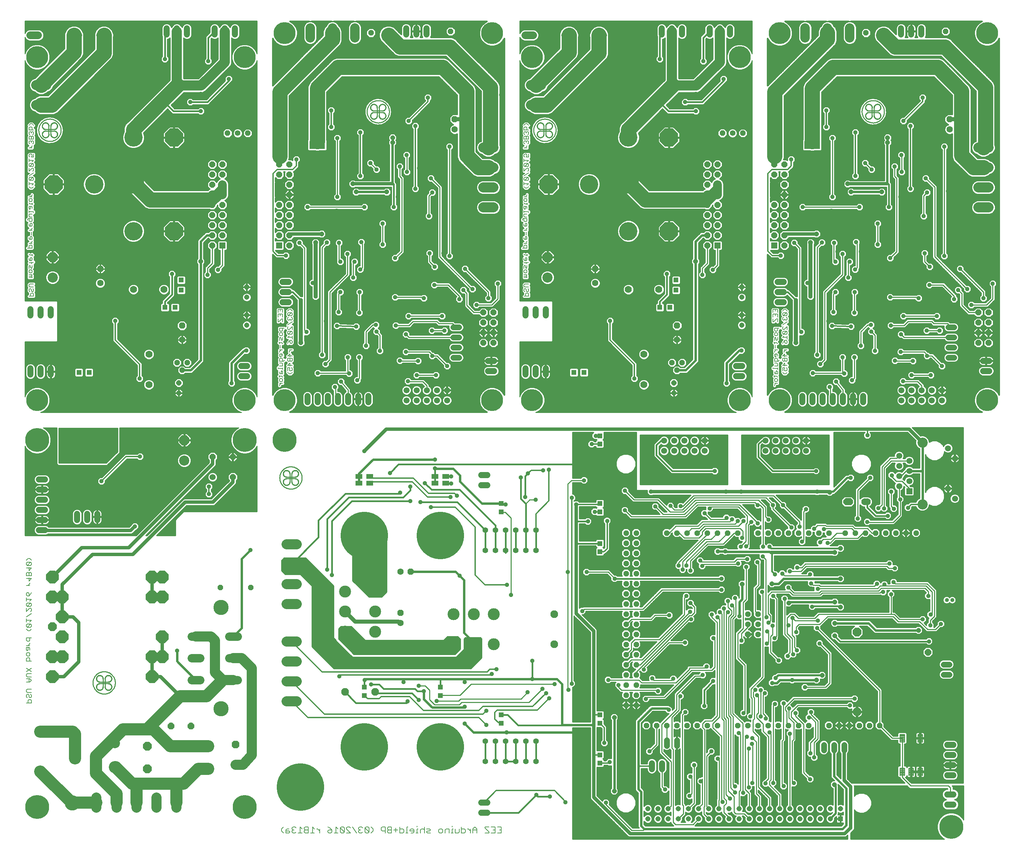
<source format=gbl>
G75*
G70*
%OFA0B0*%
%FSLAX24Y24*%
%IPPOS*%
%LPD*%
%AMOC8*
5,1,8,0,0,1.08239X$1,22.5*
%
%ADD10C,0.0050*%
%ADD11C,0.0060*%
%ADD12C,0.0070*%
%ADD13C,0.1000*%
%ADD14R,0.0515X0.0515*%
%ADD15OC8,0.0630*%
%ADD16C,0.0630*%
%ADD17C,0.0768*%
%ADD18OC8,0.0520*%
%ADD19C,0.0100*%
%ADD20C,0.0010*%
%ADD21OC8,0.0700*%
%ADD22OC8,0.0650*%
%ADD23C,0.0594*%
%ADD24C,0.1810*%
%ADD25OC8,0.1810*%
%ADD26C,0.1000*%
%ADD27OC8,0.1000*%
%ADD28C,0.0700*%
%ADD29C,0.0515*%
%ADD30OC8,0.0515*%
%ADD31C,0.0600*%
%ADD32R,0.0594X0.0594*%
%ADD33OC8,0.0594*%
%ADD34OC8,0.0560*%
%ADD35C,0.0560*%
%ADD36C,0.0600*%
%ADD37OC8,0.0600*%
%ADD38OC8,0.1181*%
%ADD39OC8,0.0660*%
%ADD40OC8,0.1250*%
%ADD41OC8,0.0860*%
%ADD42OC8,0.0885*%
%ADD43C,0.0825*%
%ADD44OC8,0.0760*%
%ADD45C,0.1502*%
%ADD46C,0.0594*%
%ADD47C,0.0560*%
%ADD48C,0.0945*%
%ADD49OC8,0.0436*%
%ADD50C,0.4685*%
%ADD51R,0.0472X0.0472*%
%ADD52C,0.0397*%
%ADD53C,0.0083*%
%ADD54C,0.0860*%
%ADD55OC8,0.0554*%
%ADD56C,0.0554*%
%ADD57R,0.0669X0.0453*%
%ADD58C,0.1181*%
%ADD59C,0.0768*%
%ADD60C,0.1004*%
%ADD61C,0.0120*%
%ADD62R,0.0396X0.0396*%
%ADD63R,0.0436X0.0436*%
%ADD64OC8,0.0396*%
%ADD65C,0.2165*%
%ADD66C,0.1500*%
%ADD67C,0.0160*%
%ADD68C,0.0240*%
%ADD69OC8,0.0436*%
%ADD70C,0.0860*%
%ADD71C,0.0500*%
%ADD72C,0.1200*%
%ADD73C,0.0320*%
%ADD74C,0.2362*%
%ADD75C,0.1500*%
%ADD76C,0.0140*%
%ADD77C,0.0400*%
%ADD78C,0.0340*%
%ADD79C,0.0200*%
D10*
X029292Y048411D02*
X029292Y048487D01*
X029442Y048637D01*
X029592Y048637D02*
X029292Y048637D01*
X029367Y048797D02*
X029292Y048872D01*
X029292Y049022D01*
X029367Y049097D01*
X029517Y049097D01*
X029592Y049022D01*
X029592Y048872D01*
X029517Y048797D01*
X029367Y048797D01*
X029292Y049254D02*
X029292Y049404D01*
X029216Y049329D02*
X029517Y049329D01*
X029592Y049254D01*
X029592Y049564D02*
X029592Y049789D01*
X029517Y049864D01*
X029442Y049789D01*
X029442Y049564D01*
X029367Y049564D02*
X029592Y049564D01*
X029367Y049564D02*
X029292Y049639D01*
X029292Y049789D01*
X029141Y050096D02*
X029592Y050096D01*
X029592Y050171D02*
X029592Y050021D01*
X029592Y050331D02*
X029292Y050331D01*
X029141Y050171D02*
X029141Y050096D01*
X029592Y050331D02*
X029592Y050557D01*
X029517Y050632D01*
X029292Y050632D01*
X029292Y050792D02*
X029292Y051017D01*
X029367Y051092D01*
X029517Y051092D01*
X029592Y051017D01*
X029592Y050792D01*
X029667Y050792D02*
X029292Y050792D01*
X029667Y050792D02*
X029742Y050867D01*
X029742Y050942D01*
X030091Y050867D02*
X030166Y050792D01*
X030242Y050792D01*
X030317Y050867D01*
X030317Y051092D01*
X030317Y051252D02*
X030317Y051552D01*
X030091Y051327D01*
X030542Y051327D01*
X030542Y051092D02*
X030542Y050867D01*
X030467Y050792D01*
X030392Y050792D01*
X030317Y050867D01*
X030091Y050867D02*
X030091Y051092D01*
X030542Y051092D01*
X030317Y050632D02*
X030091Y050406D01*
X030542Y050406D01*
X030317Y050331D02*
X030317Y050632D01*
X030317Y050171D02*
X030242Y050021D01*
X030242Y049946D01*
X030317Y049871D01*
X030467Y049871D01*
X030542Y049946D01*
X030542Y050096D01*
X030467Y050171D01*
X030317Y050171D02*
X030091Y050171D01*
X030091Y049871D01*
X030091Y049711D02*
X030242Y049561D01*
X030392Y049561D01*
X030542Y049711D01*
X029592Y051327D02*
X029592Y051477D01*
X029517Y051552D01*
X029367Y051552D01*
X029292Y051477D01*
X029292Y051327D01*
X029367Y051252D01*
X029442Y051252D01*
X029442Y051552D01*
X029292Y051711D02*
X029292Y051786D01*
X029442Y051936D01*
X029592Y051936D02*
X029292Y051936D01*
X029367Y052096D02*
X029367Y052397D01*
X029292Y052553D02*
X029292Y052703D01*
X029216Y052628D02*
X029517Y052628D01*
X029592Y052553D01*
X029517Y052864D02*
X029442Y052939D01*
X029442Y053089D01*
X029367Y053164D01*
X029292Y053089D01*
X029292Y052864D01*
X029517Y052864D02*
X029592Y052939D01*
X029592Y053164D01*
X029517Y053324D02*
X029367Y053324D01*
X029292Y053399D01*
X029292Y053549D01*
X029367Y053624D01*
X029517Y053624D01*
X029592Y053549D01*
X029592Y053399D01*
X029517Y053324D01*
X029517Y053784D02*
X029592Y053859D01*
X029592Y054085D01*
X029742Y054085D02*
X029292Y054085D01*
X029292Y053859D01*
X029367Y053784D01*
X029517Y053784D01*
X030091Y053703D02*
X030091Y053552D01*
X030166Y053477D01*
X030467Y053778D01*
X030542Y053703D01*
X030542Y053552D01*
X030467Y053477D01*
X030166Y053477D01*
X030242Y053317D02*
X030091Y053167D01*
X030542Y053167D01*
X030542Y053317D02*
X030542Y053017D01*
X030467Y052857D02*
X030542Y052782D01*
X030542Y052632D01*
X030467Y052557D01*
X030392Y052557D01*
X030317Y052632D01*
X030317Y052857D01*
X030467Y052857D01*
X030317Y052857D02*
X030166Y052707D01*
X030091Y052557D01*
X030242Y051936D02*
X030542Y051936D01*
X030392Y051936D02*
X030242Y051786D01*
X030242Y051711D01*
X030091Y053703D02*
X030166Y053778D01*
X030467Y053778D01*
X030542Y053938D02*
X030542Y054238D01*
X030242Y053938D01*
X030166Y053938D01*
X030091Y054013D01*
X030091Y054163D01*
X030166Y054238D01*
X030091Y054398D02*
X030542Y054698D01*
X030467Y054859D02*
X030542Y054934D01*
X030542Y055084D01*
X030467Y055159D01*
X030467Y055319D02*
X030166Y055319D01*
X030467Y055619D01*
X030542Y055544D01*
X030542Y055394D01*
X030467Y055319D01*
X030467Y055619D02*
X030166Y055619D01*
X030091Y055544D01*
X030091Y055394D01*
X030166Y055319D01*
X030166Y055159D02*
X030091Y055084D01*
X030091Y054934D01*
X030166Y054859D01*
X030242Y054859D01*
X030317Y054934D01*
X030392Y054859D01*
X030467Y054859D01*
X030317Y054934D02*
X030317Y055009D01*
X029592Y055005D02*
X029592Y054705D01*
X029592Y055005D02*
X029517Y055005D01*
X029216Y054705D01*
X029141Y054705D01*
X029141Y055005D01*
X029141Y055166D02*
X029141Y055466D01*
X029592Y055466D01*
X029592Y055166D01*
X029367Y055316D02*
X029367Y055466D01*
X029592Y055626D02*
X029592Y055926D01*
X029141Y055926D01*
X029141Y055626D01*
X029367Y055776D02*
X029367Y055926D01*
X030091Y055776D02*
X030242Y055926D01*
X030392Y055926D01*
X030542Y055776D01*
X053401Y057226D02*
X053852Y057226D01*
X053852Y057451D01*
X053777Y057526D01*
X053626Y057526D01*
X053551Y057451D01*
X053551Y057226D01*
X053476Y057687D02*
X053401Y057762D01*
X053401Y057912D01*
X053476Y057987D01*
X053551Y057987D01*
X053626Y057912D01*
X053626Y057762D01*
X053702Y057687D01*
X053777Y057687D01*
X053852Y057762D01*
X053852Y057912D01*
X053777Y057987D01*
X053852Y058147D02*
X053476Y058147D01*
X053401Y058222D01*
X053401Y058372D01*
X053476Y058447D01*
X053852Y058447D01*
X053702Y059068D02*
X053702Y059143D01*
X053626Y059218D01*
X053702Y059293D01*
X053626Y059368D01*
X053401Y059368D01*
X053401Y059218D02*
X053626Y059218D01*
X053702Y059068D02*
X053401Y059068D01*
X053476Y059528D02*
X053401Y059603D01*
X053401Y059753D01*
X053476Y059828D01*
X053626Y059828D01*
X053702Y059753D01*
X053702Y059603D01*
X053626Y059528D01*
X053476Y059528D01*
X053401Y059989D02*
X053401Y060214D01*
X053476Y060289D01*
X053551Y060214D01*
X053551Y060064D01*
X053626Y059989D01*
X053702Y060064D01*
X053702Y060289D01*
X053626Y060449D02*
X053626Y060599D01*
X053626Y060756D02*
X053702Y060831D01*
X053702Y060981D01*
X053626Y061056D01*
X053551Y061056D01*
X053551Y060756D01*
X053476Y060756D02*
X053626Y060756D01*
X053476Y060756D02*
X053401Y060831D01*
X053401Y060981D01*
X053476Y061291D02*
X053401Y061366D01*
X053476Y061291D02*
X053777Y061291D01*
X053702Y061216D02*
X053702Y061366D01*
X053702Y061984D02*
X053702Y062209D01*
X053626Y062284D01*
X053476Y062284D01*
X053401Y062209D01*
X053401Y061984D01*
X053251Y061984D02*
X053702Y061984D01*
X053702Y062444D02*
X053401Y062444D01*
X053551Y062444D02*
X053702Y062594D01*
X053702Y062669D01*
X053626Y062828D02*
X053702Y062903D01*
X053702Y063053D01*
X053626Y063128D01*
X053551Y063128D01*
X053551Y062828D01*
X053476Y062828D02*
X053626Y062828D01*
X053476Y062828D02*
X053401Y062903D01*
X053401Y063053D01*
X053626Y063288D02*
X053626Y063588D01*
X053551Y063748D02*
X053702Y063899D01*
X053702Y063974D01*
X053626Y064132D02*
X053702Y064207D01*
X053702Y064357D01*
X053626Y064432D01*
X053551Y064432D01*
X053551Y064132D01*
X053476Y064132D02*
X053626Y064132D01*
X053476Y064132D02*
X053401Y064207D01*
X053401Y064357D01*
X053476Y064592D02*
X053401Y064668D01*
X053401Y064893D01*
X053326Y064893D02*
X053702Y064893D01*
X053702Y064668D01*
X053626Y064592D01*
X053476Y064592D01*
X053251Y064743D02*
X053251Y064818D01*
X053326Y064893D01*
X053476Y065053D02*
X053401Y065128D01*
X053401Y065353D01*
X053702Y065353D01*
X053852Y065513D02*
X053852Y065588D01*
X053401Y065588D01*
X053401Y065513D02*
X053401Y065663D01*
X053476Y065820D02*
X053551Y065895D01*
X053551Y066120D01*
X053626Y066120D02*
X053401Y066120D01*
X053401Y065895D01*
X053476Y065820D01*
X053702Y065895D02*
X053702Y066045D01*
X053626Y066120D01*
X053702Y066281D02*
X053702Y066431D01*
X053777Y066356D02*
X053476Y066356D01*
X053401Y066431D01*
X053476Y066587D02*
X053401Y066663D01*
X053401Y066813D01*
X053476Y066888D01*
X053626Y066888D01*
X053702Y066813D01*
X053702Y066663D01*
X053626Y066587D01*
X053476Y066587D01*
X053401Y067048D02*
X053702Y067048D01*
X053702Y067198D02*
X053551Y067048D01*
X053702Y067198D02*
X053702Y067273D01*
X053702Y067892D02*
X053852Y068042D01*
X053702Y067892D02*
X053551Y067892D01*
X053401Y068042D01*
X053401Y068199D02*
X053401Y068499D01*
X053401Y068349D02*
X053852Y068349D01*
X053702Y068199D01*
X053777Y068659D02*
X053852Y068734D01*
X053852Y068884D01*
X053777Y068960D01*
X053476Y068659D01*
X053401Y068734D01*
X053401Y068884D01*
X053476Y068960D01*
X053777Y068960D01*
X053777Y068659D02*
X053476Y068659D01*
X053401Y069120D02*
X053852Y069420D01*
X053777Y069580D02*
X053852Y069655D01*
X053852Y069805D01*
X053777Y069880D01*
X053702Y069880D01*
X053401Y069580D01*
X053401Y069880D01*
X053476Y070040D02*
X053777Y070341D01*
X053476Y070341D01*
X053401Y070266D01*
X053401Y070115D01*
X053476Y070040D01*
X053777Y070040D01*
X053852Y070115D01*
X053852Y070266D01*
X053777Y070341D01*
X053702Y070501D02*
X053852Y070651D01*
X053401Y070651D01*
X053401Y070501D02*
X053401Y070801D01*
X053476Y070961D02*
X053401Y071036D01*
X053401Y071186D01*
X053476Y071261D01*
X053626Y071261D01*
X053702Y071186D01*
X053702Y071111D01*
X053626Y070961D01*
X053852Y070961D01*
X053852Y071261D01*
X053702Y071882D02*
X053401Y071882D01*
X053551Y071882D02*
X053702Y072032D01*
X053702Y072107D01*
X053777Y072266D02*
X053852Y072341D01*
X053852Y072491D01*
X053777Y072566D01*
X053702Y072566D01*
X053626Y072491D01*
X053551Y072566D01*
X053476Y072566D01*
X053401Y072491D01*
X053401Y072341D01*
X053476Y072266D01*
X053626Y072416D02*
X053626Y072491D01*
X053626Y072726D02*
X053626Y072951D01*
X053551Y073026D01*
X053476Y073026D01*
X053401Y072951D01*
X053401Y072726D01*
X053852Y072726D01*
X053852Y072951D01*
X053777Y073026D01*
X053702Y073026D01*
X053626Y072951D01*
X053476Y073186D02*
X053401Y073262D01*
X053401Y073412D01*
X053476Y073487D01*
X053551Y073487D01*
X053626Y073412D01*
X053626Y073337D01*
X053626Y073412D02*
X053702Y073487D01*
X053777Y073487D01*
X053852Y073412D01*
X053852Y073262D01*
X053777Y073186D01*
X053852Y073647D02*
X053401Y073647D01*
X053401Y073872D01*
X053476Y073947D01*
X053626Y073947D01*
X053702Y073872D01*
X053702Y073647D01*
X053852Y074107D02*
X053702Y074257D01*
X053551Y074257D01*
X053401Y074107D01*
X053476Y065053D02*
X053702Y065053D01*
X053702Y063748D02*
X053401Y063748D01*
X053852Y060599D02*
X053777Y060524D01*
X053401Y060524D01*
X077960Y055926D02*
X078411Y055926D01*
X078411Y055626D01*
X078411Y055466D02*
X078411Y055166D01*
X078411Y055005D02*
X078411Y054705D01*
X078411Y055005D02*
X078336Y055005D01*
X078035Y054705D01*
X077960Y054705D01*
X077960Y055005D01*
X077960Y055166D02*
X077960Y055466D01*
X078411Y055466D01*
X078186Y055466D02*
X078186Y055316D01*
X077960Y055626D02*
X077960Y055926D01*
X078186Y055926D02*
X078186Y055776D01*
X078910Y055776D02*
X079060Y055926D01*
X079211Y055926D01*
X079361Y055776D01*
X079286Y055619D02*
X078985Y055319D01*
X079286Y055319D01*
X079361Y055394D01*
X079361Y055544D01*
X079286Y055619D01*
X078985Y055619D01*
X078910Y055544D01*
X078910Y055394D01*
X078985Y055319D01*
X078985Y055159D02*
X078910Y055084D01*
X078910Y054934D01*
X078985Y054859D01*
X079060Y054859D01*
X079136Y054934D01*
X079211Y054859D01*
X079286Y054859D01*
X079361Y054934D01*
X079361Y055084D01*
X079286Y055159D01*
X079136Y055009D02*
X079136Y054934D01*
X079361Y054698D02*
X078910Y054398D01*
X078985Y054238D02*
X078910Y054163D01*
X078910Y054013D01*
X078985Y053938D01*
X079060Y053938D01*
X079361Y054238D01*
X079361Y053938D01*
X079286Y053778D02*
X078985Y053477D01*
X079286Y053477D01*
X079361Y053552D01*
X079361Y053703D01*
X079286Y053778D01*
X078985Y053778D01*
X078910Y053703D01*
X078910Y053552D01*
X078985Y053477D01*
X079060Y053317D02*
X078910Y053167D01*
X079361Y053167D01*
X079361Y053317D02*
X079361Y053017D01*
X079286Y052857D02*
X079361Y052782D01*
X079361Y052632D01*
X079286Y052557D01*
X079211Y052557D01*
X079136Y052632D01*
X079136Y052857D01*
X079286Y052857D01*
X079136Y052857D02*
X078985Y052707D01*
X078910Y052557D01*
X078411Y052553D02*
X078336Y052628D01*
X078035Y052628D01*
X078110Y052703D02*
X078110Y052553D01*
X078186Y052397D02*
X078186Y052096D01*
X078261Y051936D02*
X078110Y051786D01*
X078110Y051711D01*
X078186Y051552D02*
X078110Y051477D01*
X078110Y051327D01*
X078186Y051252D01*
X078261Y051252D01*
X078261Y051552D01*
X078336Y051552D02*
X078186Y051552D01*
X078336Y051552D02*
X078411Y051477D01*
X078411Y051327D01*
X078336Y051092D02*
X078411Y051017D01*
X078411Y050792D01*
X078486Y050792D02*
X078110Y050792D01*
X078110Y051017D01*
X078186Y051092D01*
X078336Y051092D01*
X078561Y050942D02*
X078561Y050867D01*
X078486Y050792D01*
X078336Y050632D02*
X078411Y050557D01*
X078411Y050331D01*
X078110Y050331D01*
X077960Y050171D02*
X077960Y050096D01*
X078411Y050096D01*
X078411Y050171D02*
X078411Y050021D01*
X078336Y049864D02*
X078261Y049789D01*
X078261Y049564D01*
X078186Y049564D02*
X078411Y049564D01*
X078411Y049789D01*
X078336Y049864D01*
X078110Y049789D02*
X078110Y049639D01*
X078186Y049564D01*
X078110Y049404D02*
X078110Y049254D01*
X078035Y049329D02*
X078336Y049329D01*
X078411Y049254D01*
X078336Y049097D02*
X078411Y049022D01*
X078411Y048872D01*
X078336Y048797D01*
X078186Y048797D01*
X078110Y048872D01*
X078110Y049022D01*
X078186Y049097D01*
X078336Y049097D01*
X078411Y048637D02*
X078110Y048637D01*
X078110Y048487D02*
X078110Y048411D01*
X078110Y048487D02*
X078261Y048637D01*
X079060Y049561D02*
X078910Y049711D01*
X078910Y049871D02*
X078910Y050171D01*
X079136Y050171D01*
X079060Y050021D01*
X079060Y049946D01*
X079136Y049871D01*
X079286Y049871D01*
X079361Y049946D01*
X079361Y050096D01*
X079286Y050171D01*
X079136Y050331D02*
X079136Y050632D01*
X078910Y050406D01*
X079361Y050406D01*
X079286Y050792D02*
X079361Y050867D01*
X079361Y051092D01*
X078910Y051092D01*
X078910Y050867D01*
X078985Y050792D01*
X079060Y050792D01*
X079136Y050867D01*
X079136Y051092D01*
X079136Y051252D02*
X079136Y051552D01*
X078910Y051327D01*
X079361Y051327D01*
X079060Y051711D02*
X079060Y051786D01*
X079211Y051936D01*
X079361Y051936D02*
X079060Y051936D01*
X078411Y051936D02*
X078110Y051936D01*
X078110Y052864D02*
X078110Y053089D01*
X078186Y053164D01*
X078261Y053089D01*
X078261Y052939D01*
X078336Y052864D01*
X078411Y052939D01*
X078411Y053164D01*
X078336Y053324D02*
X078186Y053324D01*
X078110Y053399D01*
X078110Y053549D01*
X078186Y053624D01*
X078336Y053624D01*
X078411Y053549D01*
X078411Y053399D01*
X078336Y053324D01*
X078336Y053784D02*
X078411Y053859D01*
X078411Y054085D01*
X078561Y054085D02*
X078110Y054085D01*
X078110Y053859D01*
X078186Y053784D01*
X078336Y053784D01*
X079136Y050867D02*
X079211Y050792D01*
X079286Y050792D01*
X078336Y050632D02*
X078110Y050632D01*
X079060Y049561D02*
X079211Y049561D01*
X079361Y049711D01*
X005033Y057226D02*
X005033Y057451D01*
X004958Y057526D01*
X004808Y057526D01*
X004732Y057451D01*
X004732Y057226D01*
X004582Y057226D02*
X005033Y057226D01*
X004958Y057687D02*
X004883Y057687D01*
X004808Y057762D01*
X004808Y057912D01*
X004732Y057987D01*
X004657Y057987D01*
X004582Y057912D01*
X004582Y057762D01*
X004657Y057687D01*
X004958Y057687D02*
X005033Y057762D01*
X005033Y057912D01*
X004958Y057987D01*
X005033Y058147D02*
X004657Y058147D01*
X004582Y058222D01*
X004582Y058372D01*
X004657Y058447D01*
X005033Y058447D01*
X004883Y059068D02*
X004883Y059143D01*
X004808Y059218D01*
X004883Y059293D01*
X004808Y059368D01*
X004582Y059368D01*
X004582Y059218D02*
X004808Y059218D01*
X004883Y059068D02*
X004582Y059068D01*
X004657Y059528D02*
X004582Y059603D01*
X004582Y059753D01*
X004657Y059828D01*
X004808Y059828D01*
X004883Y059753D01*
X004883Y059603D01*
X004808Y059528D01*
X004657Y059528D01*
X004582Y059989D02*
X004582Y060214D01*
X004657Y060289D01*
X004732Y060214D01*
X004732Y060064D01*
X004808Y059989D01*
X004883Y060064D01*
X004883Y060289D01*
X004808Y060449D02*
X004808Y060599D01*
X004808Y060756D02*
X004883Y060831D01*
X004883Y060981D01*
X004808Y061056D01*
X004732Y061056D01*
X004732Y060756D01*
X004657Y060756D02*
X004808Y060756D01*
X004657Y060756D02*
X004582Y060831D01*
X004582Y060981D01*
X004657Y061291D02*
X004582Y061366D01*
X004657Y061291D02*
X004958Y061291D01*
X004883Y061216D02*
X004883Y061366D01*
X004883Y061984D02*
X004883Y062209D01*
X004808Y062284D01*
X004657Y062284D01*
X004582Y062209D01*
X004582Y061984D01*
X004432Y061984D02*
X004883Y061984D01*
X004883Y062444D02*
X004582Y062444D01*
X004732Y062444D02*
X004883Y062594D01*
X004883Y062669D01*
X004808Y062828D02*
X004883Y062903D01*
X004883Y063053D01*
X004808Y063128D01*
X004732Y063128D01*
X004732Y062828D01*
X004657Y062828D02*
X004808Y062828D01*
X004657Y062828D02*
X004582Y062903D01*
X004582Y063053D01*
X004808Y063288D02*
X004808Y063588D01*
X004883Y063748D02*
X004582Y063748D01*
X004732Y063748D02*
X004883Y063899D01*
X004883Y063974D01*
X004808Y064132D02*
X004883Y064207D01*
X004883Y064357D01*
X004808Y064432D01*
X004732Y064432D01*
X004732Y064132D01*
X004657Y064132D02*
X004808Y064132D01*
X004657Y064132D02*
X004582Y064207D01*
X004582Y064357D01*
X004657Y064592D02*
X004582Y064668D01*
X004582Y064893D01*
X004507Y064893D02*
X004883Y064893D01*
X004883Y064668D01*
X004808Y064592D01*
X004657Y064592D01*
X004432Y064743D02*
X004432Y064818D01*
X004507Y064893D01*
X004657Y065053D02*
X004582Y065128D01*
X004582Y065353D01*
X004883Y065353D01*
X005033Y065513D02*
X005033Y065588D01*
X004582Y065588D01*
X004582Y065513D02*
X004582Y065663D01*
X004657Y065820D02*
X004732Y065895D01*
X004732Y066120D01*
X004808Y066120D02*
X004582Y066120D01*
X004582Y065895D01*
X004657Y065820D01*
X004883Y065895D02*
X004883Y066045D01*
X004808Y066120D01*
X004883Y066281D02*
X004883Y066431D01*
X004958Y066356D02*
X004657Y066356D01*
X004582Y066431D01*
X004657Y066587D02*
X004582Y066663D01*
X004582Y066813D01*
X004657Y066888D01*
X004808Y066888D01*
X004883Y066813D01*
X004883Y066663D01*
X004808Y066587D01*
X004657Y066587D01*
X004582Y067048D02*
X004883Y067048D01*
X004883Y067198D02*
X004732Y067048D01*
X004883Y067198D02*
X004883Y067273D01*
X004883Y067892D02*
X005033Y068042D01*
X004883Y067892D02*
X004732Y067892D01*
X004582Y068042D01*
X004582Y068199D02*
X004582Y068499D01*
X004582Y068349D02*
X005033Y068349D01*
X004883Y068199D01*
X004958Y068659D02*
X005033Y068734D01*
X005033Y068884D01*
X004958Y068960D01*
X004657Y068659D01*
X004582Y068734D01*
X004582Y068884D01*
X004657Y068960D01*
X004958Y068960D01*
X004958Y068659D02*
X004657Y068659D01*
X004582Y069120D02*
X005033Y069420D01*
X004958Y069580D02*
X005033Y069655D01*
X005033Y069805D01*
X004958Y069880D01*
X004883Y069880D01*
X004582Y069580D01*
X004582Y069880D01*
X004657Y070040D02*
X004958Y070341D01*
X004657Y070341D01*
X004582Y070266D01*
X004582Y070115D01*
X004657Y070040D01*
X004958Y070040D01*
X005033Y070115D01*
X005033Y070266D01*
X004958Y070341D01*
X004883Y070501D02*
X005033Y070651D01*
X004582Y070651D01*
X004582Y070501D02*
X004582Y070801D01*
X004657Y070961D02*
X004582Y071036D01*
X004582Y071186D01*
X004657Y071261D01*
X004808Y071261D01*
X004883Y071186D01*
X004883Y071111D01*
X004808Y070961D01*
X005033Y070961D01*
X005033Y071261D01*
X004883Y071882D02*
X004582Y071882D01*
X004732Y071882D02*
X004883Y072032D01*
X004883Y072107D01*
X004958Y072266D02*
X005033Y072341D01*
X005033Y072491D01*
X004958Y072566D01*
X004883Y072566D01*
X004808Y072491D01*
X004732Y072566D01*
X004657Y072566D01*
X004582Y072491D01*
X004582Y072341D01*
X004657Y072266D01*
X004808Y072416D02*
X004808Y072491D01*
X004808Y072726D02*
X004808Y072951D01*
X004732Y073026D01*
X004657Y073026D01*
X004582Y072951D01*
X004582Y072726D01*
X005033Y072726D01*
X005033Y072951D01*
X004958Y073026D01*
X004883Y073026D01*
X004808Y072951D01*
X004958Y073186D02*
X005033Y073262D01*
X005033Y073412D01*
X004958Y073487D01*
X004883Y073487D01*
X004808Y073412D01*
X004732Y073487D01*
X004657Y073487D01*
X004582Y073412D01*
X004582Y073262D01*
X004657Y073186D01*
X004808Y073337D02*
X004808Y073412D01*
X004883Y073647D02*
X004883Y073872D01*
X004808Y073947D01*
X004657Y073947D01*
X004582Y073872D01*
X004582Y073647D01*
X005033Y073647D01*
X005033Y074107D02*
X004883Y074257D01*
X004732Y074257D01*
X004582Y074107D01*
X004657Y065053D02*
X004883Y065053D01*
X005033Y060599D02*
X004958Y060524D01*
X004582Y060524D01*
D11*
X004655Y031338D02*
X004822Y031171D01*
X004738Y030989D02*
X004405Y030655D01*
X004321Y030739D01*
X004321Y030906D01*
X004405Y030989D01*
X004738Y030989D01*
X004822Y030906D01*
X004822Y030739D01*
X004738Y030655D01*
X004405Y030655D01*
X004572Y030473D02*
X004572Y030140D01*
X004822Y030390D01*
X004321Y030390D01*
X004405Y029958D02*
X004321Y029874D01*
X004321Y029624D01*
X004822Y029624D01*
X004822Y029874D01*
X004738Y029958D01*
X004655Y029958D01*
X004572Y029874D01*
X004572Y029624D01*
X004572Y029442D02*
X004572Y029108D01*
X004822Y029359D01*
X004321Y029359D01*
X004655Y028929D02*
X004655Y028846D01*
X004488Y028679D01*
X004321Y028679D02*
X004655Y028679D01*
X004488Y027981D02*
X004572Y027898D01*
X004572Y027648D01*
X004405Y027648D01*
X004321Y027731D01*
X004321Y027898D01*
X004405Y027981D01*
X004488Y027981D01*
X004738Y027814D02*
X004572Y027648D01*
X004738Y027814D02*
X004822Y027981D01*
X004822Y027299D02*
X004321Y027299D01*
X004321Y027465D02*
X004321Y027132D01*
X004405Y026950D02*
X004321Y026866D01*
X004321Y026700D01*
X004405Y026616D01*
X004738Y026950D01*
X004405Y026950D01*
X004655Y027132D02*
X004822Y027299D01*
X004738Y026950D02*
X004822Y026866D01*
X004822Y026700D01*
X004738Y026616D01*
X004405Y026616D01*
X004321Y026434D02*
X004321Y026101D01*
X004655Y026434D01*
X004738Y026434D01*
X004822Y026351D01*
X004822Y026184D01*
X004738Y026101D01*
X004822Y025919D02*
X004321Y025585D01*
X004321Y025403D02*
X004321Y025069D01*
X004321Y025236D02*
X004822Y025236D01*
X004655Y025069D01*
X004738Y024887D02*
X004405Y024554D01*
X004321Y024637D01*
X004321Y024804D01*
X004405Y024887D01*
X004738Y024887D01*
X004822Y024804D01*
X004822Y024637D01*
X004738Y024554D01*
X004405Y024554D01*
X004321Y024377D02*
X004488Y024210D01*
X004655Y024210D01*
X004822Y024377D01*
X004822Y023512D02*
X004321Y023512D01*
X004321Y023262D01*
X004405Y023179D01*
X004572Y023179D01*
X004655Y023262D01*
X004655Y023512D01*
X004655Y022999D02*
X004655Y022916D01*
X004488Y022749D01*
X004321Y022749D02*
X004655Y022749D01*
X004572Y022567D02*
X004321Y022567D01*
X004321Y022317D01*
X004405Y022233D01*
X004488Y022317D01*
X004488Y022567D01*
X004572Y022567D02*
X004655Y022484D01*
X004655Y022317D01*
X004572Y022051D02*
X004655Y021968D01*
X004655Y021801D01*
X004572Y021718D01*
X004405Y021718D01*
X004321Y021801D01*
X004321Y021968D01*
X004405Y022051D01*
X004572Y022051D01*
X004572Y021536D02*
X004655Y021452D01*
X004655Y021202D01*
X004822Y021202D02*
X004321Y021202D01*
X004321Y021452D01*
X004405Y021536D01*
X004572Y021536D01*
X004822Y020504D02*
X004321Y020171D01*
X004405Y019989D02*
X004822Y019989D01*
X004822Y020171D02*
X004321Y020504D01*
X004405Y019989D02*
X004321Y019905D01*
X004321Y019739D01*
X004405Y019655D01*
X004822Y019655D01*
X004655Y019473D02*
X004321Y019473D01*
X004572Y019473D02*
X004572Y019139D01*
X004655Y019139D02*
X004822Y019306D01*
X004655Y019473D01*
X004655Y019139D02*
X004321Y019139D01*
X004405Y018442D02*
X004822Y018442D01*
X004822Y018108D02*
X004405Y018108D01*
X004321Y018192D01*
X004321Y018358D01*
X004405Y018442D01*
X004405Y017926D02*
X004321Y017843D01*
X004321Y017676D01*
X004405Y017593D01*
X004572Y017676D02*
X004572Y017843D01*
X004488Y017926D01*
X004405Y017926D01*
X004572Y017676D02*
X004655Y017593D01*
X004738Y017593D01*
X004822Y017676D01*
X004822Y017843D01*
X004738Y017926D01*
X004738Y017411D02*
X004572Y017411D01*
X004488Y017327D01*
X004488Y017077D01*
X004321Y017077D02*
X004822Y017077D01*
X004822Y017327D01*
X004738Y017411D01*
X004572Y029874D02*
X004488Y029958D01*
X004405Y029958D01*
X004321Y031171D02*
X004488Y031338D01*
X004655Y031338D01*
D12*
X029698Y004826D02*
X029501Y004629D01*
X029501Y004432D01*
X029698Y004235D01*
X029912Y004235D02*
X030207Y004235D01*
X030306Y004334D01*
X030207Y004432D01*
X029912Y004432D01*
X029912Y004530D02*
X029912Y004235D01*
X029912Y004530D02*
X030010Y004629D01*
X030207Y004629D01*
X030520Y004629D02*
X030618Y004530D01*
X030520Y004432D01*
X030520Y004334D01*
X030618Y004235D01*
X030815Y004235D01*
X030913Y004334D01*
X031127Y004235D02*
X031521Y004235D01*
X031324Y004235D02*
X031324Y004826D01*
X031521Y004629D01*
X031735Y004629D02*
X031833Y004530D01*
X032129Y004530D01*
X032129Y004235D02*
X032129Y004826D01*
X031833Y004826D01*
X031735Y004727D01*
X031735Y004629D01*
X031833Y004530D02*
X031735Y004432D01*
X031735Y004334D01*
X031833Y004235D01*
X032129Y004235D01*
X032343Y004235D02*
X032736Y004235D01*
X032540Y004235D02*
X032540Y004826D01*
X032736Y004629D01*
X032948Y004629D02*
X033046Y004629D01*
X033243Y004432D01*
X033243Y004235D02*
X033243Y004629D01*
X034065Y004826D02*
X034261Y004727D01*
X034458Y004530D01*
X034163Y004530D01*
X034065Y004432D01*
X034065Y004334D01*
X034163Y004235D01*
X034360Y004235D01*
X034458Y004334D01*
X034458Y004530D01*
X034672Y004235D02*
X035066Y004235D01*
X034869Y004235D02*
X034869Y004826D01*
X035066Y004629D01*
X035280Y004727D02*
X035674Y004334D01*
X035575Y004235D01*
X035378Y004235D01*
X035280Y004334D01*
X035280Y004727D01*
X035378Y004826D01*
X035575Y004826D01*
X035674Y004727D01*
X035674Y004334D01*
X035888Y004235D02*
X036281Y004235D01*
X035888Y004629D01*
X035888Y004727D01*
X035986Y004826D01*
X036183Y004826D01*
X036281Y004727D01*
X036496Y004826D02*
X036889Y004235D01*
X037103Y004334D02*
X037202Y004235D01*
X037398Y004235D01*
X037497Y004334D01*
X037711Y004334D02*
X037809Y004235D01*
X038006Y004235D01*
X038105Y004334D01*
X037711Y004727D01*
X037711Y004334D01*
X037711Y004727D02*
X037809Y004826D01*
X038006Y004826D01*
X038105Y004727D01*
X038105Y004334D01*
X038313Y004235D02*
X038510Y004432D01*
X038510Y004629D01*
X038313Y004826D01*
X037497Y004727D02*
X037398Y004826D01*
X037202Y004826D01*
X037103Y004727D01*
X037103Y004629D01*
X037202Y004530D01*
X037103Y004432D01*
X037103Y004334D01*
X037202Y004530D02*
X037300Y004530D01*
X039332Y004530D02*
X039430Y004432D01*
X039725Y004432D01*
X039725Y004235D02*
X039725Y004826D01*
X039430Y004826D01*
X039332Y004727D01*
X039332Y004530D01*
X039939Y004432D02*
X039939Y004334D01*
X040038Y004235D01*
X040333Y004235D01*
X040333Y004826D01*
X040038Y004826D01*
X039939Y004727D01*
X039939Y004629D01*
X040038Y004530D01*
X040333Y004530D01*
X040547Y004530D02*
X040941Y004530D01*
X041155Y004629D02*
X041450Y004629D01*
X041548Y004530D01*
X041548Y004334D01*
X041450Y004235D01*
X041155Y004235D01*
X041155Y004826D01*
X040744Y004727D02*
X040744Y004334D01*
X040038Y004530D02*
X039939Y004432D01*
X041757Y004235D02*
X041954Y004235D01*
X041855Y004235D02*
X041855Y004826D01*
X041954Y004826D01*
X042168Y004530D02*
X042168Y004432D01*
X042561Y004432D01*
X042561Y004334D02*
X042561Y004530D01*
X042463Y004629D01*
X042266Y004629D01*
X042168Y004530D01*
X042266Y004235D02*
X042463Y004235D01*
X042561Y004334D01*
X042770Y004235D02*
X042966Y004235D01*
X042868Y004235D02*
X042868Y004629D01*
X042966Y004629D01*
X042868Y004826D02*
X042868Y004924D01*
X043180Y004530D02*
X043180Y004235D01*
X043180Y004530D02*
X043279Y004629D01*
X043476Y004629D01*
X043574Y004530D01*
X043788Y004629D02*
X044083Y004629D01*
X044182Y004530D01*
X044083Y004432D01*
X043887Y004432D01*
X043788Y004334D01*
X043887Y004235D01*
X044182Y004235D01*
X043574Y004235D02*
X043574Y004826D01*
X045004Y004530D02*
X045102Y004629D01*
X045299Y004629D01*
X045397Y004530D01*
X045397Y004334D01*
X045299Y004235D01*
X045102Y004235D01*
X045004Y004334D01*
X045004Y004530D01*
X045611Y004530D02*
X045611Y004235D01*
X045611Y004530D02*
X045710Y004629D01*
X046005Y004629D01*
X046005Y004235D01*
X046213Y004235D02*
X046410Y004235D01*
X046312Y004235D02*
X046312Y004629D01*
X046410Y004629D01*
X046624Y004629D02*
X046624Y004235D01*
X046919Y004235D01*
X047018Y004334D01*
X047018Y004629D01*
X047232Y004629D02*
X047527Y004629D01*
X047626Y004530D01*
X047626Y004334D01*
X047527Y004235D01*
X047232Y004235D01*
X047232Y004826D01*
X047837Y004629D02*
X047935Y004629D01*
X048132Y004432D01*
X048132Y004235D02*
X048132Y004629D01*
X048346Y004629D02*
X048346Y004235D01*
X048346Y004530D02*
X048740Y004530D01*
X048740Y004629D02*
X048543Y004826D01*
X048346Y004629D01*
X048740Y004629D02*
X048740Y004235D01*
X049561Y004235D02*
X049955Y004235D01*
X049955Y004334D01*
X049561Y004727D01*
X049561Y004826D01*
X049955Y004826D01*
X050169Y004826D02*
X050563Y004826D01*
X050563Y004235D01*
X050169Y004235D01*
X050366Y004530D02*
X050563Y004530D01*
X050777Y004235D02*
X051171Y004235D01*
X051171Y004826D01*
X050777Y004826D01*
X050974Y004530D02*
X051171Y004530D01*
X046312Y004826D02*
X046312Y004924D01*
X030913Y004727D02*
X030815Y004826D01*
X030618Y004826D01*
X030520Y004727D01*
X030520Y004629D01*
X030618Y004530D02*
X030716Y004530D01*
D13*
X025682Y010969D02*
X024957Y010969D01*
X025682Y010969D02*
X026557Y011944D01*
X026557Y020494D01*
X025557Y021494D01*
X024732Y021494D01*
X022907Y020119D02*
X023682Y019344D01*
X023482Y019144D01*
X023682Y019344D02*
X024732Y019344D01*
X022907Y020119D02*
X022907Y023244D01*
X022507Y023644D01*
X021032Y023644D01*
X029981Y023150D02*
X030981Y023150D01*
X030981Y021182D02*
X029981Y021182D01*
X029981Y019213D02*
X030981Y019213D01*
X030981Y017245D02*
X029981Y017245D01*
X029981Y026845D02*
X030981Y026845D01*
X030981Y028813D02*
X029981Y028813D01*
X029981Y030782D02*
X030981Y030782D01*
X030981Y032750D02*
X029981Y032750D01*
X016257Y014519D02*
X016307Y014469D01*
X017142Y007726D02*
X017142Y006726D01*
X015174Y006726D02*
X015174Y007726D01*
X013205Y007726D02*
X013205Y006726D01*
X011237Y006726D02*
X011237Y007726D01*
X019111Y007726D02*
X019111Y006726D01*
X049392Y065996D02*
X050392Y065996D01*
X050392Y067964D02*
X049392Y067964D01*
X049392Y069933D02*
X050392Y069933D01*
X050392Y071901D02*
X049392Y071901D01*
X054096Y076104D02*
X055096Y076104D01*
X055096Y078073D02*
X054096Y078073D01*
X067976Y078101D02*
X067976Y078826D01*
X067981Y078831D01*
X067981Y083378D01*
X072705Y083378D02*
X072705Y080355D01*
X070376Y078026D01*
X068051Y078026D01*
X067976Y078101D01*
X098211Y071901D02*
X099211Y071901D01*
X099211Y069933D02*
X098211Y069933D01*
X098211Y067964D02*
X099211Y067964D01*
X099211Y065996D02*
X098211Y065996D01*
X023886Y080355D02*
X021557Y078026D01*
X019232Y078026D01*
X019157Y078101D01*
X019157Y078826D01*
X019162Y078831D01*
X019162Y083378D01*
X023886Y083378D02*
X023886Y080355D01*
X006277Y078073D02*
X005277Y078073D01*
X005277Y076104D02*
X006277Y076104D01*
D14*
X019582Y058826D03*
X019582Y057826D03*
X018982Y056126D03*
X017982Y056126D03*
X010507Y049701D03*
X009507Y049701D03*
X058326Y049701D03*
X059326Y049701D03*
X066801Y056126D03*
X067801Y056126D03*
X068401Y057826D03*
X068401Y058826D03*
X084631Y005625D03*
D15*
X042231Y030025D03*
X041206Y025975D03*
X019682Y054326D03*
X011607Y059926D03*
X046567Y074701D03*
X060426Y059926D03*
X068501Y054326D03*
X095386Y074701D03*
D16*
X095386Y073701D03*
X068501Y052926D03*
X060426Y058526D03*
X046567Y073701D03*
X019682Y052926D03*
X011607Y058526D03*
X041231Y030025D03*
X041206Y024975D03*
D17*
X053522Y083000D02*
X054290Y083000D01*
X057459Y083000D02*
X058227Y083000D01*
X060412Y083000D02*
X061179Y083000D01*
X063364Y083000D02*
X064132Y083000D01*
X015313Y083000D02*
X014546Y083000D01*
X012360Y083000D02*
X011593Y083000D01*
X009408Y083000D02*
X008640Y083000D01*
X005471Y083000D02*
X004703Y083000D01*
D18*
X008307Y080226D03*
X010307Y080226D03*
X026157Y073326D03*
X020182Y050676D03*
X019682Y049926D03*
X019182Y050676D03*
X057126Y080226D03*
X059126Y080226D03*
X074976Y073326D03*
X069001Y050676D03*
X068501Y049926D03*
X068001Y050676D03*
D19*
X067711Y050358D02*
X064531Y050358D01*
X064531Y050260D02*
X067810Y050260D01*
X067823Y050246D02*
X068179Y050246D01*
X068431Y050498D01*
X068431Y050854D01*
X068179Y051106D01*
X067823Y051106D01*
X067571Y050854D01*
X067571Y050498D01*
X067823Y050246D01*
X068071Y050104D02*
X068323Y050356D01*
X068679Y050356D01*
X068819Y050216D01*
X069231Y050216D01*
X070036Y051021D01*
X070036Y060418D01*
X069938Y060516D01*
X069938Y060837D01*
X070036Y060935D01*
X070036Y062684D01*
X070080Y062790D01*
X070705Y063415D01*
X070787Y063497D01*
X070894Y063541D01*
X071106Y063541D01*
X071283Y063718D01*
X071670Y063718D01*
X071943Y063445D01*
X071943Y063058D01*
X071670Y062784D01*
X071283Y062784D01*
X071106Y062961D01*
X071071Y062961D01*
X070616Y062506D01*
X070616Y060935D01*
X070714Y060837D01*
X070714Y060516D01*
X070616Y060418D01*
X070616Y050843D01*
X070572Y050737D01*
X069516Y049680D01*
X069409Y049636D01*
X068819Y049636D01*
X068679Y049496D01*
X068323Y049496D01*
X068071Y049748D01*
X068071Y050104D01*
X068071Y050063D02*
X064531Y050063D01*
X064531Y050161D02*
X068128Y050161D01*
X068193Y050260D02*
X068227Y050260D01*
X068291Y050358D02*
X068711Y050358D01*
X068776Y050260D02*
X068810Y050260D01*
X068823Y050246D02*
X069179Y050246D01*
X069431Y050498D01*
X069431Y050854D01*
X069179Y051106D01*
X068823Y051106D01*
X068571Y050854D01*
X068571Y050498D01*
X068823Y050246D01*
X068613Y050457D02*
X068390Y050457D01*
X068431Y050555D02*
X068571Y050555D01*
X068571Y050654D02*
X068431Y050654D01*
X068431Y050752D02*
X068571Y050752D01*
X068571Y050851D02*
X068431Y050851D01*
X068336Y050949D02*
X068666Y050949D01*
X068765Y051048D02*
X068238Y051048D01*
X067765Y051048D02*
X065491Y051048D01*
X065521Y051060D02*
X065667Y051207D01*
X065746Y051398D01*
X065746Y051605D01*
X065667Y051796D01*
X065521Y051942D01*
X065330Y052021D01*
X065123Y052021D01*
X064932Y051942D01*
X064785Y051796D01*
X064706Y051605D01*
X064706Y051398D01*
X064785Y051207D01*
X064932Y051060D01*
X065123Y050981D01*
X065330Y050981D01*
X065521Y051060D01*
X065607Y051146D02*
X070036Y051146D01*
X070036Y051048D02*
X069238Y051048D01*
X069336Y050949D02*
X069964Y050949D01*
X069866Y050851D02*
X069431Y050851D01*
X069431Y050752D02*
X069767Y050752D01*
X069669Y050654D02*
X069431Y050654D01*
X069431Y050555D02*
X069570Y050555D01*
X069472Y050457D02*
X069390Y050457D01*
X069373Y050358D02*
X069291Y050358D01*
X069275Y050260D02*
X069193Y050260D01*
X069603Y049767D02*
X073086Y049767D01*
X073086Y049669D02*
X069488Y049669D01*
X069701Y049866D02*
X073086Y049866D01*
X073086Y049964D02*
X069800Y049964D01*
X069898Y050063D02*
X073086Y050063D01*
X073086Y050161D02*
X069997Y050161D01*
X070095Y050260D02*
X073086Y050260D01*
X073086Y050358D02*
X070194Y050358D01*
X070292Y050457D02*
X073086Y050457D01*
X073086Y050555D02*
X070391Y050555D01*
X070489Y050654D02*
X073086Y050654D01*
X073086Y050684D02*
X073086Y048882D01*
X073008Y048804D01*
X073008Y048499D01*
X073224Y048283D01*
X073529Y048283D01*
X073744Y048499D01*
X073744Y048804D01*
X073666Y048882D01*
X073666Y049809D01*
X073666Y050506D01*
X074684Y051523D01*
X074699Y051508D01*
X075004Y051508D01*
X075219Y051724D01*
X075219Y052029D01*
X075004Y052244D01*
X074699Y052244D01*
X074621Y052166D01*
X074569Y052166D01*
X074462Y052122D01*
X074380Y052040D01*
X073130Y050790D01*
X073086Y050684D01*
X073115Y050752D02*
X070578Y050752D01*
X070616Y050851D02*
X073191Y050851D01*
X073289Y050949D02*
X070616Y050949D01*
X070616Y051048D02*
X073388Y051048D01*
X073486Y051146D02*
X070616Y051146D01*
X070616Y051245D02*
X073585Y051245D01*
X073683Y051343D02*
X070616Y051343D01*
X070616Y051442D02*
X073782Y051442D01*
X073880Y051540D02*
X070616Y051540D01*
X070616Y051639D02*
X073979Y051639D01*
X074077Y051737D02*
X070616Y051737D01*
X070616Y051836D02*
X074176Y051836D01*
X074274Y051934D02*
X070616Y051934D01*
X070616Y052033D02*
X074373Y052033D01*
X074380Y052040D02*
X074380Y052040D01*
X074484Y052131D02*
X070616Y052131D01*
X070616Y052230D02*
X074684Y052230D01*
X075018Y052230D02*
X075879Y052230D01*
X075879Y052328D02*
X070616Y052328D01*
X070616Y052427D02*
X075879Y052427D01*
X075879Y052525D02*
X070616Y052525D01*
X070616Y052624D02*
X075879Y052624D01*
X075879Y052722D02*
X070616Y052722D01*
X070616Y052821D02*
X075879Y052821D01*
X075879Y052919D02*
X070616Y052919D01*
X070616Y053018D02*
X075879Y053018D01*
X075879Y053116D02*
X070616Y053116D01*
X070616Y053215D02*
X075879Y053215D01*
X075879Y053313D02*
X070616Y053313D01*
X070616Y053412D02*
X075879Y053412D01*
X075879Y053510D02*
X070616Y053510D01*
X070616Y053609D02*
X075879Y053609D01*
X075879Y053707D02*
X070616Y053707D01*
X070616Y053806D02*
X075879Y053806D01*
X075879Y053904D02*
X070616Y053904D01*
X070616Y054003D02*
X074661Y054003D01*
X074634Y054014D02*
X074791Y053949D01*
X074961Y053949D01*
X075118Y054014D01*
X075239Y054134D01*
X075304Y054291D01*
X075304Y054461D01*
X075239Y054618D01*
X075118Y054739D01*
X074961Y054804D01*
X074791Y054804D01*
X074634Y054739D01*
X074514Y054618D01*
X074449Y054461D01*
X074449Y054291D01*
X074514Y054134D01*
X074634Y054014D01*
X074547Y054101D02*
X070616Y054101D01*
X070616Y054200D02*
X074487Y054200D01*
X074449Y054298D02*
X070616Y054298D01*
X070616Y054397D02*
X074449Y054397D01*
X074463Y054495D02*
X070616Y054495D01*
X070616Y054594D02*
X074504Y054594D01*
X074588Y054692D02*
X070616Y054692D01*
X070616Y054791D02*
X074760Y054791D01*
X074707Y054969D02*
X074469Y055207D01*
X074469Y055347D01*
X074847Y055347D01*
X074847Y055405D01*
X074469Y055405D01*
X074469Y055545D01*
X074707Y055784D01*
X074848Y055784D01*
X074848Y055405D01*
X074905Y055405D01*
X074905Y055784D01*
X075045Y055784D01*
X075284Y055545D01*
X075284Y055405D01*
X074905Y055405D01*
X074905Y055347D01*
X074905Y054969D01*
X075045Y054969D01*
X075284Y055207D01*
X075284Y055347D01*
X074905Y055347D01*
X074848Y055347D01*
X074848Y054969D01*
X074707Y054969D01*
X074688Y054988D02*
X070616Y054988D01*
X070616Y055086D02*
X074590Y055086D01*
X074491Y055185D02*
X070616Y055185D01*
X070616Y055283D02*
X074469Y055283D01*
X074469Y055480D02*
X070616Y055480D01*
X070616Y055382D02*
X074847Y055382D01*
X074905Y055382D02*
X075879Y055382D01*
X075879Y055480D02*
X075284Y055480D01*
X075250Y055579D02*
X075879Y055579D01*
X075879Y055677D02*
X075151Y055677D01*
X075053Y055776D02*
X075879Y055776D01*
X075879Y055874D02*
X070616Y055874D01*
X070616Y055776D02*
X074700Y055776D01*
X074601Y055677D02*
X070616Y055677D01*
X070616Y055579D02*
X074503Y055579D01*
X074848Y055579D02*
X074905Y055579D01*
X074905Y055677D02*
X074848Y055677D01*
X074848Y055776D02*
X074905Y055776D01*
X074905Y055480D02*
X074848Y055480D01*
X074848Y055283D02*
X074905Y055283D01*
X074905Y055185D02*
X074848Y055185D01*
X074848Y055086D02*
X074905Y055086D01*
X074905Y054988D02*
X074848Y054988D01*
X075064Y054988D02*
X075879Y054988D01*
X075879Y055086D02*
X075163Y055086D01*
X075261Y055185D02*
X075879Y055185D01*
X075879Y055283D02*
X075284Y055283D01*
X074992Y054791D02*
X075879Y054791D01*
X075879Y054889D02*
X070616Y054889D01*
X070036Y054889D02*
X062269Y054889D01*
X062269Y054954D02*
X062054Y055169D01*
X061749Y055169D01*
X061533Y054954D01*
X061533Y054649D01*
X061671Y054511D01*
X061671Y052806D01*
X061806Y052671D01*
X064071Y050406D01*
X064071Y049392D01*
X063933Y049254D01*
X063933Y048949D01*
X064149Y048733D01*
X064454Y048733D01*
X064669Y048949D01*
X064669Y049254D01*
X064531Y049392D01*
X064531Y050596D01*
X062131Y052996D01*
X062131Y054511D01*
X062269Y054649D01*
X062269Y054954D01*
X062235Y054988D02*
X070036Y054988D01*
X070036Y055086D02*
X062137Y055086D01*
X062269Y054791D02*
X068280Y054791D01*
X068300Y054811D02*
X068016Y054527D01*
X068016Y054125D01*
X068300Y053841D01*
X068702Y053841D01*
X068986Y054125D01*
X068986Y054527D01*
X068702Y054811D01*
X068300Y054811D01*
X068181Y054692D02*
X062269Y054692D01*
X062214Y054594D02*
X068083Y054594D01*
X068016Y054495D02*
X062131Y054495D01*
X062131Y054397D02*
X068016Y054397D01*
X068016Y054298D02*
X062131Y054298D01*
X062131Y054200D02*
X068016Y054200D01*
X068040Y054101D02*
X062131Y054101D01*
X062131Y054003D02*
X068139Y054003D01*
X068237Y053904D02*
X062131Y053904D01*
X062131Y053806D02*
X070036Y053806D01*
X070036Y053904D02*
X068765Y053904D01*
X068864Y054003D02*
X070036Y054003D01*
X070036Y054101D02*
X068962Y054101D01*
X068986Y054200D02*
X070036Y054200D01*
X070036Y054298D02*
X068986Y054298D01*
X068986Y054397D02*
X070036Y054397D01*
X070036Y054495D02*
X068986Y054495D01*
X068919Y054594D02*
X070036Y054594D01*
X070036Y054692D02*
X068821Y054692D01*
X068722Y054791D02*
X070036Y054791D01*
X070036Y055185D02*
X056211Y055185D01*
X056211Y055283D02*
X070036Y055283D01*
X070036Y055382D02*
X056211Y055382D01*
X056211Y055480D02*
X070036Y055480D01*
X070036Y055579D02*
X056211Y055579D01*
X056211Y055677D02*
X070036Y055677D01*
X070036Y055776D02*
X068206Y055776D01*
X068229Y055798D02*
X068229Y056454D01*
X068129Y056554D01*
X067473Y056554D01*
X067374Y056454D01*
X067374Y055798D01*
X067473Y055699D01*
X068129Y055699D01*
X068229Y055798D01*
X068229Y055874D02*
X070036Y055874D01*
X070036Y055973D02*
X068229Y055973D01*
X068229Y056071D02*
X070036Y056071D01*
X070036Y056170D02*
X068229Y056170D01*
X068229Y056268D02*
X070036Y056268D01*
X070036Y056367D02*
X068229Y056367D01*
X068217Y056465D02*
X070036Y056465D01*
X070036Y056564D02*
X067051Y056564D01*
X067051Y056554D02*
X067051Y056598D01*
X067643Y057189D01*
X067713Y057260D01*
X067751Y057351D01*
X067751Y059156D01*
X067869Y059274D01*
X067869Y059579D01*
X067654Y059794D01*
X067349Y059794D01*
X067133Y059579D01*
X067133Y059274D01*
X067251Y059156D01*
X067251Y057505D01*
X066589Y056843D01*
X066551Y056751D01*
X066551Y056554D01*
X066473Y056554D01*
X066374Y056454D01*
X066374Y055798D01*
X066473Y055699D01*
X067129Y055699D01*
X067229Y055798D01*
X067229Y056454D01*
X067129Y056554D01*
X067051Y056554D01*
X067116Y056662D02*
X070036Y056662D01*
X070036Y056761D02*
X067214Y056761D01*
X067313Y056859D02*
X070036Y056859D01*
X070036Y056958D02*
X067411Y056958D01*
X067510Y057056D02*
X070036Y057056D01*
X070036Y057155D02*
X067608Y057155D01*
X067707Y057253D02*
X070036Y057253D01*
X070036Y057352D02*
X067751Y057352D01*
X067751Y057450D02*
X068022Y057450D01*
X067974Y057498D02*
X068073Y057399D01*
X068729Y057399D01*
X068829Y057498D01*
X068829Y058154D01*
X068729Y058254D01*
X068073Y058254D01*
X067974Y058154D01*
X067974Y057498D01*
X067974Y057549D02*
X067751Y057549D01*
X067751Y057647D02*
X067974Y057647D01*
X067974Y057746D02*
X067751Y057746D01*
X067751Y057844D02*
X067974Y057844D01*
X067974Y057943D02*
X067751Y057943D01*
X067751Y058041D02*
X067974Y058041D01*
X067974Y058140D02*
X067751Y058140D01*
X067751Y058238D02*
X068058Y058238D01*
X068073Y058399D02*
X068729Y058399D01*
X068829Y058498D01*
X068829Y059154D01*
X068729Y059254D01*
X068073Y059254D01*
X067974Y059154D01*
X067974Y058498D01*
X068073Y058399D01*
X068037Y058435D02*
X067751Y058435D01*
X067751Y058337D02*
X070036Y058337D01*
X070036Y058435D02*
X068766Y058435D01*
X068829Y058534D02*
X070036Y058534D01*
X070036Y058632D02*
X068829Y058632D01*
X068829Y058731D02*
X070036Y058731D01*
X070036Y058829D02*
X068829Y058829D01*
X068829Y058928D02*
X070036Y058928D01*
X070036Y059026D02*
X068829Y059026D01*
X068829Y059125D02*
X070036Y059125D01*
X070036Y059223D02*
X068759Y059223D01*
X068043Y059223D02*
X067819Y059223D01*
X067869Y059322D02*
X070036Y059322D01*
X070036Y059420D02*
X067869Y059420D01*
X067869Y059519D02*
X070036Y059519D01*
X070036Y059617D02*
X067831Y059617D01*
X067732Y059716D02*
X070036Y059716D01*
X070036Y059814D02*
X060891Y059814D01*
X060891Y059734D02*
X060891Y059896D01*
X060456Y059896D01*
X060456Y059461D01*
X060619Y059461D01*
X060891Y059734D01*
X060874Y059716D02*
X067270Y059716D01*
X067172Y059617D02*
X060775Y059617D01*
X060677Y059519D02*
X067133Y059519D01*
X067133Y059420D02*
X056309Y059420D01*
X056292Y059461D02*
X056103Y059650D01*
X055857Y059752D01*
X055591Y059752D01*
X055344Y059650D01*
X055156Y059461D01*
X055054Y059215D01*
X055054Y058948D01*
X055156Y058702D01*
X055344Y058514D01*
X055591Y058412D01*
X055857Y058412D01*
X056103Y058514D01*
X056292Y058702D01*
X056394Y058948D01*
X056394Y059215D01*
X056292Y059461D01*
X056234Y059519D02*
X060176Y059519D01*
X060234Y059461D02*
X059961Y059734D01*
X059961Y059896D01*
X060396Y059896D01*
X060396Y059956D01*
X059961Y059956D01*
X059961Y060119D01*
X060234Y060391D01*
X060396Y060391D01*
X060396Y059956D01*
X060456Y059956D01*
X060456Y060391D01*
X060619Y060391D01*
X060891Y060119D01*
X060891Y059956D01*
X060456Y059956D01*
X060456Y059896D01*
X060396Y059896D01*
X060396Y059461D01*
X060234Y059461D01*
X060396Y059519D02*
X060456Y059519D01*
X060456Y059617D02*
X060396Y059617D01*
X060396Y059716D02*
X060456Y059716D01*
X060456Y059814D02*
X060396Y059814D01*
X060396Y059913D02*
X053827Y059913D01*
X053822Y059908D02*
X053897Y059983D01*
X053897Y060368D01*
X054047Y060518D01*
X054047Y060680D01*
X053932Y060794D01*
X053897Y060794D01*
X053897Y061062D01*
X053860Y061099D01*
X053897Y061135D01*
X053972Y061211D01*
X053972Y061372D01*
X053897Y061447D01*
X053782Y061561D01*
X053621Y061561D01*
X053551Y061492D01*
X053482Y061561D01*
X053320Y061561D01*
X053206Y061447D01*
X053206Y061286D01*
X053318Y061174D01*
X053206Y061062D01*
X053206Y060750D01*
X053279Y060677D01*
X053206Y060605D01*
X053206Y060443D01*
X053281Y060369D01*
X053206Y060294D01*
X053206Y059908D01*
X053243Y059871D01*
X053206Y059834D01*
X053206Y059522D01*
X053243Y059486D01*
X053206Y059449D01*
X053206Y059137D01*
X053206Y058987D01*
X053320Y058873D01*
X053782Y058873D01*
X053897Y058987D01*
X053897Y059374D01*
X053822Y059448D01*
X053897Y059522D01*
X053897Y059834D01*
X053822Y059908D01*
X053897Y059814D02*
X059961Y059814D01*
X059979Y059716D02*
X055944Y059716D01*
X056136Y059617D02*
X060077Y059617D01*
X059961Y060011D02*
X053897Y060011D01*
X053897Y060110D02*
X059961Y060110D01*
X060051Y060208D02*
X053897Y060208D01*
X053897Y060307D02*
X060149Y060307D01*
X060396Y060307D02*
X060456Y060307D01*
X060456Y060208D02*
X060396Y060208D01*
X060396Y060110D02*
X060456Y060110D01*
X060456Y060011D02*
X060396Y060011D01*
X060456Y059913D02*
X070036Y059913D01*
X070036Y060011D02*
X060891Y060011D01*
X060891Y060110D02*
X070036Y060110D01*
X070036Y060208D02*
X060802Y060208D01*
X060703Y060307D02*
X070036Y060307D01*
X070036Y060405D02*
X053934Y060405D01*
X054032Y060504D02*
X055382Y060504D01*
X055455Y060432D02*
X055074Y060812D01*
X055074Y061032D01*
X055674Y061032D01*
X055674Y061132D01*
X055674Y061732D01*
X055455Y061732D01*
X055074Y061351D01*
X055074Y061132D01*
X055674Y061132D01*
X055774Y061132D01*
X055774Y061732D01*
X055993Y061732D01*
X056374Y061351D01*
X056374Y061132D01*
X055774Y061132D01*
X055774Y061032D01*
X056374Y061032D01*
X056374Y060812D01*
X055993Y060432D01*
X055774Y060432D01*
X055774Y061032D01*
X055674Y061032D01*
X055674Y060432D01*
X055455Y060432D01*
X055674Y060504D02*
X055774Y060504D01*
X055774Y060602D02*
X055674Y060602D01*
X055674Y060701D02*
X055774Y060701D01*
X055774Y060799D02*
X055674Y060799D01*
X055674Y060898D02*
X055774Y060898D01*
X055774Y060996D02*
X055674Y060996D01*
X055674Y061095D02*
X053863Y061095D01*
X053897Y060996D02*
X055074Y060996D01*
X055074Y060898D02*
X053897Y060898D01*
X053897Y060799D02*
X055087Y060799D01*
X055185Y060701D02*
X054026Y060701D01*
X054047Y060602D02*
X055284Y060602D01*
X055074Y061193D02*
X053954Y061193D01*
X053972Y061292D02*
X055074Y061292D01*
X055113Y061390D02*
X053953Y061390D01*
X053855Y061489D02*
X055212Y061489D01*
X055310Y061587D02*
X052996Y061587D01*
X052996Y061489D02*
X053248Y061489D01*
X053206Y061390D02*
X052996Y061390D01*
X052996Y061292D02*
X053206Y061292D01*
X053299Y061193D02*
X052996Y061193D01*
X052996Y061095D02*
X053239Y061095D01*
X053206Y060996D02*
X052996Y060996D01*
X052996Y060898D02*
X053206Y060898D01*
X053206Y060799D02*
X052996Y060799D01*
X052996Y060701D02*
X053256Y060701D01*
X053206Y060602D02*
X052996Y060602D01*
X052996Y060504D02*
X053206Y060504D01*
X053244Y060405D02*
X052996Y060405D01*
X052996Y060307D02*
X053219Y060307D01*
X053206Y060208D02*
X052996Y060208D01*
X052996Y060110D02*
X053206Y060110D01*
X053206Y060011D02*
X052996Y060011D01*
X052996Y059913D02*
X053206Y059913D01*
X053206Y059814D02*
X052996Y059814D01*
X052996Y059716D02*
X053206Y059716D01*
X053206Y059617D02*
X052996Y059617D01*
X052996Y059519D02*
X053210Y059519D01*
X053206Y059420D02*
X052996Y059420D01*
X052996Y059322D02*
X053206Y059322D01*
X053206Y059223D02*
X052996Y059223D01*
X052996Y059125D02*
X053206Y059125D01*
X053206Y059026D02*
X052996Y059026D01*
X052996Y058928D02*
X053265Y058928D01*
X052996Y058829D02*
X055103Y058829D01*
X055144Y058731D02*
X052996Y058731D01*
X052996Y058632D02*
X053386Y058632D01*
X053396Y058642D02*
X053281Y058528D01*
X053206Y058453D01*
X053206Y058141D01*
X053281Y058067D01*
X053206Y057993D01*
X053206Y057681D01*
X053356Y057531D01*
X053356Y057421D01*
X053320Y057421D01*
X053206Y057307D01*
X053206Y057145D01*
X053320Y057031D01*
X053932Y057031D01*
X054047Y057145D01*
X054047Y057532D01*
X053972Y057607D01*
X054047Y057681D01*
X054047Y057993D01*
X054010Y058029D01*
X054047Y058066D01*
X054047Y058228D01*
X053977Y058297D01*
X054047Y058366D01*
X054047Y058528D01*
X053932Y058642D01*
X053396Y058642D01*
X053287Y058534D02*
X052996Y058534D01*
X052996Y058435D02*
X053206Y058435D01*
X053206Y058337D02*
X052996Y058337D01*
X052996Y058238D02*
X053206Y058238D01*
X053208Y058140D02*
X052996Y058140D01*
X052996Y058041D02*
X053255Y058041D01*
X053206Y057943D02*
X052996Y057943D01*
X052996Y057844D02*
X053206Y057844D01*
X053206Y057746D02*
X052996Y057746D01*
X052996Y057647D02*
X053240Y057647D01*
X053338Y057549D02*
X052996Y057549D01*
X052996Y057450D02*
X053356Y057450D01*
X053251Y057352D02*
X052996Y057352D01*
X052996Y057253D02*
X053206Y057253D01*
X053206Y057155D02*
X052996Y057155D01*
X052996Y057056D02*
X053295Y057056D01*
X052996Y056958D02*
X066704Y056958D01*
X066606Y056859D02*
X052996Y056859D01*
X052996Y056761D02*
X052996Y080492D01*
X053034Y080351D01*
X053199Y080065D01*
X053432Y079832D01*
X053718Y079667D01*
X054036Y079582D01*
X054366Y079582D01*
X054685Y079667D01*
X054970Y079832D01*
X055203Y080065D01*
X055368Y080351D01*
X055454Y080669D01*
X055454Y080999D01*
X055368Y081318D01*
X055203Y081603D01*
X054970Y081837D01*
X054685Y082002D01*
X054366Y082087D01*
X054036Y082087D01*
X053718Y082002D01*
X053432Y081837D01*
X053199Y081603D01*
X053034Y081318D01*
X052996Y081177D01*
X052996Y082822D01*
X053052Y082686D01*
X053208Y082530D01*
X053412Y082446D01*
X054400Y082446D01*
X054603Y082530D01*
X054759Y082686D01*
X054843Y082889D01*
X054843Y083110D01*
X054759Y083313D01*
X054603Y083469D01*
X054400Y083553D01*
X053412Y083553D01*
X053208Y083469D01*
X053052Y083313D01*
X052996Y083177D01*
X052996Y084402D01*
X075879Y084402D01*
X075879Y081177D01*
X075841Y081318D01*
X075676Y081603D01*
X075443Y081837D01*
X075157Y082002D01*
X074838Y082087D01*
X074509Y082087D01*
X074190Y082002D01*
X073904Y081837D01*
X073671Y081603D01*
X073506Y081318D01*
X073421Y080999D01*
X073421Y080669D01*
X073506Y080351D01*
X073671Y080065D01*
X073904Y079832D01*
X074190Y079667D01*
X074509Y079582D01*
X074838Y079582D01*
X075157Y079667D01*
X075443Y079832D01*
X075676Y080065D01*
X075841Y080351D01*
X075879Y080492D01*
X075879Y047318D01*
X075841Y047459D01*
X075676Y047745D01*
X075443Y047978D01*
X075157Y048143D01*
X074838Y048229D01*
X074509Y048229D01*
X074190Y048143D01*
X073904Y047978D01*
X073671Y047745D01*
X073506Y047459D01*
X073421Y047141D01*
X073421Y046811D01*
X073506Y046492D01*
X073671Y046207D01*
X073904Y045974D01*
X074190Y045809D01*
X074331Y045771D01*
X054543Y045771D01*
X054685Y045809D01*
X054970Y045974D01*
X055203Y046207D01*
X055368Y046492D01*
X055454Y046811D01*
X055454Y047141D01*
X055368Y047459D01*
X055203Y047745D01*
X054970Y047978D01*
X054685Y048143D01*
X054366Y048229D01*
X054036Y048229D01*
X053718Y048143D01*
X053432Y047978D01*
X053199Y047745D01*
X053034Y047459D01*
X052996Y047318D01*
X052996Y052741D01*
X056147Y052741D01*
X056211Y052806D01*
X056211Y056697D01*
X056147Y056761D01*
X066555Y056761D01*
X066551Y056662D02*
X056211Y056662D01*
X056211Y056564D02*
X066551Y056564D01*
X066385Y056465D02*
X056211Y056465D01*
X056211Y056367D02*
X066374Y056367D01*
X066374Y056268D02*
X056211Y056268D01*
X056211Y056170D02*
X066374Y056170D01*
X066374Y056071D02*
X056211Y056071D01*
X056211Y055973D02*
X066374Y055973D01*
X066374Y055874D02*
X056211Y055874D01*
X056211Y055776D02*
X066396Y055776D01*
X067206Y055776D02*
X067396Y055776D01*
X067374Y055874D02*
X067229Y055874D01*
X067229Y055973D02*
X067374Y055973D01*
X067374Y056071D02*
X067229Y056071D01*
X067229Y056170D02*
X067374Y056170D01*
X067374Y056268D02*
X067229Y056268D01*
X067229Y056367D02*
X067374Y056367D01*
X067385Y056465D02*
X067217Y056465D01*
X066803Y057056D02*
X053958Y057056D01*
X054047Y057155D02*
X066901Y057155D01*
X067000Y057253D02*
X054047Y057253D01*
X054047Y057352D02*
X067098Y057352D01*
X067197Y057450D02*
X066972Y057450D01*
X066996Y057460D02*
X067142Y057607D01*
X067221Y057798D01*
X067221Y058005D01*
X067142Y058196D01*
X066996Y058342D01*
X066805Y058421D01*
X066598Y058421D01*
X066407Y058342D01*
X066260Y058196D01*
X066181Y058005D01*
X066181Y057798D01*
X066260Y057607D01*
X066407Y057460D01*
X066598Y057381D01*
X066805Y057381D01*
X066996Y057460D01*
X067084Y057549D02*
X067251Y057549D01*
X067251Y057647D02*
X067159Y057647D01*
X067200Y057746D02*
X067251Y057746D01*
X067251Y057844D02*
X067221Y057844D01*
X067221Y057943D02*
X067251Y057943D01*
X067251Y058041D02*
X067206Y058041D01*
X067165Y058140D02*
X067251Y058140D01*
X067251Y058238D02*
X067099Y058238D01*
X067001Y058337D02*
X067251Y058337D01*
X067251Y058435D02*
X060911Y058435D01*
X060911Y058430D02*
X060837Y058251D01*
X060701Y058115D01*
X060523Y058041D01*
X060330Y058041D01*
X060152Y058115D01*
X060015Y058251D01*
X059941Y058430D01*
X059941Y058623D01*
X060015Y058801D01*
X060152Y058937D01*
X060330Y059011D01*
X060523Y059011D01*
X060701Y058937D01*
X060837Y058801D01*
X060911Y058623D01*
X060911Y058430D01*
X060873Y058337D02*
X063402Y058337D01*
X063407Y058342D02*
X063260Y058196D01*
X063181Y058005D01*
X063181Y057798D01*
X063260Y057607D01*
X063407Y057460D01*
X063598Y057381D01*
X063805Y057381D01*
X063996Y057460D01*
X064142Y057607D01*
X064221Y057798D01*
X064221Y058005D01*
X064142Y058196D01*
X063996Y058342D01*
X063805Y058421D01*
X063598Y058421D01*
X063407Y058342D01*
X063303Y058238D02*
X060824Y058238D01*
X060726Y058140D02*
X063237Y058140D01*
X063196Y058041D02*
X060523Y058041D01*
X060329Y058041D02*
X054022Y058041D01*
X054047Y057943D02*
X063181Y057943D01*
X063181Y057844D02*
X054047Y057844D01*
X054047Y057746D02*
X063203Y057746D01*
X063244Y057647D02*
X054013Y057647D01*
X054030Y057549D02*
X063318Y057549D01*
X063431Y057450D02*
X054047Y057450D01*
X054047Y058140D02*
X060127Y058140D01*
X060028Y058238D02*
X054036Y058238D01*
X054017Y058337D02*
X059980Y058337D01*
X059941Y058435D02*
X055914Y058435D01*
X056124Y058534D02*
X059941Y058534D01*
X059945Y058632D02*
X056222Y058632D01*
X056304Y058731D02*
X059986Y058731D01*
X060044Y058829D02*
X056345Y058829D01*
X056385Y058928D02*
X060142Y058928D01*
X060710Y058928D02*
X067251Y058928D01*
X067251Y059026D02*
X056394Y059026D01*
X056394Y059125D02*
X067251Y059125D01*
X067184Y059223D02*
X056390Y059223D01*
X056350Y059322D02*
X067133Y059322D01*
X067251Y058829D02*
X060809Y058829D01*
X060866Y058731D02*
X067251Y058731D01*
X067251Y058632D02*
X060907Y058632D01*
X060911Y058534D02*
X067251Y058534D01*
X067751Y058534D02*
X067974Y058534D01*
X067974Y058632D02*
X067751Y058632D01*
X067751Y058731D02*
X067974Y058731D01*
X067974Y058829D02*
X067751Y058829D01*
X067751Y058928D02*
X067974Y058928D01*
X067974Y059026D02*
X067751Y059026D01*
X067751Y059125D02*
X067974Y059125D01*
X068744Y058238D02*
X070036Y058238D01*
X070036Y058140D02*
X068829Y058140D01*
X068829Y058041D02*
X070036Y058041D01*
X070036Y057943D02*
X068829Y057943D01*
X068829Y057844D02*
X070036Y057844D01*
X070036Y057746D02*
X068829Y057746D01*
X068829Y057647D02*
X070036Y057647D01*
X070036Y057549D02*
X068829Y057549D01*
X068781Y057450D02*
X070036Y057450D01*
X070616Y057450D02*
X074596Y057450D01*
X074634Y057489D02*
X074514Y057368D01*
X074449Y057211D01*
X074449Y057041D01*
X074514Y056884D01*
X074634Y056764D01*
X074791Y056699D01*
X074961Y056699D01*
X075118Y056764D01*
X075239Y056884D01*
X075304Y057041D01*
X075304Y057211D01*
X075239Y057368D01*
X075118Y057489D01*
X074961Y057554D01*
X074791Y057554D01*
X074634Y057489D01*
X074780Y057549D02*
X070616Y057549D01*
X070616Y057647D02*
X075879Y057647D01*
X075879Y057549D02*
X074973Y057549D01*
X074905Y057719D02*
X075045Y057719D01*
X075284Y057957D01*
X075284Y058097D01*
X074905Y058097D01*
X074905Y057719D01*
X074905Y057746D02*
X074848Y057746D01*
X074848Y057719D02*
X074848Y058097D01*
X074905Y058097D01*
X074905Y058155D01*
X074848Y058155D01*
X074848Y058534D01*
X074707Y058534D01*
X074469Y058295D01*
X074469Y058155D01*
X074847Y058155D01*
X074847Y058097D01*
X074469Y058097D01*
X074469Y057957D01*
X074707Y057719D01*
X074848Y057719D01*
X074848Y057844D02*
X074905Y057844D01*
X074905Y057943D02*
X074848Y057943D01*
X074848Y058041D02*
X074905Y058041D01*
X074905Y058140D02*
X075879Y058140D01*
X075879Y058238D02*
X075284Y058238D01*
X075284Y058295D02*
X075045Y058534D01*
X074905Y058534D01*
X074905Y058155D01*
X075284Y058155D01*
X075284Y058295D01*
X075242Y058337D02*
X075879Y058337D01*
X075879Y058435D02*
X075143Y058435D01*
X074905Y058435D02*
X074848Y058435D01*
X074848Y058337D02*
X074905Y058337D01*
X074905Y058238D02*
X074848Y058238D01*
X074847Y058140D02*
X070616Y058140D01*
X070616Y058238D02*
X074469Y058238D01*
X074511Y058337D02*
X070616Y058337D01*
X070616Y058435D02*
X074609Y058435D01*
X074469Y058041D02*
X070616Y058041D01*
X070616Y057943D02*
X074483Y057943D01*
X074582Y057844D02*
X070616Y057844D01*
X070616Y057746D02*
X074680Y057746D01*
X075072Y057746D02*
X075879Y057746D01*
X075879Y057844D02*
X075171Y057844D01*
X075269Y057943D02*
X075879Y057943D01*
X075879Y058041D02*
X075284Y058041D01*
X075157Y057450D02*
X075879Y057450D01*
X075879Y057352D02*
X075245Y057352D01*
X075286Y057253D02*
X075879Y057253D01*
X075879Y057155D02*
X075304Y057155D01*
X075304Y057056D02*
X075879Y057056D01*
X075879Y056958D02*
X075269Y056958D01*
X075214Y056859D02*
X075879Y056859D01*
X075879Y056761D02*
X075111Y056761D01*
X074641Y056761D02*
X070616Y056761D01*
X070616Y056859D02*
X074539Y056859D01*
X074483Y056958D02*
X070616Y056958D01*
X070616Y057056D02*
X074449Y057056D01*
X074449Y057155D02*
X070616Y057155D01*
X070616Y057253D02*
X074466Y057253D01*
X074507Y057352D02*
X070616Y057352D01*
X070616Y056662D02*
X075879Y056662D01*
X075879Y056564D02*
X070616Y056564D01*
X070616Y056465D02*
X075879Y056465D01*
X075879Y056367D02*
X070616Y056367D01*
X070616Y056268D02*
X075879Y056268D01*
X075879Y056170D02*
X070616Y056170D01*
X070616Y056071D02*
X075879Y056071D01*
X075879Y055973D02*
X070616Y055973D01*
X070036Y053707D02*
X062131Y053707D01*
X062131Y053609D02*
X070036Y053609D01*
X070036Y053510D02*
X062131Y053510D01*
X062131Y053412D02*
X070036Y053412D01*
X070036Y053313D02*
X068759Y053313D01*
X068745Y053324D02*
X068680Y053357D01*
X068610Y053380D01*
X068538Y053391D01*
X068531Y053391D01*
X068531Y052956D01*
X068471Y052956D01*
X068471Y052896D01*
X068036Y052896D01*
X068036Y052890D01*
X068048Y052817D01*
X068070Y052748D01*
X068104Y052682D01*
X068147Y052623D01*
X068198Y052571D01*
X068258Y052528D01*
X068323Y052495D01*
X068392Y052473D01*
X068465Y052461D01*
X068471Y052461D01*
X068471Y052896D01*
X068531Y052896D01*
X068531Y052461D01*
X068538Y052461D01*
X068610Y052473D01*
X068680Y052495D01*
X068745Y052528D01*
X068804Y052571D01*
X068856Y052623D01*
X068899Y052682D01*
X068932Y052748D01*
X068955Y052817D01*
X068966Y052890D01*
X068966Y052896D01*
X068531Y052896D01*
X068531Y052956D01*
X068966Y052956D01*
X068966Y052963D01*
X068955Y053035D01*
X068932Y053105D01*
X068899Y053170D01*
X068856Y053229D01*
X068804Y053281D01*
X068745Y053324D01*
X068866Y053215D02*
X070036Y053215D01*
X070036Y053116D02*
X068926Y053116D01*
X068958Y053018D02*
X070036Y053018D01*
X070036Y052919D02*
X068531Y052919D01*
X068471Y052919D02*
X062208Y052919D01*
X062131Y053018D02*
X068045Y053018D01*
X068048Y053035D02*
X068036Y052963D01*
X068036Y052956D01*
X068471Y052956D01*
X068471Y053391D01*
X068465Y053391D01*
X068392Y053380D01*
X068323Y053357D01*
X068258Y053324D01*
X068198Y053281D01*
X068147Y053229D01*
X068104Y053170D01*
X068070Y053105D01*
X068048Y053035D01*
X068076Y053116D02*
X062131Y053116D01*
X062131Y053215D02*
X068136Y053215D01*
X068243Y053313D02*
X062131Y053313D01*
X061671Y053313D02*
X056211Y053313D01*
X056211Y053215D02*
X061671Y053215D01*
X061671Y053116D02*
X056211Y053116D01*
X056211Y053018D02*
X061671Y053018D01*
X061671Y052919D02*
X056211Y052919D01*
X056211Y052821D02*
X061671Y052821D01*
X061755Y052722D02*
X052996Y052722D01*
X052996Y052624D02*
X061853Y052624D01*
X061952Y052525D02*
X052996Y052525D01*
X052996Y052427D02*
X062050Y052427D01*
X062149Y052328D02*
X052996Y052328D01*
X052996Y052230D02*
X062247Y052230D01*
X062346Y052131D02*
X052996Y052131D01*
X052996Y052033D02*
X062444Y052033D01*
X062543Y051934D02*
X052996Y051934D01*
X052996Y051836D02*
X062641Y051836D01*
X062740Y051737D02*
X052996Y051737D01*
X052996Y051639D02*
X062838Y051639D01*
X062937Y051540D02*
X052996Y051540D01*
X052996Y051442D02*
X063035Y051442D01*
X063134Y051343D02*
X052996Y051343D01*
X052996Y051245D02*
X063232Y051245D01*
X063331Y051146D02*
X052996Y051146D01*
X052996Y051048D02*
X063429Y051048D01*
X063528Y050949D02*
X052996Y050949D01*
X052996Y050851D02*
X063626Y050851D01*
X063725Y050752D02*
X052996Y050752D01*
X052996Y050654D02*
X063823Y050654D01*
X063922Y050555D02*
X054667Y050555D01*
X054644Y050565D02*
X054458Y050565D01*
X054287Y050494D01*
X054155Y050362D01*
X054084Y050191D01*
X054084Y049411D01*
X054155Y049240D01*
X054287Y049109D01*
X054458Y049037D01*
X054644Y049037D01*
X054816Y049109D01*
X054947Y049240D01*
X055018Y049411D01*
X055018Y050191D01*
X054947Y050362D01*
X054816Y050494D01*
X054644Y050565D01*
X054435Y050555D02*
X053667Y050555D01*
X053644Y050565D02*
X053458Y050565D01*
X053287Y050494D01*
X053155Y050362D01*
X053084Y050191D01*
X053084Y049411D01*
X053155Y049240D01*
X053287Y049109D01*
X053458Y049037D01*
X053644Y049037D01*
X053816Y049109D01*
X053947Y049240D01*
X054018Y049411D01*
X054018Y050191D01*
X053947Y050362D01*
X053816Y050494D01*
X053644Y050565D01*
X053435Y050555D02*
X052996Y050555D01*
X052996Y050457D02*
X053250Y050457D01*
X053154Y050358D02*
X052996Y050358D01*
X052996Y050260D02*
X053113Y050260D01*
X053084Y050161D02*
X052996Y050161D01*
X052996Y050063D02*
X053084Y050063D01*
X053084Y049964D02*
X052996Y049964D01*
X052996Y049866D02*
X053084Y049866D01*
X053084Y049767D02*
X052996Y049767D01*
X052996Y049669D02*
X053084Y049669D01*
X053084Y049570D02*
X052996Y049570D01*
X052996Y049472D02*
X053084Y049472D01*
X053100Y049373D02*
X052996Y049373D01*
X052996Y049275D02*
X053141Y049275D01*
X053219Y049176D02*
X052996Y049176D01*
X052996Y049078D02*
X053361Y049078D01*
X052996Y048979D02*
X063933Y048979D01*
X063933Y049078D02*
X055685Y049078D01*
X055656Y049068D02*
X055723Y049090D01*
X055785Y049122D01*
X055842Y049163D01*
X055892Y049213D01*
X055933Y049270D01*
X055965Y049333D01*
X055987Y049400D01*
X055998Y049469D01*
X055998Y049753D01*
X055600Y049753D01*
X055600Y049850D01*
X055998Y049850D01*
X055998Y050133D01*
X055987Y050203D01*
X055965Y050270D01*
X055933Y050332D01*
X055892Y050389D01*
X055842Y050439D01*
X055785Y050480D01*
X055723Y050512D01*
X055656Y050534D01*
X055600Y050543D01*
X055600Y049850D01*
X055503Y049850D01*
X055503Y050543D01*
X055447Y050534D01*
X055380Y050512D01*
X055317Y050480D01*
X055260Y050439D01*
X055210Y050389D01*
X055169Y050332D01*
X055137Y050270D01*
X055115Y050203D01*
X055104Y050133D01*
X055104Y049850D01*
X055503Y049850D01*
X055503Y049753D01*
X055104Y049753D01*
X055104Y049469D01*
X055115Y049400D01*
X055137Y049333D01*
X055169Y049270D01*
X055210Y049213D01*
X055260Y049163D01*
X055317Y049122D01*
X055380Y049090D01*
X055447Y049068D01*
X055503Y049060D01*
X055503Y049753D01*
X055600Y049753D01*
X055600Y049060D01*
X055656Y049068D01*
X055600Y049078D02*
X055503Y049078D01*
X055418Y049078D02*
X054741Y049078D01*
X054883Y049176D02*
X055247Y049176D01*
X055167Y049275D02*
X054961Y049275D01*
X055002Y049373D02*
X055124Y049373D01*
X055104Y049472D02*
X055018Y049472D01*
X055018Y049570D02*
X055104Y049570D01*
X055104Y049669D02*
X055018Y049669D01*
X055018Y049767D02*
X055503Y049767D01*
X055600Y049767D02*
X057899Y049767D01*
X057899Y049669D02*
X055998Y049669D01*
X055998Y049570D02*
X057899Y049570D01*
X057899Y049472D02*
X055998Y049472D01*
X055979Y049373D02*
X057899Y049373D01*
X057998Y049274D01*
X058654Y049274D01*
X058754Y049373D01*
X058754Y050029D01*
X058654Y050129D01*
X057998Y050129D01*
X057899Y050029D01*
X057899Y049373D01*
X057997Y049275D02*
X055936Y049275D01*
X055855Y049176D02*
X063933Y049176D01*
X063954Y049275D02*
X059655Y049275D01*
X059654Y049274D02*
X059754Y049373D01*
X059754Y050029D01*
X059654Y050129D01*
X058998Y050129D01*
X058899Y050029D01*
X058899Y049373D01*
X058998Y049274D01*
X059654Y049274D01*
X059754Y049373D02*
X064053Y049373D01*
X064071Y049472D02*
X059754Y049472D01*
X059754Y049570D02*
X064071Y049570D01*
X064071Y049669D02*
X059754Y049669D01*
X059754Y049767D02*
X064071Y049767D01*
X064071Y049866D02*
X059754Y049866D01*
X059754Y049964D02*
X064071Y049964D01*
X064071Y050063D02*
X059720Y050063D01*
X058933Y050063D02*
X058720Y050063D01*
X058754Y049964D02*
X058899Y049964D01*
X058899Y049866D02*
X058754Y049866D01*
X058754Y049767D02*
X058899Y049767D01*
X058899Y049669D02*
X058754Y049669D01*
X058754Y049570D02*
X058899Y049570D01*
X058899Y049472D02*
X058754Y049472D01*
X058754Y049373D02*
X058899Y049373D01*
X058997Y049275D02*
X058655Y049275D01*
X057899Y049866D02*
X055998Y049866D01*
X055998Y049964D02*
X057899Y049964D01*
X057933Y050063D02*
X055998Y050063D01*
X055994Y050161D02*
X064071Y050161D01*
X064071Y050260D02*
X055969Y050260D01*
X055914Y050358D02*
X064071Y050358D01*
X064020Y050457D02*
X055818Y050457D01*
X055600Y050457D02*
X055503Y050457D01*
X055503Y050358D02*
X055600Y050358D01*
X055600Y050260D02*
X055503Y050260D01*
X055503Y050161D02*
X055600Y050161D01*
X055600Y050063D02*
X055503Y050063D01*
X055503Y049964D02*
X055600Y049964D01*
X055600Y049866D02*
X055503Y049866D01*
X055503Y049669D02*
X055600Y049669D01*
X055600Y049570D02*
X055503Y049570D01*
X055503Y049472D02*
X055600Y049472D01*
X055600Y049373D02*
X055503Y049373D01*
X055503Y049275D02*
X055600Y049275D01*
X055600Y049176D02*
X055503Y049176D01*
X055104Y049866D02*
X055018Y049866D01*
X055018Y049964D02*
X055104Y049964D01*
X055104Y050063D02*
X055018Y050063D01*
X055018Y050161D02*
X055109Y050161D01*
X055134Y050260D02*
X054990Y050260D01*
X054949Y050358D02*
X055188Y050358D01*
X055285Y050457D02*
X054853Y050457D01*
X054250Y050457D02*
X053853Y050457D01*
X053949Y050358D02*
X054154Y050358D01*
X054113Y050260D02*
X053990Y050260D01*
X054018Y050161D02*
X054084Y050161D01*
X054084Y050063D02*
X054018Y050063D01*
X054018Y049964D02*
X054084Y049964D01*
X054084Y049866D02*
X054018Y049866D01*
X054018Y049767D02*
X054084Y049767D01*
X054084Y049669D02*
X054018Y049669D01*
X054018Y049570D02*
X054084Y049570D01*
X054084Y049472D02*
X054018Y049472D01*
X054002Y049373D02*
X054100Y049373D01*
X054141Y049275D02*
X053961Y049275D01*
X053883Y049176D02*
X054219Y049176D01*
X054361Y049078D02*
X053741Y049078D01*
X052996Y048881D02*
X064001Y048881D01*
X064100Y048782D02*
X052996Y048782D01*
X052996Y048684D02*
X064739Y048684D01*
X064706Y048605D02*
X064706Y048398D01*
X064785Y048207D01*
X064932Y048060D01*
X065123Y047981D01*
X065330Y047981D01*
X065521Y048060D01*
X065667Y048207D01*
X065746Y048398D01*
X065746Y048605D01*
X065667Y048796D01*
X065521Y048942D01*
X065330Y049021D01*
X065123Y049021D01*
X064932Y048942D01*
X064785Y048796D01*
X064706Y048605D01*
X064706Y048585D02*
X052996Y048585D01*
X052996Y048487D02*
X064706Y048487D01*
X064710Y048388D02*
X052996Y048388D01*
X052996Y048290D02*
X064751Y048290D01*
X064801Y048191D02*
X054505Y048191D01*
X054772Y048093D02*
X064899Y048093D01*
X065091Y047994D02*
X054943Y047994D01*
X055053Y047896D02*
X067832Y047896D01*
X067828Y047890D02*
X067799Y047833D01*
X067779Y047772D01*
X067769Y047708D01*
X067769Y047705D01*
X068147Y047705D01*
X068147Y047647D01*
X067769Y047647D01*
X067769Y047644D01*
X067779Y047581D01*
X067799Y047520D01*
X067828Y047463D01*
X067865Y047411D01*
X067911Y047365D01*
X067963Y047328D01*
X068020Y047299D01*
X068081Y047279D01*
X068144Y047269D01*
X068148Y047269D01*
X068148Y047647D01*
X068205Y047647D01*
X068205Y047269D01*
X068208Y047269D01*
X068272Y047279D01*
X068333Y047299D01*
X068390Y047328D01*
X068442Y047365D01*
X068487Y047411D01*
X068525Y047463D01*
X068554Y047520D01*
X068574Y047581D01*
X068584Y047644D01*
X068584Y047647D01*
X068205Y047647D01*
X068205Y047705D01*
X068148Y047705D01*
X068148Y048084D01*
X068144Y048084D01*
X068081Y048074D01*
X068020Y048054D01*
X067963Y048025D01*
X067911Y047987D01*
X067865Y047942D01*
X067828Y047890D01*
X067787Y047797D02*
X055151Y047797D01*
X055230Y047699D02*
X068147Y047699D01*
X068205Y047699D02*
X073644Y047699D01*
X073587Y047600D02*
X068577Y047600D01*
X068545Y047502D02*
X073531Y047502D01*
X073491Y047403D02*
X068480Y047403D01*
X068345Y047305D02*
X073465Y047305D01*
X073438Y047206D02*
X055436Y047206D01*
X055454Y047108D02*
X073421Y047108D01*
X073421Y047009D02*
X055454Y047009D01*
X055454Y046911D02*
X073421Y046911D01*
X073421Y046812D02*
X055454Y046812D01*
X055428Y046714D02*
X073447Y046714D01*
X073473Y046615D02*
X055401Y046615D01*
X055375Y046517D02*
X073500Y046517D01*
X073549Y046418D02*
X055326Y046418D01*
X055269Y046320D02*
X073606Y046320D01*
X073663Y046221D02*
X055212Y046221D01*
X055119Y046123D02*
X073755Y046123D01*
X073854Y046024D02*
X055021Y046024D01*
X054887Y045926D02*
X073987Y045926D01*
X074158Y045827D02*
X054717Y045827D01*
X055410Y047305D02*
X068008Y047305D01*
X068148Y047305D02*
X068205Y047305D01*
X068205Y047403D02*
X068148Y047403D01*
X068148Y047502D02*
X068205Y047502D01*
X068205Y047600D02*
X068148Y047600D01*
X068205Y047705D02*
X068584Y047705D01*
X068584Y047708D01*
X068574Y047772D01*
X068554Y047833D01*
X068525Y047890D01*
X068487Y047942D01*
X068442Y047987D01*
X068390Y048025D01*
X068333Y048054D01*
X068272Y048074D01*
X068208Y048084D01*
X068205Y048084D01*
X068205Y047705D01*
X068205Y047797D02*
X068148Y047797D01*
X068148Y047896D02*
X068205Y047896D01*
X068205Y047994D02*
X068148Y047994D01*
X067921Y047994D02*
X065361Y047994D01*
X065553Y048093D02*
X074103Y048093D01*
X073932Y047994D02*
X068432Y047994D01*
X068520Y047896D02*
X073822Y047896D01*
X073723Y047797D02*
X068565Y047797D01*
X068353Y048249D02*
X068604Y048499D01*
X068604Y048853D01*
X068353Y049104D01*
X067999Y049104D01*
X067749Y048853D01*
X067749Y048499D01*
X067999Y048249D01*
X068353Y048249D01*
X068394Y048290D02*
X073217Y048290D01*
X073119Y048388D02*
X068493Y048388D01*
X068591Y048487D02*
X073020Y048487D01*
X073008Y048585D02*
X068604Y048585D01*
X068604Y048684D02*
X073008Y048684D01*
X073008Y048782D02*
X068604Y048782D01*
X068576Y048881D02*
X073085Y048881D01*
X073086Y048979D02*
X068478Y048979D01*
X068379Y049078D02*
X073086Y049078D01*
X073086Y049176D02*
X064669Y049176D01*
X064669Y049078D02*
X067973Y049078D01*
X067875Y048979D02*
X065431Y048979D01*
X065582Y048881D02*
X067776Y048881D01*
X067749Y048782D02*
X065673Y048782D01*
X065713Y048684D02*
X067749Y048684D01*
X067749Y048585D02*
X065746Y048585D01*
X065746Y048487D02*
X067761Y048487D01*
X067860Y048388D02*
X065742Y048388D01*
X065702Y048290D02*
X067958Y048290D01*
X067776Y047600D02*
X055287Y047600D01*
X055344Y047502D02*
X067808Y047502D01*
X067873Y047403D02*
X055383Y047403D01*
X053897Y048191D02*
X052996Y048191D01*
X052996Y048093D02*
X053630Y048093D01*
X053459Y047994D02*
X052996Y047994D01*
X052996Y047896D02*
X053349Y047896D01*
X053251Y047797D02*
X052996Y047797D01*
X052996Y047699D02*
X053172Y047699D01*
X053115Y047600D02*
X052996Y047600D01*
X052996Y047502D02*
X053058Y047502D01*
X053019Y047403D02*
X052996Y047403D01*
X045817Y050351D02*
X044817Y051351D01*
X044442Y051351D01*
X044342Y051351D01*
X044442Y051351D02*
X044067Y051726D01*
X041742Y051726D01*
X041167Y050876D02*
X041192Y050851D01*
X042942Y050851D01*
X042817Y049451D02*
X044717Y049451D01*
X043817Y048401D02*
X043417Y048801D01*
X042017Y048801D01*
X041967Y048851D01*
X043817Y048401D02*
X043817Y047951D01*
X039192Y051851D02*
X039192Y053376D01*
X038842Y053726D01*
X038792Y054401D02*
X038492Y054401D01*
X037817Y053726D01*
X037817Y052351D01*
X037167Y051201D02*
X037167Y049151D01*
X036942Y048926D01*
X036167Y049601D02*
X036017Y049751D01*
X036017Y051201D01*
X036117Y049651D02*
X036167Y049601D01*
X036117Y049651D02*
X033067Y049651D01*
X033817Y050551D02*
X034242Y050976D01*
X034242Y057626D01*
X035992Y059376D01*
X035992Y061401D01*
X036567Y060551D02*
X036692Y060626D01*
X036567Y060551D02*
X036567Y059076D01*
X037242Y059876D02*
X037442Y060026D01*
X037442Y062376D01*
X037342Y062576D01*
X039467Y062351D02*
X039467Y064401D01*
X037667Y066026D02*
X032067Y066026D01*
X034992Y067026D02*
X034992Y072851D01*
X038242Y070376D02*
X038867Y069751D01*
X040417Y068326D02*
X040442Y068301D01*
X040542Y068301D01*
X041142Y069076D02*
X041342Y068876D01*
X041342Y061651D01*
X040692Y061001D01*
X044092Y060651D02*
X044592Y060151D01*
X044092Y060651D02*
X044092Y061476D01*
X045092Y061126D02*
X048267Y057951D01*
X048317Y057951D01*
X047767Y057501D02*
X047417Y057851D01*
X047767Y057501D02*
X047767Y056326D01*
X048467Y055626D01*
X049392Y055626D01*
X048717Y056376D02*
X050217Y056376D01*
X050818Y056977D01*
X050818Y058477D01*
X049892Y057651D02*
X047592Y059951D01*
X046042Y061201D02*
X046042Y072001D01*
X045017Y072401D02*
X044992Y072376D01*
X044967Y072376D01*
X041842Y071151D02*
X041817Y071176D01*
X041842Y071151D02*
X041842Y069501D01*
X041142Y069076D02*
X041142Y070051D01*
X044217Y068876D02*
X045092Y068001D01*
X045092Y061126D01*
X044567Y058351D02*
X045917Y058351D01*
X047017Y057251D01*
X047017Y056951D01*
X045317Y055276D02*
X042017Y055276D01*
X042467Y054751D02*
X042067Y054351D01*
X040767Y054351D01*
X041767Y053476D02*
X042067Y053176D01*
X046717Y053176D01*
X046717Y054176D02*
X046367Y054526D01*
X045017Y054526D01*
X044792Y054751D01*
X042467Y054751D01*
X044317Y053851D02*
X045567Y053851D01*
X043417Y057126D02*
X040692Y057126D01*
X037192Y057626D02*
X037167Y057601D01*
X037167Y055601D01*
X035117Y055676D02*
X035117Y057451D01*
X035292Y057626D01*
X035292Y060626D02*
X035142Y060776D01*
X035142Y062476D01*
X035167Y062501D01*
X033967Y062526D02*
X033492Y062051D01*
X033492Y051451D01*
X031942Y053701D02*
X031767Y053876D01*
X031767Y061976D01*
X031242Y062501D01*
X027060Y062474D02*
X024124Y062474D01*
X024124Y062572D02*
X027060Y062572D01*
X027060Y062671D02*
X024072Y062671D01*
X024025Y062718D02*
X023290Y062718D01*
X023190Y062618D01*
X023190Y061884D01*
X023290Y061784D01*
X023437Y061784D01*
X023437Y060392D01*
X023264Y060219D01*
X023055Y060219D01*
X022839Y060004D01*
X022839Y059699D01*
X023055Y059483D01*
X023360Y059483D01*
X023575Y059699D01*
X023575Y059908D01*
X023877Y060210D01*
X023877Y061784D01*
X024025Y061784D01*
X027060Y061784D01*
X027060Y061686D02*
X023877Y061686D01*
X023877Y061587D02*
X027060Y061587D01*
X027060Y061489D02*
X023877Y061489D01*
X023877Y061390D02*
X027060Y061390D01*
X027060Y061292D02*
X023877Y061292D01*
X023877Y061193D02*
X027060Y061193D01*
X027060Y061095D02*
X023877Y061095D01*
X023877Y060996D02*
X027060Y060996D01*
X027060Y060898D02*
X023877Y060898D01*
X023877Y060799D02*
X027060Y060799D01*
X027060Y060701D02*
X023877Y060701D01*
X023877Y060602D02*
X027060Y060602D01*
X027060Y060504D02*
X023877Y060504D01*
X023877Y060405D02*
X027060Y060405D01*
X027060Y060307D02*
X023877Y060307D01*
X023876Y060208D02*
X027060Y060208D01*
X027060Y060110D02*
X023777Y060110D01*
X023679Y060011D02*
X027060Y060011D01*
X027060Y059913D02*
X023580Y059913D01*
X023575Y059814D02*
X027060Y059814D01*
X027060Y059716D02*
X023575Y059716D01*
X023494Y059617D02*
X027060Y059617D01*
X027060Y059519D02*
X023396Y059519D01*
X023019Y059519D02*
X022535Y059519D01*
X022550Y059504D02*
X022402Y059652D01*
X022402Y059910D01*
X022877Y060385D01*
X022877Y061811D01*
X023124Y062058D01*
X023124Y062445D01*
X022851Y062718D01*
X022464Y062718D01*
X022190Y062445D01*
X022190Y062058D01*
X022437Y061811D01*
X022437Y060567D01*
X022091Y060221D01*
X021962Y060092D01*
X021962Y059652D01*
X021814Y059504D01*
X021814Y059199D01*
X022030Y058983D01*
X022335Y058983D01*
X022550Y059199D01*
X022550Y059504D01*
X022550Y059420D02*
X027060Y059420D01*
X027060Y059322D02*
X022550Y059322D01*
X022550Y059223D02*
X027060Y059223D01*
X027060Y059125D02*
X022477Y059125D01*
X022378Y059026D02*
X027060Y059026D01*
X027060Y058928D02*
X021797Y058928D01*
X021797Y059026D02*
X021987Y059026D01*
X021888Y059125D02*
X021797Y059125D01*
X021797Y059223D02*
X021814Y059223D01*
X021814Y059322D02*
X021797Y059322D01*
X021797Y059420D02*
X021814Y059420D01*
X021797Y059519D02*
X021829Y059519D01*
X021797Y059617D02*
X021928Y059617D01*
X021962Y059716D02*
X021797Y059716D01*
X021797Y059814D02*
X021962Y059814D01*
X021962Y059913D02*
X021797Y059913D01*
X021797Y060011D02*
X021962Y060011D01*
X021980Y060110D02*
X021797Y060110D01*
X021797Y060208D02*
X022078Y060208D01*
X022177Y060307D02*
X021797Y060307D01*
X021797Y060405D02*
X022275Y060405D01*
X022374Y060504D02*
X021883Y060504D01*
X021895Y060516D02*
X021895Y060837D01*
X021797Y060935D01*
X021797Y062506D01*
X022252Y062961D01*
X022287Y062961D01*
X022464Y062784D01*
X022851Y062784D01*
X023124Y063058D01*
X023124Y063445D01*
X022851Y063718D01*
X022464Y063718D01*
X022287Y063541D01*
X022075Y063541D01*
X021968Y063497D01*
X021886Y063415D01*
X021261Y062790D01*
X021217Y062684D01*
X021217Y060935D01*
X021120Y060837D01*
X021120Y060516D01*
X021217Y060418D01*
X021217Y051021D01*
X020412Y050216D01*
X020000Y050216D01*
X019860Y050356D01*
X019504Y050356D01*
X019252Y050104D01*
X019252Y049748D01*
X019504Y049496D01*
X019860Y049496D01*
X020000Y049636D01*
X020590Y049636D01*
X020697Y049680D01*
X021753Y050737D01*
X021797Y050843D01*
X021797Y060418D01*
X021895Y060516D01*
X021895Y060602D02*
X022437Y060602D01*
X022437Y060701D02*
X021895Y060701D01*
X021895Y060799D02*
X022437Y060799D01*
X022437Y060898D02*
X021834Y060898D01*
X021797Y060996D02*
X022437Y060996D01*
X022437Y061095D02*
X021797Y061095D01*
X021797Y061193D02*
X022437Y061193D01*
X022437Y061292D02*
X021797Y061292D01*
X021797Y061390D02*
X022437Y061390D01*
X022437Y061489D02*
X021797Y061489D01*
X021797Y061587D02*
X022437Y061587D01*
X022437Y061686D02*
X021797Y061686D01*
X021797Y061784D02*
X022437Y061784D01*
X022365Y061883D02*
X021797Y061883D01*
X021797Y061981D02*
X022267Y061981D01*
X022190Y062080D02*
X021797Y062080D01*
X021797Y062178D02*
X022190Y062178D01*
X022190Y062277D02*
X021797Y062277D01*
X021797Y062375D02*
X022190Y062375D01*
X022220Y062474D02*
X021797Y062474D01*
X021864Y062572D02*
X022318Y062572D01*
X022417Y062671D02*
X021962Y062671D01*
X022061Y062769D02*
X027060Y062769D01*
X027060Y062868D02*
X023934Y062868D01*
X023851Y062784D02*
X024124Y063058D01*
X024124Y063445D01*
X023851Y063718D01*
X023464Y063718D01*
X023190Y063445D01*
X023190Y063058D01*
X023464Y062784D01*
X023851Y062784D01*
X024025Y062718D02*
X024124Y062618D01*
X024124Y061884D01*
X024025Y061784D01*
X024123Y061883D02*
X027060Y061883D01*
X027060Y061981D02*
X024124Y061981D01*
X024124Y062080D02*
X027060Y062080D01*
X027060Y062178D02*
X024124Y062178D01*
X024124Y062277D02*
X027060Y062277D01*
X027060Y062375D02*
X024124Y062375D01*
X023657Y062251D02*
X023657Y060301D01*
X023207Y059851D01*
X022945Y060110D02*
X022602Y060110D01*
X022701Y060208D02*
X023044Y060208D01*
X022877Y060405D02*
X023437Y060405D01*
X023437Y060504D02*
X022877Y060504D01*
X022877Y060602D02*
X023437Y060602D01*
X023437Y060701D02*
X022877Y060701D01*
X022877Y060799D02*
X023437Y060799D01*
X023437Y060898D02*
X022877Y060898D01*
X022877Y060996D02*
X023437Y060996D01*
X023437Y061095D02*
X022877Y061095D01*
X022877Y061193D02*
X023437Y061193D01*
X023437Y061292D02*
X022877Y061292D01*
X022877Y061390D02*
X023437Y061390D01*
X023437Y061489D02*
X022877Y061489D01*
X022877Y061587D02*
X023437Y061587D01*
X023437Y061686D02*
X022877Y061686D01*
X022877Y061784D02*
X023290Y061784D01*
X023192Y061883D02*
X022949Y061883D01*
X023048Y061981D02*
X023190Y061981D01*
X023190Y062080D02*
X023124Y062080D01*
X023124Y062178D02*
X023190Y062178D01*
X023190Y062277D02*
X023124Y062277D01*
X023124Y062375D02*
X023190Y062375D01*
X023190Y062474D02*
X023095Y062474D01*
X023190Y062572D02*
X022996Y062572D01*
X022898Y062671D02*
X023243Y062671D01*
X023380Y062868D02*
X022934Y062868D01*
X023033Y062966D02*
X023282Y062966D01*
X023190Y063065D02*
X023124Y063065D01*
X023124Y063163D02*
X023190Y063163D01*
X023190Y063262D02*
X023124Y063262D01*
X023124Y063360D02*
X023190Y063360D01*
X023205Y063459D02*
X023110Y063459D01*
X023011Y063557D02*
X023303Y063557D01*
X023402Y063656D02*
X022913Y063656D01*
X022851Y063784D02*
X023124Y064058D01*
X023124Y064445D01*
X022851Y064718D01*
X022464Y064718D01*
X022190Y064445D01*
X022190Y064058D01*
X022464Y063784D01*
X022851Y063784D01*
X022919Y063853D02*
X023395Y063853D01*
X023464Y063784D02*
X023851Y063784D01*
X024124Y064058D01*
X024124Y064445D01*
X023851Y064718D01*
X023464Y064718D01*
X023190Y064445D01*
X023190Y064058D01*
X023464Y063784D01*
X023297Y063951D02*
X023018Y063951D01*
X023116Y064050D02*
X023198Y064050D01*
X023190Y064148D02*
X023124Y064148D01*
X023124Y064247D02*
X023190Y064247D01*
X023190Y064345D02*
X023124Y064345D01*
X023124Y064444D02*
X023190Y064444D01*
X023288Y064542D02*
X023026Y064542D01*
X022928Y064641D02*
X023387Y064641D01*
X023464Y064784D02*
X023851Y064784D01*
X024124Y065058D01*
X024124Y065445D01*
X023851Y065718D01*
X023464Y065718D01*
X023190Y065445D01*
X023190Y065058D01*
X023464Y064784D01*
X023410Y064838D02*
X022904Y064838D01*
X022851Y064784D02*
X023124Y065058D01*
X023124Y065445D01*
X022851Y065718D01*
X022464Y065718D01*
X022190Y065445D01*
X022190Y065058D01*
X022464Y064784D01*
X022851Y064784D01*
X023003Y064936D02*
X023312Y064936D01*
X023213Y065035D02*
X023101Y065035D01*
X023124Y065133D02*
X023190Y065133D01*
X023190Y065232D02*
X023124Y065232D01*
X023124Y065330D02*
X023190Y065330D01*
X023190Y065429D02*
X023124Y065429D01*
X023041Y065527D02*
X023273Y065527D01*
X023372Y065626D02*
X022943Y065626D01*
X022851Y065784D02*
X023124Y066058D01*
X023124Y066174D01*
X023190Y066240D01*
X023190Y066058D01*
X023464Y065784D01*
X023851Y065784D01*
X024124Y066058D01*
X024124Y066445D01*
X023876Y066692D01*
X023997Y066743D01*
X024166Y066911D01*
X024257Y067132D01*
X024257Y068371D01*
X024166Y068591D01*
X023997Y068760D01*
X023876Y068810D01*
X024124Y069058D01*
X024124Y069445D01*
X023851Y069718D01*
X023464Y069718D01*
X023190Y069445D01*
X023190Y069058D01*
X023438Y068810D01*
X023317Y068760D01*
X023149Y068591D01*
X023099Y068470D01*
X022851Y068718D01*
X022464Y068718D01*
X022190Y068445D01*
X022190Y068058D01*
X022438Y067810D01*
X022317Y067760D01*
X022229Y067671D01*
X016938Y067671D01*
X016062Y068547D01*
X016062Y068713D01*
X015444Y069331D01*
X015057Y069331D01*
X015057Y069196D01*
X014957Y069196D01*
X014957Y069331D01*
X014570Y069331D01*
X013952Y068713D01*
X013952Y068326D01*
X014112Y068326D01*
X014112Y068226D01*
X013952Y068226D01*
X013952Y067839D01*
X014570Y067221D01*
X014786Y067221D01*
X016036Y065971D01*
X016374Y065831D01*
X022417Y065831D01*
X022464Y065784D01*
X022851Y065784D01*
X022889Y065823D02*
X023425Y065823D01*
X023327Y065921D02*
X022988Y065921D01*
X023086Y066020D02*
X023228Y066020D01*
X023190Y066118D02*
X023124Y066118D01*
X023167Y066217D02*
X023190Y066217D01*
X022757Y066351D02*
X022657Y066251D01*
X022757Y066351D02*
X022732Y066376D01*
X022357Y066751D01*
X022425Y065823D02*
X005078Y065823D01*
X005078Y065814D02*
X005078Y066126D01*
X005041Y066163D01*
X005078Y066200D01*
X005153Y066275D01*
X005153Y066436D01*
X005078Y066511D01*
X005042Y066547D01*
X005078Y066582D01*
X005078Y066893D01*
X005041Y066930D01*
X005078Y066967D01*
X005078Y067354D01*
X004963Y067468D01*
X004802Y067468D01*
X004688Y067354D01*
X004688Y067279D01*
X004652Y067243D01*
X004502Y067243D01*
X004387Y067129D01*
X004387Y066967D01*
X004424Y066930D01*
X004387Y066893D01*
X004387Y066582D01*
X004423Y066547D01*
X004387Y066511D01*
X004387Y066350D01*
X004462Y066276D01*
X004387Y066201D01*
X004387Y065814D01*
X004423Y065779D01*
X004387Y065744D01*
X004387Y065049D01*
X004312Y064973D01*
X004237Y064898D01*
X004237Y064662D01*
X004351Y064548D01*
X004427Y064548D01*
X004462Y064512D01*
X004387Y064438D01*
X004387Y064126D01*
X004462Y064051D01*
X004570Y063943D01*
X004502Y063943D01*
X004387Y063829D01*
X004387Y063668D01*
X004502Y063553D01*
X004613Y063553D01*
X004613Y063284D01*
X004577Y063248D01*
X004502Y063248D01*
X004387Y063134D01*
X004387Y062822D01*
X004462Y062747D01*
X004570Y062639D01*
X004502Y062639D01*
X004387Y062525D01*
X004387Y062363D01*
X004424Y062326D01*
X004387Y062290D01*
X004387Y062179D01*
X004351Y062179D01*
X004237Y062064D01*
X004237Y061903D01*
X004351Y061789D01*
X004963Y061789D01*
X005078Y061903D01*
X005078Y062290D01*
X005041Y062326D01*
X005078Y062363D01*
X005078Y062750D01*
X005042Y062786D01*
X005078Y062822D01*
X005078Y063134D01*
X005003Y063209D01*
X005003Y063593D01*
X005078Y063668D01*
X005078Y064054D01*
X005042Y064090D01*
X005078Y064126D01*
X005078Y064438D01*
X005003Y064512D01*
X005078Y064587D01*
X005078Y065134D01*
X005008Y065203D01*
X005078Y065272D01*
X005078Y065318D01*
X005114Y065318D01*
X005228Y065432D01*
X005228Y065669D01*
X005114Y065783D01*
X005046Y065783D01*
X005078Y065814D01*
X005078Y065921D02*
X016157Y065921D01*
X015988Y066020D02*
X005078Y066020D01*
X005078Y066118D02*
X015889Y066118D01*
X015791Y066217D02*
X005095Y066217D01*
X005078Y066200D02*
X005078Y066200D01*
X005153Y066315D02*
X015692Y066315D01*
X015594Y066414D02*
X005153Y066414D01*
X005078Y066511D02*
X005078Y066511D01*
X005077Y066512D02*
X015495Y066512D01*
X015397Y066611D02*
X005078Y066611D01*
X005078Y066709D02*
X015298Y066709D01*
X015200Y066808D02*
X005078Y066808D01*
X005065Y066906D02*
X015101Y066906D01*
X015003Y067005D02*
X005078Y067005D01*
X005078Y067103D02*
X014904Y067103D01*
X014806Y067202D02*
X011151Y067202D01*
X011149Y067201D02*
X011422Y067274D01*
X011667Y067416D01*
X011868Y067616D01*
X012009Y067861D01*
X012082Y068135D01*
X012082Y068418D01*
X012009Y068691D01*
X011868Y068936D01*
X011667Y069136D01*
X011422Y069278D01*
X011149Y069351D01*
X010866Y069351D01*
X010592Y069278D01*
X010347Y069136D01*
X010147Y068936D01*
X010006Y068691D01*
X009932Y068418D01*
X009932Y068135D01*
X010006Y067861D01*
X010147Y067616D01*
X010347Y067416D01*
X010592Y067274D01*
X010866Y067201D01*
X011149Y067201D01*
X010863Y067202D02*
X005078Y067202D01*
X005078Y067300D02*
X006491Y067300D01*
X006570Y067221D02*
X006957Y067221D01*
X006957Y068226D01*
X005952Y068226D01*
X005952Y067839D01*
X006570Y067221D01*
X006393Y067399D02*
X005033Y067399D01*
X004733Y067399D02*
X004177Y067399D01*
X004177Y067497D02*
X006294Y067497D01*
X006196Y067596D02*
X004177Y067596D01*
X004177Y067694D02*
X006097Y067694D01*
X005999Y067793D02*
X005059Y067793D01*
X004963Y067697D02*
X005228Y067961D01*
X005228Y068123D01*
X005155Y068196D01*
X005228Y068268D01*
X005228Y068430D01*
X005116Y068542D01*
X005228Y068654D01*
X005228Y068965D01*
X005153Y069040D01*
X005038Y069155D01*
X004986Y069155D01*
X005208Y069302D01*
X005240Y069461D01*
X005190Y069536D01*
X005228Y069574D01*
X005228Y069886D01*
X005153Y069960D01*
X005228Y070035D01*
X005228Y070346D01*
X005153Y070421D01*
X005116Y070458D01*
X005228Y070570D01*
X005228Y070732D01*
X005153Y070806D01*
X005228Y070880D01*
X005228Y071342D01*
X005114Y071456D01*
X004952Y071456D01*
X004920Y071425D01*
X004888Y071456D01*
X004577Y071456D01*
X004502Y071381D01*
X004387Y071267D01*
X004387Y070956D01*
X004424Y070919D01*
X004387Y070882D01*
X004387Y070420D01*
X004424Y070383D01*
X004387Y070346D01*
X004387Y070035D01*
X004424Y069998D01*
X004387Y069961D01*
X004387Y069499D01*
X004502Y069385D01*
X004629Y069385D01*
X004407Y069237D01*
X004375Y069079D01*
X004426Y069003D01*
X004387Y068965D01*
X004387Y068654D01*
X004424Y068617D01*
X004387Y068580D01*
X004387Y068118D01*
X004387Y067961D01*
X004537Y067811D01*
X004652Y067697D01*
X004963Y067697D01*
X005158Y067891D02*
X005952Y067891D01*
X005952Y067990D02*
X005228Y067990D01*
X005228Y068088D02*
X005952Y068088D01*
X005952Y068187D02*
X005164Y068187D01*
X005228Y068285D02*
X006957Y068285D01*
X006957Y068326D02*
X006957Y068226D01*
X007057Y068226D01*
X007057Y067221D01*
X007444Y067221D01*
X008062Y067839D01*
X008062Y068226D01*
X007057Y068226D01*
X007057Y068326D01*
X006957Y068326D01*
X005952Y068326D01*
X005952Y068713D01*
X006570Y069331D01*
X006957Y069331D01*
X006957Y068326D01*
X006957Y068384D02*
X007057Y068384D01*
X007057Y068326D02*
X007057Y069331D01*
X007444Y069331D01*
X008062Y068713D01*
X008062Y068326D01*
X007057Y068326D01*
X007057Y068285D02*
X009932Y068285D01*
X009932Y068187D02*
X008062Y068187D01*
X008062Y068088D02*
X009945Y068088D01*
X009971Y067990D02*
X008062Y067990D01*
X008062Y067891D02*
X009998Y067891D01*
X010045Y067793D02*
X008016Y067793D01*
X007918Y067694D02*
X010102Y067694D01*
X010167Y067596D02*
X007819Y067596D01*
X007721Y067497D02*
X010266Y067497D01*
X010377Y067399D02*
X007622Y067399D01*
X007524Y067300D02*
X010548Y067300D01*
X011467Y067300D02*
X014491Y067300D01*
X014393Y067399D02*
X011638Y067399D01*
X011749Y067497D02*
X014294Y067497D01*
X014196Y067596D02*
X011847Y067596D01*
X011913Y067694D02*
X014097Y067694D01*
X013999Y067793D02*
X011970Y067793D01*
X012017Y067891D02*
X013952Y067891D01*
X013952Y067990D02*
X012044Y067990D01*
X012070Y068088D02*
X013952Y068088D01*
X013952Y068187D02*
X012082Y068187D01*
X012082Y068285D02*
X014112Y068285D01*
X013952Y068384D02*
X012082Y068384D01*
X012065Y068482D02*
X013952Y068482D01*
X013952Y068581D02*
X012039Y068581D01*
X012012Y068679D02*
X013952Y068679D01*
X014017Y068778D02*
X011959Y068778D01*
X011902Y068876D02*
X014116Y068876D01*
X014214Y068975D02*
X011829Y068975D01*
X011730Y069073D02*
X014313Y069073D01*
X014411Y069172D02*
X011606Y069172D01*
X011435Y069270D02*
X014510Y069270D01*
X014957Y069270D02*
X015057Y069270D01*
X015505Y069270D02*
X022190Y069270D01*
X022190Y069172D02*
X015604Y069172D01*
X015702Y069073D02*
X022190Y069073D01*
X022190Y069058D02*
X022464Y068784D01*
X022851Y068784D01*
X023124Y069058D01*
X023124Y069445D01*
X022851Y069718D01*
X022464Y069718D01*
X022190Y069445D01*
X022190Y069058D01*
X022273Y068975D02*
X015801Y068975D01*
X015899Y068876D02*
X022372Y068876D01*
X022425Y068679D02*
X016062Y068679D01*
X016062Y068581D02*
X022327Y068581D01*
X022228Y068482D02*
X016127Y068482D01*
X016226Y068384D02*
X022190Y068384D01*
X022190Y068285D02*
X016324Y068285D01*
X016423Y068187D02*
X022190Y068187D01*
X022190Y068088D02*
X016521Y068088D01*
X016620Y067990D02*
X022258Y067990D01*
X022357Y067891D02*
X016718Y067891D01*
X016817Y067793D02*
X022397Y067793D01*
X022252Y067694D02*
X016915Y067694D01*
X015998Y068778D02*
X023361Y068778D01*
X023372Y068876D02*
X022943Y068876D01*
X023041Y068975D02*
X023273Y068975D01*
X023190Y069073D02*
X023124Y069073D01*
X023124Y069172D02*
X023190Y069172D01*
X023190Y069270D02*
X023124Y069270D01*
X023124Y069369D02*
X023190Y069369D01*
X023213Y069467D02*
X023101Y069467D01*
X023003Y069566D02*
X023312Y069566D01*
X023410Y069664D02*
X022904Y069664D01*
X022851Y069784D02*
X023124Y070058D01*
X023124Y070445D01*
X022851Y070718D01*
X022464Y070718D01*
X022190Y070445D01*
X022190Y070058D01*
X022464Y069784D01*
X022851Y069784D01*
X022928Y069861D02*
X023387Y069861D01*
X023464Y069784D02*
X023851Y069784D01*
X024124Y070058D01*
X024124Y070445D01*
X023851Y070718D01*
X023464Y070718D01*
X023190Y070445D01*
X023190Y070058D01*
X023464Y069784D01*
X023288Y069960D02*
X023026Y069960D01*
X023124Y070058D02*
X023190Y070058D01*
X023190Y070157D02*
X023124Y070157D01*
X023124Y070255D02*
X023190Y070255D01*
X023190Y070354D02*
X023124Y070354D01*
X023116Y070452D02*
X023198Y070452D01*
X023297Y070551D02*
X023018Y070551D01*
X022919Y070649D02*
X023395Y070649D01*
X023919Y070649D02*
X027060Y070649D01*
X027060Y070551D02*
X024018Y070551D01*
X024116Y070452D02*
X027060Y070452D01*
X027060Y070354D02*
X024124Y070354D01*
X024124Y070255D02*
X027060Y070255D01*
X027060Y070157D02*
X024124Y070157D01*
X024124Y070058D02*
X027060Y070058D01*
X027060Y069960D02*
X024026Y069960D01*
X023928Y069861D02*
X027060Y069861D01*
X027060Y069763D02*
X005228Y069763D01*
X005228Y069861D02*
X022387Y069861D01*
X022288Y069960D02*
X005154Y069960D01*
X005228Y070058D02*
X022190Y070058D01*
X022190Y070157D02*
X005228Y070157D01*
X005228Y070255D02*
X022190Y070255D01*
X022190Y070354D02*
X005220Y070354D01*
X005153Y070421D02*
X005153Y070421D01*
X005122Y070452D02*
X022198Y070452D01*
X022297Y070551D02*
X005208Y070551D01*
X005228Y070649D02*
X022395Y070649D01*
X022410Y069664D02*
X005228Y069664D01*
X005219Y069566D02*
X022312Y069566D01*
X022213Y069467D02*
X005235Y069467D01*
X005221Y069369D02*
X022190Y069369D01*
X022889Y068679D02*
X023237Y068679D01*
X023144Y068581D02*
X022988Y068581D01*
X023086Y068482D02*
X023104Y068482D01*
X023632Y068226D02*
X023657Y068251D01*
X023632Y068226D02*
X023632Y068151D01*
X024257Y068187D02*
X027060Y068187D01*
X027060Y068285D02*
X024257Y068285D01*
X024252Y068384D02*
X027060Y068384D01*
X027060Y068482D02*
X024211Y068482D01*
X024170Y068581D02*
X027060Y068581D01*
X027060Y068679D02*
X024078Y068679D01*
X023954Y068778D02*
X027060Y068778D01*
X027060Y068876D02*
X023943Y068876D01*
X024041Y068975D02*
X027060Y068975D01*
X027060Y069073D02*
X024124Y069073D01*
X024124Y069172D02*
X027060Y069172D01*
X027060Y069270D02*
X024124Y069270D01*
X024124Y069369D02*
X027060Y069369D01*
X027060Y069467D02*
X024101Y069467D01*
X024003Y069566D02*
X027060Y069566D01*
X027060Y069664D02*
X023904Y069664D01*
X024257Y068088D02*
X027060Y068088D01*
X027060Y067990D02*
X024257Y067990D01*
X024257Y067891D02*
X027060Y067891D01*
X027060Y067793D02*
X024257Y067793D01*
X024257Y067694D02*
X027060Y067694D01*
X027060Y067596D02*
X024257Y067596D01*
X024257Y067497D02*
X027060Y067497D01*
X027060Y067399D02*
X024257Y067399D01*
X024257Y067300D02*
X027060Y067300D01*
X027060Y067202D02*
X024257Y067202D01*
X024246Y067103D02*
X027060Y067103D01*
X027060Y067005D02*
X024205Y067005D01*
X024161Y066906D02*
X027060Y066906D01*
X027060Y066808D02*
X024063Y066808D01*
X023917Y066709D02*
X027060Y066709D01*
X027060Y066611D02*
X023958Y066611D01*
X024056Y066512D02*
X027060Y066512D01*
X027060Y066414D02*
X024124Y066414D01*
X024124Y066315D02*
X027060Y066315D01*
X027060Y066217D02*
X024124Y066217D01*
X024124Y066118D02*
X027060Y066118D01*
X027060Y066020D02*
X024086Y066020D01*
X023988Y065921D02*
X027060Y065921D01*
X027060Y065823D02*
X023889Y065823D01*
X023943Y065626D02*
X027060Y065626D01*
X027060Y065724D02*
X005172Y065724D01*
X005228Y065626D02*
X022372Y065626D01*
X022273Y065527D02*
X005228Y065527D01*
X005224Y065429D02*
X022190Y065429D01*
X022190Y065330D02*
X005126Y065330D01*
X005037Y065232D02*
X022190Y065232D01*
X022190Y065133D02*
X005078Y065133D01*
X005078Y065035D02*
X022213Y065035D01*
X022312Y064936D02*
X005078Y064936D01*
X005078Y064838D02*
X022410Y064838D01*
X022387Y064641D02*
X019385Y064641D01*
X019319Y064706D02*
X018932Y064706D01*
X018932Y063701D01*
X018832Y063701D01*
X018832Y063601D01*
X017827Y063601D01*
X017827Y063214D01*
X018445Y062596D01*
X018832Y062596D01*
X018832Y063601D01*
X018932Y063601D01*
X018932Y062596D01*
X019319Y062596D01*
X019937Y063214D01*
X019937Y063601D01*
X018932Y063601D01*
X018932Y063701D01*
X019937Y063701D01*
X019937Y064088D01*
X019319Y064706D01*
X019483Y064542D02*
X022288Y064542D01*
X022190Y064444D02*
X019582Y064444D01*
X019680Y064345D02*
X022190Y064345D01*
X022190Y064247D02*
X019779Y064247D01*
X019877Y064148D02*
X022190Y064148D01*
X022198Y064050D02*
X019937Y064050D01*
X019937Y063951D02*
X022297Y063951D01*
X022395Y063853D02*
X019937Y063853D01*
X019937Y063754D02*
X027060Y063754D01*
X027060Y063656D02*
X023913Y063656D01*
X024011Y063557D02*
X027060Y063557D01*
X027060Y063459D02*
X024110Y063459D01*
X024124Y063360D02*
X027060Y063360D01*
X027060Y063262D02*
X024124Y063262D01*
X024124Y063163D02*
X027060Y063163D01*
X027060Y063065D02*
X024124Y063065D01*
X024033Y062966D02*
X027060Y062966D01*
X027060Y063853D02*
X023919Y063853D01*
X024018Y063951D02*
X027060Y063951D01*
X027060Y064050D02*
X024116Y064050D01*
X024124Y064148D02*
X027060Y064148D01*
X027060Y064247D02*
X024124Y064247D01*
X024124Y064345D02*
X027060Y064345D01*
X027060Y064444D02*
X024124Y064444D01*
X024026Y064542D02*
X027060Y064542D01*
X027060Y064641D02*
X023928Y064641D01*
X023904Y064838D02*
X027060Y064838D01*
X027060Y064936D02*
X024003Y064936D01*
X024101Y065035D02*
X027060Y065035D01*
X027060Y065133D02*
X024124Y065133D01*
X024124Y065232D02*
X027060Y065232D01*
X027060Y065330D02*
X024124Y065330D01*
X024124Y065429D02*
X027060Y065429D01*
X027060Y065527D02*
X024041Y065527D01*
X027060Y064739D02*
X005078Y064739D01*
X005078Y064641D02*
X014447Y064641D01*
X014467Y064653D02*
X014222Y064511D01*
X014022Y064311D01*
X013881Y064066D01*
X013807Y063793D01*
X013807Y063510D01*
X013881Y063236D01*
X014022Y062991D01*
X014222Y062791D01*
X014467Y062649D01*
X014741Y062576D01*
X015024Y062576D01*
X015297Y062649D01*
X015542Y062791D01*
X015743Y062991D01*
X015884Y063236D01*
X015957Y063510D01*
X015957Y063793D01*
X015884Y064066D01*
X015743Y064311D01*
X015542Y064511D01*
X015297Y064653D01*
X015024Y064726D01*
X014741Y064726D01*
X014467Y064653D01*
X014276Y064542D02*
X005033Y064542D01*
X005072Y064444D02*
X014155Y064444D01*
X014056Y064345D02*
X005078Y064345D01*
X005078Y064247D02*
X013985Y064247D01*
X013928Y064148D02*
X005078Y064148D01*
X005078Y064050D02*
X013876Y064050D01*
X013850Y063951D02*
X005078Y063951D01*
X005078Y063853D02*
X013823Y063853D01*
X013807Y063754D02*
X005078Y063754D01*
X005066Y063656D02*
X013807Y063656D01*
X013807Y063557D02*
X005003Y063557D01*
X005003Y063459D02*
X013821Y063459D01*
X013847Y063360D02*
X005003Y063360D01*
X005003Y063262D02*
X013874Y063262D01*
X013923Y063163D02*
X005048Y063163D01*
X005078Y063065D02*
X013980Y063065D01*
X014047Y062966D02*
X005078Y062966D01*
X005078Y062868D02*
X014145Y062868D01*
X014260Y062769D02*
X005058Y062769D01*
X005078Y062671D02*
X014430Y062671D01*
X015334Y062671D02*
X018371Y062671D01*
X018272Y062769D02*
X015505Y062769D01*
X015619Y062868D02*
X018174Y062868D01*
X018075Y062966D02*
X015718Y062966D01*
X015785Y063065D02*
X017977Y063065D01*
X017878Y063163D02*
X015842Y063163D01*
X015891Y063262D02*
X017827Y063262D01*
X017827Y063360D02*
X015917Y063360D01*
X015944Y063459D02*
X017827Y063459D01*
X017827Y063557D02*
X015957Y063557D01*
X015957Y063656D02*
X018832Y063656D01*
X018832Y063701D02*
X017827Y063701D01*
X017827Y064088D01*
X018445Y064706D01*
X018832Y064706D01*
X018832Y063701D01*
X018832Y063754D02*
X018932Y063754D01*
X018932Y063656D02*
X022402Y063656D01*
X022303Y063557D02*
X019937Y063557D01*
X019937Y063459D02*
X021930Y063459D01*
X021831Y063360D02*
X019937Y063360D01*
X019937Y063262D02*
X021733Y063262D01*
X021634Y063163D02*
X019887Y063163D01*
X019788Y063065D02*
X021536Y063065D01*
X021437Y062966D02*
X019690Y062966D01*
X019591Y062868D02*
X021339Y062868D01*
X021253Y062769D02*
X019493Y062769D01*
X019394Y062671D02*
X021217Y062671D01*
X021217Y062572D02*
X005078Y062572D01*
X005078Y062474D02*
X021217Y062474D01*
X021217Y062375D02*
X005078Y062375D01*
X005078Y062277D02*
X021217Y062277D01*
X021217Y062178D02*
X005078Y062178D01*
X005078Y062080D02*
X021217Y062080D01*
X021217Y061981D02*
X005078Y061981D01*
X005058Y061883D02*
X021217Y061883D01*
X021217Y061784D02*
X004177Y061784D01*
X004177Y061686D02*
X006590Y061686D01*
X006636Y061732D02*
X006255Y061351D01*
X006255Y061132D01*
X006855Y061132D01*
X006855Y061732D01*
X006636Y061732D01*
X006491Y061587D02*
X004177Y061587D01*
X004177Y061489D02*
X004429Y061489D01*
X004387Y061447D02*
X004387Y061286D01*
X004499Y061174D01*
X004387Y061062D01*
X004387Y060750D01*
X004460Y060677D01*
X004387Y060605D01*
X004387Y060443D01*
X004462Y060369D01*
X004387Y060294D01*
X004387Y059908D01*
X004424Y059871D01*
X004387Y059834D01*
X004387Y059522D01*
X004424Y059486D01*
X004387Y059449D01*
X004387Y059137D01*
X004387Y058987D01*
X004502Y058873D01*
X004963Y058873D01*
X005078Y058987D01*
X005078Y059374D01*
X005003Y059448D01*
X005078Y059522D01*
X005078Y059834D01*
X005003Y059908D01*
X005078Y059983D01*
X005078Y060368D01*
X005228Y060518D01*
X005228Y060680D01*
X005114Y060794D01*
X005078Y060794D01*
X005078Y061062D01*
X005041Y061099D01*
X005078Y061135D01*
X005153Y061211D01*
X005153Y061372D01*
X005078Y061447D01*
X004963Y061561D01*
X004802Y061561D01*
X004732Y061492D01*
X004663Y061561D01*
X004502Y061561D01*
X004387Y061447D01*
X004387Y061390D02*
X004177Y061390D01*
X004177Y061292D02*
X004387Y061292D01*
X004480Y061193D02*
X004177Y061193D01*
X004177Y061095D02*
X004420Y061095D01*
X004387Y060996D02*
X004177Y060996D01*
X004177Y060898D02*
X004387Y060898D01*
X004387Y060799D02*
X004177Y060799D01*
X004177Y060701D02*
X004437Y060701D01*
X004387Y060602D02*
X004177Y060602D01*
X004177Y060504D02*
X004387Y060504D01*
X004425Y060405D02*
X004177Y060405D01*
X004177Y060307D02*
X004400Y060307D01*
X004387Y060208D02*
X004177Y060208D01*
X004177Y060110D02*
X004387Y060110D01*
X004387Y060011D02*
X004177Y060011D01*
X004177Y059913D02*
X004387Y059913D01*
X004387Y059814D02*
X004177Y059814D01*
X004177Y059716D02*
X004387Y059716D01*
X004387Y059617D02*
X004177Y059617D01*
X004177Y059519D02*
X004391Y059519D01*
X004387Y059420D02*
X004177Y059420D01*
X004177Y059322D02*
X004387Y059322D01*
X004387Y059223D02*
X004177Y059223D01*
X004177Y059125D02*
X004387Y059125D01*
X004387Y059026D02*
X004177Y059026D01*
X004177Y058928D02*
X004446Y058928D01*
X004177Y058829D02*
X006284Y058829D01*
X006325Y058731D02*
X004177Y058731D01*
X004177Y058632D02*
X004567Y058632D01*
X004577Y058642D02*
X004462Y058528D01*
X004387Y058453D01*
X004387Y058141D01*
X004462Y058067D01*
X004387Y057993D01*
X004387Y057681D01*
X004537Y057531D01*
X004537Y057421D01*
X004502Y057421D01*
X004387Y057307D01*
X004387Y057145D01*
X004502Y057031D01*
X005114Y057031D01*
X005228Y057145D01*
X005228Y057532D01*
X005153Y057607D01*
X005228Y057681D01*
X005228Y057993D01*
X005191Y058029D01*
X005228Y058066D01*
X005228Y058228D01*
X005158Y058297D01*
X005228Y058366D01*
X005228Y058528D01*
X005114Y058642D01*
X004577Y058642D01*
X004468Y058534D02*
X004177Y058534D01*
X004177Y058435D02*
X004387Y058435D01*
X004387Y058337D02*
X004177Y058337D01*
X004177Y058238D02*
X004387Y058238D01*
X004389Y058140D02*
X004177Y058140D01*
X004177Y058041D02*
X004436Y058041D01*
X004387Y057943D02*
X004177Y057943D01*
X004177Y057844D02*
X004387Y057844D01*
X004387Y057746D02*
X004177Y057746D01*
X004177Y057647D02*
X004421Y057647D01*
X004519Y057549D02*
X004177Y057549D01*
X004177Y057450D02*
X004537Y057450D01*
X004432Y057352D02*
X004177Y057352D01*
X004177Y057253D02*
X004387Y057253D01*
X004387Y057155D02*
X004177Y057155D01*
X004177Y057056D02*
X004476Y057056D01*
X004177Y056958D02*
X017885Y056958D01*
X017787Y056859D02*
X004177Y056859D01*
X004177Y056761D02*
X004177Y080492D01*
X004215Y080351D01*
X004380Y080065D01*
X004613Y079832D01*
X004899Y079667D01*
X005217Y079582D01*
X005547Y079582D01*
X005866Y079667D01*
X006151Y079832D01*
X006385Y080065D01*
X006549Y080351D01*
X006635Y080669D01*
X006635Y080999D01*
X006549Y081318D01*
X006385Y081603D01*
X006151Y081837D01*
X005866Y082002D01*
X005547Y082087D01*
X005217Y082087D01*
X004899Y082002D01*
X004613Y081837D01*
X004380Y081603D01*
X004215Y081318D01*
X004177Y081177D01*
X004177Y082822D01*
X004233Y082686D01*
X004389Y082530D01*
X004593Y082446D01*
X005581Y082446D01*
X005784Y082530D01*
X005940Y082686D01*
X006025Y082889D01*
X006025Y083110D01*
X005940Y083313D01*
X005784Y083469D01*
X005581Y083553D01*
X004593Y083553D01*
X004389Y083469D01*
X004233Y083313D01*
X004177Y083177D01*
X004177Y084402D01*
X027060Y084402D01*
X027060Y081177D01*
X027022Y081318D01*
X026857Y081603D01*
X026624Y081837D01*
X026338Y082002D01*
X026020Y082087D01*
X025690Y082087D01*
X025371Y082002D01*
X025085Y081837D01*
X024852Y081603D01*
X024687Y081318D01*
X024602Y080999D01*
X024602Y080669D01*
X024687Y080351D01*
X024852Y080065D01*
X025085Y079832D01*
X025371Y079667D01*
X025690Y079582D01*
X026020Y079582D01*
X026338Y079667D01*
X026624Y079832D01*
X026857Y080065D01*
X027022Y080351D01*
X027060Y080492D01*
X027060Y047318D01*
X027022Y047459D01*
X026857Y047745D01*
X026624Y047978D01*
X026338Y048143D01*
X026020Y048229D01*
X025690Y048229D01*
X025371Y048143D01*
X025085Y047978D01*
X024852Y047745D01*
X024687Y047459D01*
X024602Y047141D01*
X024602Y046811D01*
X024687Y046492D01*
X024852Y046207D01*
X025085Y045974D01*
X025371Y045809D01*
X025512Y045771D01*
X005725Y045771D01*
X005866Y045809D01*
X006151Y045974D01*
X006385Y046207D01*
X006549Y046492D01*
X006635Y046811D01*
X006635Y047141D01*
X006549Y047459D01*
X006385Y047745D01*
X006151Y047978D01*
X005866Y048143D01*
X005547Y048229D01*
X005217Y048229D01*
X004899Y048143D01*
X004613Y047978D01*
X004380Y047745D01*
X004215Y047459D01*
X004177Y047318D01*
X004177Y052741D01*
X007328Y052741D01*
X007392Y052806D01*
X007392Y056697D01*
X007328Y056761D01*
X004177Y056761D01*
X005139Y057056D02*
X017984Y057056D01*
X018082Y057155D02*
X005228Y057155D01*
X005228Y057253D02*
X018181Y057253D01*
X018279Y057352D02*
X005228Y057352D01*
X005228Y057450D02*
X014612Y057450D01*
X014588Y057460D02*
X014779Y057381D01*
X014986Y057381D01*
X015177Y057460D01*
X015323Y057607D01*
X015402Y057798D01*
X015402Y058005D01*
X015323Y058196D01*
X015177Y058342D01*
X014986Y058421D01*
X014779Y058421D01*
X014588Y058342D01*
X014442Y058196D01*
X014362Y058005D01*
X014362Y057798D01*
X014442Y057607D01*
X014588Y057460D01*
X014499Y057549D02*
X005211Y057549D01*
X005194Y057647D02*
X014425Y057647D01*
X014384Y057746D02*
X005228Y057746D01*
X005228Y057844D02*
X014362Y057844D01*
X014362Y057943D02*
X005228Y057943D01*
X005203Y058041D02*
X011511Y058041D01*
X011704Y058041D01*
X011882Y058115D01*
X012019Y058251D01*
X012092Y058430D01*
X012092Y058623D01*
X012019Y058801D01*
X011882Y058937D01*
X011704Y059011D01*
X011511Y059011D01*
X011333Y058937D01*
X011196Y058801D01*
X011122Y058623D01*
X011122Y058430D01*
X011196Y058251D01*
X011333Y058115D01*
X011511Y058041D01*
X011704Y058041D02*
X014378Y058041D01*
X014418Y058140D02*
X011907Y058140D01*
X012005Y058238D02*
X014484Y058238D01*
X014583Y058337D02*
X012054Y058337D01*
X012092Y058435D02*
X018432Y058435D01*
X018432Y058337D02*
X018182Y058337D01*
X018177Y058342D02*
X017986Y058421D01*
X017779Y058421D01*
X017588Y058342D01*
X017442Y058196D01*
X017362Y058005D01*
X017362Y057798D01*
X017442Y057607D01*
X017588Y057460D01*
X017779Y057381D01*
X017986Y057381D01*
X018177Y057460D01*
X018323Y057607D01*
X018402Y057798D01*
X018402Y058005D01*
X018323Y058196D01*
X018177Y058342D01*
X018281Y058238D02*
X018432Y058238D01*
X018432Y058140D02*
X018346Y058140D01*
X018387Y058041D02*
X018432Y058041D01*
X018432Y057943D02*
X018402Y057943D01*
X018402Y057844D02*
X018432Y057844D01*
X018432Y057746D02*
X018381Y057746D01*
X018340Y057647D02*
X018432Y057647D01*
X018432Y057549D02*
X018265Y057549D01*
X018153Y057450D02*
X018378Y057450D01*
X018432Y057505D02*
X017770Y056843D01*
X017732Y056751D01*
X017732Y056554D01*
X017654Y056554D01*
X017555Y056454D01*
X017555Y055798D01*
X017654Y055699D01*
X018310Y055699D01*
X018410Y055798D01*
X018410Y056454D01*
X018310Y056554D01*
X018232Y056554D01*
X018232Y056598D01*
X018824Y057189D01*
X018894Y057260D01*
X018932Y057351D01*
X018932Y059156D01*
X019050Y059274D01*
X019050Y059579D01*
X018835Y059794D01*
X018530Y059794D01*
X018314Y059579D01*
X018314Y059274D01*
X018432Y059156D01*
X018432Y057505D01*
X018790Y057155D02*
X021217Y057155D01*
X021217Y057253D02*
X018888Y057253D01*
X018932Y057352D02*
X021217Y057352D01*
X021217Y057450D02*
X019962Y057450D01*
X020010Y057498D02*
X020010Y058154D01*
X019910Y058254D01*
X019254Y058254D01*
X019155Y058154D01*
X019155Y057498D01*
X019254Y057399D01*
X019910Y057399D01*
X020010Y057498D01*
X020010Y057549D02*
X021217Y057549D01*
X021217Y057647D02*
X020010Y057647D01*
X020010Y057746D02*
X021217Y057746D01*
X021217Y057844D02*
X020010Y057844D01*
X020010Y057943D02*
X021217Y057943D01*
X021217Y058041D02*
X020010Y058041D01*
X020010Y058140D02*
X021217Y058140D01*
X021217Y058238D02*
X019926Y058238D01*
X019910Y058399D02*
X020010Y058498D01*
X020010Y059154D01*
X019910Y059254D01*
X019254Y059254D01*
X019155Y059154D01*
X019155Y058498D01*
X019254Y058399D01*
X019910Y058399D01*
X019947Y058435D02*
X021217Y058435D01*
X021217Y058337D02*
X018932Y058337D01*
X018932Y058435D02*
X019218Y058435D01*
X019155Y058534D02*
X018932Y058534D01*
X018932Y058632D02*
X019155Y058632D01*
X019155Y058731D02*
X018932Y058731D01*
X018932Y058829D02*
X019155Y058829D01*
X019155Y058928D02*
X018932Y058928D01*
X018932Y059026D02*
X019155Y059026D01*
X019155Y059125D02*
X018932Y059125D01*
X019000Y059223D02*
X019224Y059223D01*
X019050Y059322D02*
X021217Y059322D01*
X021217Y059420D02*
X019050Y059420D01*
X019050Y059519D02*
X021217Y059519D01*
X021217Y059617D02*
X019012Y059617D01*
X018913Y059716D02*
X021217Y059716D01*
X021217Y059814D02*
X012072Y059814D01*
X012072Y059734D02*
X012072Y059896D01*
X011637Y059896D01*
X011637Y059461D01*
X011800Y059461D01*
X012072Y059734D01*
X012055Y059716D02*
X018451Y059716D01*
X018353Y059617D02*
X011956Y059617D01*
X011858Y059519D02*
X018314Y059519D01*
X018314Y059420D02*
X007490Y059420D01*
X007473Y059461D02*
X007285Y059650D01*
X007038Y059752D01*
X006772Y059752D01*
X006525Y059650D01*
X006337Y059461D01*
X006235Y059215D01*
X006235Y058948D01*
X006337Y058702D01*
X006525Y058514D01*
X006772Y058412D01*
X007038Y058412D01*
X007285Y058514D01*
X007473Y058702D01*
X007575Y058948D01*
X007575Y059215D01*
X007473Y059461D01*
X007415Y059519D02*
X011357Y059519D01*
X011415Y059461D02*
X011142Y059734D01*
X011142Y059896D01*
X011577Y059896D01*
X011577Y059956D01*
X011142Y059956D01*
X011142Y060119D01*
X011415Y060391D01*
X011577Y060391D01*
X011577Y059956D01*
X011637Y059956D01*
X011637Y060391D01*
X011800Y060391D01*
X012072Y060119D01*
X012072Y059956D01*
X011637Y059956D01*
X011637Y059896D01*
X011577Y059896D01*
X011577Y059461D01*
X011415Y059461D01*
X011577Y059519D02*
X011637Y059519D01*
X011637Y059617D02*
X011577Y059617D01*
X011577Y059716D02*
X011637Y059716D01*
X011637Y059814D02*
X011577Y059814D01*
X011577Y059913D02*
X005008Y059913D01*
X005078Y060011D02*
X011142Y060011D01*
X011142Y060110D02*
X005078Y060110D01*
X005078Y060208D02*
X011232Y060208D01*
X011330Y060307D02*
X005078Y060307D01*
X005115Y060405D02*
X021217Y060405D01*
X021217Y060307D02*
X011884Y060307D01*
X011983Y060208D02*
X021217Y060208D01*
X021217Y060110D02*
X012072Y060110D01*
X012072Y060011D02*
X021217Y060011D01*
X021217Y059913D02*
X011637Y059913D01*
X011637Y060011D02*
X011577Y060011D01*
X011577Y060110D02*
X011637Y060110D01*
X011637Y060208D02*
X011577Y060208D01*
X011577Y060307D02*
X011637Y060307D01*
X011142Y059814D02*
X005078Y059814D01*
X005078Y059716D02*
X006685Y059716D01*
X006493Y059617D02*
X005078Y059617D01*
X005074Y059519D02*
X006395Y059519D01*
X006320Y059420D02*
X005031Y059420D01*
X005078Y059322D02*
X006279Y059322D01*
X006238Y059223D02*
X005078Y059223D01*
X005078Y059125D02*
X006235Y059125D01*
X006235Y059026D02*
X005078Y059026D01*
X005018Y058928D02*
X006244Y058928D01*
X006407Y058632D02*
X005123Y058632D01*
X005222Y058534D02*
X006505Y058534D01*
X006715Y058435D02*
X005228Y058435D01*
X005198Y058337D02*
X011161Y058337D01*
X011122Y058435D02*
X007095Y058435D01*
X007305Y058534D02*
X011122Y058534D01*
X011126Y058632D02*
X007403Y058632D01*
X007485Y058731D02*
X011167Y058731D01*
X011225Y058829D02*
X007526Y058829D01*
X007566Y058928D02*
X011323Y058928D01*
X011892Y058928D02*
X018432Y058928D01*
X018432Y059026D02*
X007575Y059026D01*
X007575Y059125D02*
X018432Y059125D01*
X018365Y059223D02*
X007572Y059223D01*
X007531Y059322D02*
X018314Y059322D01*
X018432Y058829D02*
X011990Y058829D01*
X012048Y058731D02*
X018432Y058731D01*
X018432Y058632D02*
X012088Y058632D01*
X012092Y058534D02*
X018432Y058534D01*
X018932Y058238D02*
X019239Y058238D01*
X019155Y058140D02*
X018932Y058140D01*
X018932Y058041D02*
X019155Y058041D01*
X019155Y057943D02*
X018932Y057943D01*
X018932Y057844D02*
X019155Y057844D01*
X019155Y057746D02*
X018932Y057746D01*
X018932Y057647D02*
X019155Y057647D01*
X019155Y057549D02*
X018932Y057549D01*
X018932Y057450D02*
X019203Y057450D01*
X018691Y057056D02*
X021217Y057056D01*
X021217Y056958D02*
X018593Y056958D01*
X018494Y056859D02*
X021217Y056859D01*
X021217Y056761D02*
X018396Y056761D01*
X018297Y056662D02*
X021217Y056662D01*
X021217Y056564D02*
X018232Y056564D01*
X018399Y056465D02*
X018566Y056465D01*
X018555Y056454D02*
X018654Y056554D01*
X019310Y056554D01*
X019410Y056454D01*
X019410Y055798D01*
X019310Y055699D01*
X018654Y055699D01*
X018555Y055798D01*
X018555Y056454D01*
X018555Y056367D02*
X018410Y056367D01*
X018410Y056268D02*
X018555Y056268D01*
X018555Y056170D02*
X018410Y056170D01*
X018410Y056071D02*
X018555Y056071D01*
X018555Y055973D02*
X018410Y055973D01*
X018410Y055874D02*
X018555Y055874D01*
X018577Y055776D02*
X018387Y055776D01*
X017577Y055776D02*
X007392Y055776D01*
X007392Y055874D02*
X017555Y055874D01*
X017555Y055973D02*
X007392Y055973D01*
X007392Y056071D02*
X017555Y056071D01*
X017555Y056170D02*
X007392Y056170D01*
X007392Y056268D02*
X017555Y056268D01*
X017555Y056367D02*
X007392Y056367D01*
X007392Y056465D02*
X017566Y056465D01*
X017732Y056564D02*
X007392Y056564D01*
X007392Y056662D02*
X017732Y056662D01*
X017736Y056761D02*
X007328Y056761D01*
X007392Y055677D02*
X021217Y055677D01*
X021217Y055579D02*
X007392Y055579D01*
X007392Y055480D02*
X021217Y055480D01*
X021217Y055382D02*
X007392Y055382D01*
X007392Y055283D02*
X021217Y055283D01*
X021217Y055185D02*
X007392Y055185D01*
X007392Y055086D02*
X012847Y055086D01*
X012930Y055169D02*
X012714Y054954D01*
X012714Y054649D01*
X012852Y054511D01*
X012852Y052806D01*
X012987Y052671D01*
X015252Y050406D01*
X015252Y049392D01*
X015114Y049254D01*
X015114Y048949D01*
X015330Y048733D01*
X015635Y048733D01*
X015850Y048949D01*
X015850Y049254D01*
X015712Y049392D01*
X015712Y050596D01*
X013312Y052996D01*
X013312Y054511D01*
X013450Y054649D01*
X013450Y054954D01*
X013235Y055169D01*
X012930Y055169D01*
X012748Y054988D02*
X007392Y054988D01*
X007392Y054889D02*
X012714Y054889D01*
X012714Y054791D02*
X007392Y054791D01*
X007392Y054692D02*
X012714Y054692D01*
X012769Y054594D02*
X007392Y054594D01*
X007392Y054495D02*
X012852Y054495D01*
X012852Y054397D02*
X007392Y054397D01*
X007392Y054298D02*
X012852Y054298D01*
X012852Y054200D02*
X007392Y054200D01*
X007392Y054101D02*
X012852Y054101D01*
X012852Y054003D02*
X007392Y054003D01*
X007392Y053904D02*
X012852Y053904D01*
X012852Y053806D02*
X007392Y053806D01*
X007392Y053707D02*
X012852Y053707D01*
X012852Y053609D02*
X007392Y053609D01*
X007392Y053510D02*
X012852Y053510D01*
X012852Y053412D02*
X007392Y053412D01*
X007392Y053313D02*
X012852Y053313D01*
X012852Y053215D02*
X007392Y053215D01*
X007392Y053116D02*
X012852Y053116D01*
X012852Y053018D02*
X007392Y053018D01*
X007392Y052919D02*
X012852Y052919D01*
X012852Y052821D02*
X007392Y052821D01*
X006837Y050534D02*
X006904Y050512D01*
X006967Y050480D01*
X007023Y050439D01*
X007073Y050389D01*
X007115Y050332D01*
X007146Y050270D01*
X007168Y050203D01*
X007179Y050133D01*
X007179Y049850D01*
X006781Y049850D01*
X006684Y049850D01*
X006684Y050543D01*
X006628Y050534D01*
X006561Y050512D01*
X006498Y050480D01*
X006441Y050439D01*
X006392Y050389D01*
X006350Y050332D01*
X006318Y050270D01*
X006297Y050203D01*
X006285Y050133D01*
X006285Y049850D01*
X006684Y049850D01*
X006684Y049753D01*
X006285Y049753D01*
X006285Y049469D01*
X006297Y049400D01*
X006318Y049333D01*
X006350Y049270D01*
X006392Y049213D01*
X006441Y049163D01*
X006498Y049122D01*
X006561Y049090D01*
X006628Y049068D01*
X006684Y049060D01*
X006684Y049753D01*
X006781Y049753D01*
X006781Y049850D01*
X006781Y050543D01*
X006837Y050534D01*
X006781Y050457D02*
X006684Y050457D01*
X006684Y050358D02*
X006781Y050358D01*
X006781Y050260D02*
X006684Y050260D01*
X006684Y050161D02*
X006781Y050161D01*
X006781Y050063D02*
X006684Y050063D01*
X006684Y049964D02*
X006781Y049964D01*
X006781Y049866D02*
X006684Y049866D01*
X006684Y049767D02*
X006199Y049767D01*
X006199Y049669D02*
X006285Y049669D01*
X006285Y049570D02*
X006199Y049570D01*
X006199Y049472D02*
X006285Y049472D01*
X006305Y049373D02*
X006183Y049373D01*
X006199Y049411D02*
X006199Y050191D01*
X006128Y050362D01*
X005997Y050494D01*
X005825Y050565D01*
X005639Y050565D01*
X005468Y050494D01*
X005337Y050362D01*
X005265Y050191D01*
X005265Y049411D01*
X005337Y049240D01*
X005468Y049109D01*
X005639Y049037D01*
X005825Y049037D01*
X005997Y049109D01*
X006128Y049240D01*
X006199Y049411D01*
X006143Y049275D02*
X006348Y049275D01*
X006428Y049176D02*
X006065Y049176D01*
X005923Y049078D02*
X006599Y049078D01*
X006684Y049078D02*
X006781Y049078D01*
X006781Y049060D02*
X006837Y049068D01*
X006904Y049090D01*
X006967Y049122D01*
X007023Y049163D01*
X007073Y049213D01*
X007115Y049270D01*
X007146Y049333D01*
X007168Y049400D01*
X007179Y049469D01*
X007179Y049753D01*
X006781Y049753D01*
X006781Y049060D01*
X006866Y049078D02*
X015114Y049078D01*
X015114Y049176D02*
X007036Y049176D01*
X007117Y049275D02*
X009178Y049275D01*
X009179Y049274D02*
X009080Y049373D01*
X009080Y050029D01*
X009179Y050129D01*
X009835Y050129D01*
X009935Y050029D01*
X009935Y049373D01*
X009835Y049274D01*
X009179Y049274D01*
X009080Y049373D02*
X007160Y049373D01*
X007179Y049472D02*
X009080Y049472D01*
X009080Y049570D02*
X007179Y049570D01*
X007179Y049669D02*
X009080Y049669D01*
X009080Y049767D02*
X006781Y049767D01*
X006781Y049669D02*
X006684Y049669D01*
X006684Y049570D02*
X006781Y049570D01*
X006781Y049472D02*
X006684Y049472D01*
X006684Y049373D02*
X006781Y049373D01*
X006781Y049275D02*
X006684Y049275D01*
X006684Y049176D02*
X006781Y049176D01*
X007179Y049866D02*
X009080Y049866D01*
X009080Y049964D02*
X007179Y049964D01*
X007179Y050063D02*
X009114Y050063D01*
X009901Y050063D02*
X010114Y050063D01*
X010080Y050029D02*
X010080Y049373D01*
X010179Y049274D01*
X010835Y049274D01*
X010935Y049373D01*
X010935Y050029D01*
X010835Y050129D01*
X010179Y050129D01*
X010080Y050029D01*
X010080Y049964D02*
X009935Y049964D01*
X009935Y049866D02*
X010080Y049866D01*
X010080Y049767D02*
X009935Y049767D01*
X009935Y049669D02*
X010080Y049669D01*
X010080Y049570D02*
X009935Y049570D01*
X009935Y049472D02*
X010080Y049472D01*
X010080Y049373D02*
X009935Y049373D01*
X009836Y049275D02*
X010178Y049275D01*
X010836Y049275D02*
X015135Y049275D01*
X015234Y049373D02*
X010935Y049373D01*
X010935Y049472D02*
X015252Y049472D01*
X015252Y049570D02*
X010935Y049570D01*
X010935Y049669D02*
X015252Y049669D01*
X015252Y049767D02*
X010935Y049767D01*
X010935Y049866D02*
X015252Y049866D01*
X015252Y049964D02*
X010935Y049964D01*
X010901Y050063D02*
X015252Y050063D01*
X015252Y050161D02*
X007175Y050161D01*
X007150Y050260D02*
X015252Y050260D01*
X015252Y050358D02*
X007096Y050358D01*
X006999Y050457D02*
X015201Y050457D01*
X015103Y050555D02*
X005848Y050555D01*
X006034Y050457D02*
X006466Y050457D01*
X006369Y050358D02*
X006130Y050358D01*
X006171Y050260D02*
X006315Y050260D01*
X006290Y050161D02*
X006199Y050161D01*
X006199Y050063D02*
X006285Y050063D01*
X006285Y049964D02*
X006199Y049964D01*
X006199Y049866D02*
X006285Y049866D01*
X005616Y050555D02*
X004848Y050555D01*
X004825Y050565D02*
X004639Y050565D01*
X004468Y050494D01*
X004337Y050362D01*
X004265Y050191D01*
X004265Y049411D01*
X004337Y049240D01*
X004468Y049109D01*
X004639Y049037D01*
X004825Y049037D01*
X004997Y049109D01*
X005128Y049240D01*
X005199Y049411D01*
X005199Y050191D01*
X005128Y050362D01*
X004997Y050494D01*
X004825Y050565D01*
X004616Y050555D02*
X004177Y050555D01*
X004177Y050457D02*
X004431Y050457D01*
X004335Y050358D02*
X004177Y050358D01*
X004177Y050260D02*
X004294Y050260D01*
X004265Y050161D02*
X004177Y050161D01*
X004177Y050063D02*
X004265Y050063D01*
X004265Y049964D02*
X004177Y049964D01*
X004177Y049866D02*
X004265Y049866D01*
X004265Y049767D02*
X004177Y049767D01*
X004177Y049669D02*
X004265Y049669D01*
X004265Y049570D02*
X004177Y049570D01*
X004177Y049472D02*
X004265Y049472D01*
X004281Y049373D02*
X004177Y049373D01*
X004177Y049275D02*
X004322Y049275D01*
X004400Y049176D02*
X004177Y049176D01*
X004177Y049078D02*
X004542Y049078D01*
X004177Y048979D02*
X015114Y048979D01*
X015182Y048881D02*
X004177Y048881D01*
X004177Y048782D02*
X015281Y048782D01*
X015684Y048782D02*
X015961Y048782D01*
X015967Y048796D02*
X015887Y048605D01*
X015887Y048398D01*
X015967Y048207D01*
X016113Y048060D01*
X016304Y047981D01*
X016511Y047981D01*
X016702Y048060D01*
X016848Y048207D01*
X016927Y048398D01*
X016927Y048605D01*
X016848Y048796D01*
X016702Y048942D01*
X016511Y049021D01*
X016304Y049021D01*
X016113Y048942D01*
X015967Y048796D01*
X016052Y048881D02*
X015783Y048881D01*
X015850Y048979D02*
X016203Y048979D01*
X015850Y049078D02*
X019154Y049078D01*
X019180Y049104D02*
X018930Y048853D01*
X018930Y048499D01*
X019180Y048249D01*
X019534Y048249D01*
X019785Y048499D01*
X019785Y048853D01*
X019534Y049104D01*
X019180Y049104D01*
X019056Y048979D02*
X016612Y048979D01*
X016763Y048881D02*
X018957Y048881D01*
X018930Y048782D02*
X016854Y048782D01*
X016895Y048684D02*
X018930Y048684D01*
X018930Y048585D02*
X016927Y048585D01*
X016927Y048487D02*
X018942Y048487D01*
X019041Y048388D02*
X016923Y048388D01*
X016883Y048290D02*
X019139Y048290D01*
X019201Y048054D02*
X019144Y048025D01*
X019092Y047987D01*
X019047Y047942D01*
X019009Y047890D01*
X018980Y047833D01*
X018960Y047772D01*
X018950Y047708D01*
X018950Y047705D01*
X019329Y047705D01*
X019329Y048084D01*
X019325Y048084D01*
X019262Y048074D01*
X019201Y048054D01*
X019102Y047994D02*
X016542Y047994D01*
X016734Y048093D02*
X025284Y048093D01*
X025113Y047994D02*
X019613Y047994D01*
X019623Y047987D02*
X019571Y048025D01*
X019514Y048054D01*
X019453Y048074D01*
X019389Y048084D01*
X019386Y048084D01*
X019386Y047705D01*
X019329Y047705D01*
X019329Y047647D01*
X019386Y047647D01*
X019386Y047269D01*
X019389Y047269D01*
X019453Y047279D01*
X019514Y047299D01*
X019571Y047328D01*
X019623Y047365D01*
X019668Y047411D01*
X019706Y047463D01*
X019735Y047520D01*
X019755Y047581D01*
X019765Y047644D01*
X019765Y047647D01*
X019386Y047647D01*
X019386Y047705D01*
X019765Y047705D01*
X019765Y047708D01*
X019755Y047772D01*
X019735Y047833D01*
X019706Y047890D01*
X019668Y047942D01*
X019623Y047987D01*
X019701Y047896D02*
X025003Y047896D01*
X024904Y047797D02*
X019746Y047797D01*
X019758Y047600D02*
X024769Y047600D01*
X024712Y047502D02*
X019726Y047502D01*
X019661Y047403D02*
X024672Y047403D01*
X024646Y047305D02*
X019526Y047305D01*
X019386Y047305D02*
X019329Y047305D01*
X019329Y047269D02*
X019329Y047647D01*
X018950Y047647D01*
X018950Y047644D01*
X018960Y047581D01*
X018980Y047520D01*
X019009Y047463D01*
X019047Y047411D01*
X019092Y047365D01*
X019144Y047328D01*
X019201Y047299D01*
X019262Y047279D01*
X019325Y047269D01*
X019329Y047269D01*
X019329Y047403D02*
X019386Y047403D01*
X019386Y047502D02*
X019329Y047502D01*
X019329Y047600D02*
X019386Y047600D01*
X019386Y047699D02*
X024825Y047699D01*
X024619Y047206D02*
X006617Y047206D01*
X006635Y047108D02*
X024602Y047108D01*
X024602Y047009D02*
X006635Y047009D01*
X006635Y046911D02*
X024602Y046911D01*
X024602Y046812D02*
X006635Y046812D01*
X006609Y046714D02*
X024628Y046714D01*
X024654Y046615D02*
X006582Y046615D01*
X006556Y046517D02*
X024681Y046517D01*
X024730Y046418D02*
X006507Y046418D01*
X006450Y046320D02*
X024787Y046320D01*
X024844Y046221D02*
X006393Y046221D01*
X006301Y046123D02*
X024936Y046123D01*
X025035Y046024D02*
X006202Y046024D01*
X006069Y045926D02*
X025168Y045926D01*
X025339Y045827D02*
X005898Y045827D01*
X005997Y044244D02*
X007312Y044244D01*
X007312Y040678D01*
X007441Y040549D01*
X012181Y040549D01*
X012271Y040548D01*
X012272Y040549D01*
X012273Y040549D01*
X012337Y040612D01*
X013397Y041649D01*
X013398Y041649D01*
X013462Y041712D01*
X013526Y041775D01*
X013526Y041777D01*
X013527Y041778D01*
X013527Y041867D01*
X013528Y041957D01*
X013527Y041958D01*
X013527Y044244D01*
X025240Y044244D01*
X025025Y044120D01*
X024773Y043869D01*
X024596Y043560D01*
X024503Y043217D01*
X024503Y042861D01*
X024596Y042517D01*
X024773Y042209D01*
X025025Y041958D01*
X025333Y041780D01*
X025677Y041688D01*
X026032Y041688D01*
X026376Y041780D01*
X026684Y041958D01*
X026936Y042209D01*
X027060Y042424D01*
X027060Y035969D01*
X019832Y035969D01*
X019007Y035144D01*
X019007Y033594D01*
X017149Y033594D01*
X020119Y036564D01*
X022773Y036564D01*
X022894Y036614D01*
X024962Y038682D01*
X025013Y038803D01*
X025013Y039034D01*
X025153Y039174D01*
X025153Y039563D01*
X024877Y039839D01*
X024488Y039839D01*
X024213Y039563D01*
X024213Y039174D01*
X024353Y039034D01*
X024353Y039006D01*
X022571Y037224D01*
X019917Y037224D01*
X019795Y037173D01*
X016216Y033594D01*
X016074Y033594D01*
X022962Y040482D01*
X023013Y040603D01*
X023013Y041034D01*
X023153Y041174D01*
X023153Y041563D01*
X022877Y041839D01*
X022488Y041839D01*
X022213Y041563D01*
X022213Y041174D01*
X022353Y041034D01*
X022353Y040806D01*
X015141Y033594D01*
X004177Y033594D01*
X004177Y042424D01*
X004301Y042209D01*
X004553Y041958D01*
X004861Y041780D01*
X005204Y041688D01*
X005560Y041688D01*
X005904Y041780D01*
X006212Y041958D01*
X006463Y042209D01*
X006641Y042517D01*
X006733Y042861D01*
X006733Y043217D01*
X006641Y043560D01*
X006463Y043869D01*
X006212Y044120D01*
X005997Y044244D01*
X006155Y044153D02*
X007312Y044153D01*
X007312Y044054D02*
X006278Y044054D01*
X006376Y043956D02*
X007312Y043956D01*
X007312Y043857D02*
X006470Y043857D01*
X006527Y043759D02*
X007312Y043759D01*
X007312Y043660D02*
X006584Y043660D01*
X006640Y043562D02*
X007312Y043562D01*
X007312Y043463D02*
X006667Y043463D01*
X006694Y043365D02*
X007312Y043365D01*
X007312Y043266D02*
X006720Y043266D01*
X006733Y043168D02*
X007312Y043168D01*
X007312Y043069D02*
X006733Y043069D01*
X006733Y042971D02*
X007312Y042971D01*
X007312Y042872D02*
X006733Y042872D01*
X006710Y042774D02*
X007312Y042774D01*
X007312Y042675D02*
X006683Y042675D01*
X006657Y042577D02*
X007312Y042577D01*
X007312Y042478D02*
X006619Y042478D01*
X006562Y042380D02*
X007312Y042380D01*
X007312Y042281D02*
X006505Y042281D01*
X006437Y042183D02*
X007312Y042183D01*
X007312Y042084D02*
X006338Y042084D01*
X006240Y041986D02*
X007312Y041986D01*
X007312Y041887D02*
X006090Y041887D01*
X005919Y041789D02*
X007312Y041789D01*
X007312Y041690D02*
X005569Y041690D01*
X005195Y041690D02*
X004177Y041690D01*
X004177Y041592D02*
X007312Y041592D01*
X007312Y041493D02*
X004177Y041493D01*
X004177Y041395D02*
X007312Y041395D01*
X007312Y041296D02*
X004177Y041296D01*
X004177Y041198D02*
X007312Y041198D01*
X007312Y041099D02*
X004177Y041099D01*
X004177Y041001D02*
X007312Y041001D01*
X007312Y040902D02*
X004177Y040902D01*
X004177Y040804D02*
X007312Y040804D01*
X007312Y040705D02*
X004177Y040705D01*
X004177Y040607D02*
X007383Y040607D01*
X007532Y040769D02*
X012182Y040769D01*
X013307Y041869D01*
X013307Y044219D01*
X007532Y044219D01*
X007532Y040769D01*
X007532Y040804D02*
X012218Y040804D01*
X012319Y040902D02*
X007532Y040902D01*
X007532Y041001D02*
X012420Y041001D01*
X012520Y041099D02*
X007532Y041099D01*
X007532Y041198D02*
X012621Y041198D01*
X012722Y041296D02*
X007532Y041296D01*
X007532Y041395D02*
X012823Y041395D01*
X012923Y041493D02*
X007532Y041493D01*
X007532Y041592D02*
X013024Y041592D01*
X013125Y041690D02*
X007532Y041690D01*
X007532Y041789D02*
X013226Y041789D01*
X013307Y041887D02*
X007532Y041887D01*
X007532Y041986D02*
X013307Y041986D01*
X013307Y042084D02*
X007532Y042084D01*
X007532Y042183D02*
X013307Y042183D01*
X013307Y042281D02*
X007532Y042281D01*
X007532Y042380D02*
X013307Y042380D01*
X013307Y042478D02*
X007532Y042478D01*
X007532Y042577D02*
X013307Y042577D01*
X013307Y042675D02*
X007532Y042675D01*
X007532Y042774D02*
X013307Y042774D01*
X013307Y042872D02*
X007532Y042872D01*
X007532Y042971D02*
X013307Y042971D01*
X013307Y043069D02*
X007532Y043069D01*
X007532Y043168D02*
X013307Y043168D01*
X013307Y043266D02*
X007532Y043266D01*
X007532Y043365D02*
X013307Y043365D01*
X013307Y043463D02*
X007532Y043463D01*
X007532Y043562D02*
X013307Y043562D01*
X013307Y043660D02*
X007532Y043660D01*
X007532Y043759D02*
X013307Y043759D01*
X013307Y043857D02*
X007532Y043857D01*
X007532Y043956D02*
X013307Y043956D01*
X013307Y044054D02*
X007532Y044054D01*
X007532Y044153D02*
X013307Y044153D01*
X013527Y044153D02*
X025082Y044153D01*
X024959Y044054D02*
X013527Y044054D01*
X013527Y043956D02*
X024861Y043956D01*
X024767Y043857D02*
X013527Y043857D01*
X013527Y043759D02*
X024710Y043759D01*
X024653Y043660D02*
X020175Y043660D01*
X020167Y043668D02*
X019948Y043668D01*
X019948Y043068D01*
X020548Y043068D01*
X020548Y043287D01*
X020167Y043668D01*
X020273Y043562D02*
X024596Y043562D01*
X024570Y043463D02*
X020372Y043463D01*
X020470Y043365D02*
X024543Y043365D01*
X024517Y043266D02*
X020548Y043266D01*
X020548Y043168D02*
X024503Y043168D01*
X024503Y043069D02*
X020548Y043069D01*
X020548Y042968D02*
X019948Y042968D01*
X019948Y043068D01*
X019848Y043068D01*
X019848Y043668D01*
X019628Y043668D01*
X019248Y043287D01*
X019248Y043068D01*
X019848Y043068D01*
X019848Y042968D01*
X019948Y042968D01*
X019948Y042368D01*
X020167Y042368D01*
X020548Y042749D01*
X020548Y042968D01*
X020548Y042872D02*
X024503Y042872D01*
X024503Y042971D02*
X019948Y042971D01*
X019948Y043069D02*
X019848Y043069D01*
X019848Y042971D02*
X013527Y042971D01*
X013527Y043069D02*
X019248Y043069D01*
X019248Y043168D02*
X013527Y043168D01*
X013527Y043266D02*
X019248Y043266D01*
X019325Y043365D02*
X013527Y043365D01*
X013527Y043463D02*
X019424Y043463D01*
X019522Y043562D02*
X013527Y043562D01*
X013527Y043660D02*
X019621Y043660D01*
X019848Y043660D02*
X019948Y043660D01*
X019948Y043562D02*
X019848Y043562D01*
X019848Y043463D02*
X019948Y043463D01*
X019948Y043365D02*
X019848Y043365D01*
X019848Y043266D02*
X019948Y043266D01*
X019948Y043168D02*
X019848Y043168D01*
X019848Y042968D02*
X019248Y042968D01*
X019248Y042749D01*
X019628Y042368D01*
X019848Y042368D01*
X019848Y042968D01*
X019848Y042872D02*
X019948Y042872D01*
X019948Y042774D02*
X019848Y042774D01*
X019848Y042675D02*
X019948Y042675D01*
X019948Y042577D02*
X019848Y042577D01*
X019848Y042478D02*
X019948Y042478D01*
X019948Y042380D02*
X019848Y042380D01*
X019617Y042380D02*
X013527Y042380D01*
X013527Y042478D02*
X019518Y042478D01*
X019420Y042577D02*
X013527Y042577D01*
X013527Y042675D02*
X019321Y042675D01*
X019248Y042774D02*
X013527Y042774D01*
X013527Y042872D02*
X019248Y042872D01*
X020179Y042380D02*
X024675Y042380D01*
X024618Y042478D02*
X020277Y042478D01*
X020376Y042577D02*
X024580Y042577D01*
X024553Y042675D02*
X020474Y042675D01*
X020548Y042774D02*
X024527Y042774D01*
X024732Y042281D02*
X013527Y042281D01*
X013527Y042183D02*
X024800Y042183D01*
X024899Y042084D02*
X013527Y042084D01*
X013527Y041986D02*
X024997Y041986D01*
X025147Y041887D02*
X013528Y041887D01*
X013527Y041789D02*
X022438Y041789D01*
X022339Y041690D02*
X015756Y041690D01*
X015685Y041762D02*
X015380Y041762D01*
X015267Y041649D01*
X014062Y041649D01*
X013927Y041514D01*
X011750Y039337D01*
X011555Y039337D01*
X011339Y039121D01*
X011339Y038816D01*
X011555Y038601D01*
X011860Y038601D01*
X012075Y038816D01*
X012075Y039012D01*
X014253Y041189D01*
X015217Y041189D01*
X015380Y041026D01*
X015685Y041026D01*
X015900Y041241D01*
X015900Y041546D01*
X015685Y041762D01*
X015855Y041592D02*
X019532Y041592D01*
X019518Y041586D02*
X019330Y041397D01*
X019228Y041151D01*
X019228Y040885D01*
X019330Y040638D01*
X019518Y040450D01*
X019764Y040348D01*
X020031Y040348D01*
X020277Y040450D01*
X020466Y040638D01*
X020568Y040885D01*
X020568Y041151D01*
X020466Y041397D01*
X020277Y041586D01*
X020031Y041688D01*
X019764Y041688D01*
X019518Y041586D01*
X019426Y041493D02*
X015900Y041493D01*
X015900Y041395D02*
X019329Y041395D01*
X019288Y041296D02*
X015900Y041296D01*
X015857Y041198D02*
X019247Y041198D01*
X019228Y041099D02*
X015759Y041099D01*
X015306Y041099D02*
X014163Y041099D01*
X014065Y041001D02*
X019228Y041001D01*
X019228Y040902D02*
X013966Y040902D01*
X013868Y040804D02*
X019261Y040804D01*
X019302Y040705D02*
X013769Y040705D01*
X013671Y040607D02*
X019361Y040607D01*
X019460Y040508D02*
X013572Y040508D01*
X013474Y040410D02*
X019615Y040410D01*
X020180Y040410D02*
X021957Y040410D01*
X022055Y040508D02*
X020336Y040508D01*
X020434Y040607D02*
X022154Y040607D01*
X022252Y040705D02*
X020493Y040705D01*
X020534Y040804D02*
X022351Y040804D01*
X022353Y040902D02*
X020568Y040902D01*
X020568Y041001D02*
X022353Y041001D01*
X022287Y041099D02*
X020568Y041099D01*
X020548Y041198D02*
X022213Y041198D01*
X022213Y041296D02*
X020508Y041296D01*
X020467Y041395D02*
X022213Y041395D01*
X022213Y041493D02*
X020370Y041493D01*
X020263Y041592D02*
X022241Y041592D01*
X022927Y041789D02*
X024466Y041789D01*
X024496Y041819D02*
X024233Y041555D01*
X024233Y041419D01*
X024633Y041419D01*
X024633Y041819D01*
X024496Y041819D01*
X024633Y041789D02*
X024733Y041789D01*
X024733Y041819D02*
X024733Y041419D01*
X025133Y041419D01*
X025133Y041555D01*
X024869Y041819D01*
X024733Y041819D01*
X024733Y041690D02*
X024633Y041690D01*
X024633Y041592D02*
X024733Y041592D01*
X024733Y041493D02*
X024633Y041493D01*
X024633Y041419D02*
X024733Y041419D01*
X024733Y041319D01*
X025133Y041319D01*
X025133Y041182D01*
X024869Y040919D01*
X024733Y040919D01*
X024733Y041319D01*
X024633Y041319D01*
X024633Y040919D01*
X024496Y040919D01*
X024233Y041182D01*
X024233Y041319D01*
X024633Y041319D01*
X024633Y041419D01*
X024633Y041395D02*
X023153Y041395D01*
X023153Y041493D02*
X024233Y041493D01*
X024269Y041592D02*
X023124Y041592D01*
X023026Y041690D02*
X024368Y041690D01*
X024233Y041296D02*
X023153Y041296D01*
X023153Y041198D02*
X024233Y041198D01*
X024316Y041099D02*
X023078Y041099D01*
X023013Y041001D02*
X024414Y041001D01*
X024633Y041001D02*
X024733Y041001D01*
X024733Y041099D02*
X024633Y041099D01*
X024633Y041198D02*
X024733Y041198D01*
X024733Y041296D02*
X024633Y041296D01*
X024733Y041395D02*
X027060Y041395D01*
X027060Y041493D02*
X025133Y041493D01*
X025096Y041592D02*
X027060Y041592D01*
X027060Y041690D02*
X026041Y041690D01*
X026391Y041789D02*
X027060Y041789D01*
X027060Y041887D02*
X026562Y041887D01*
X026712Y041986D02*
X027060Y041986D01*
X027060Y042084D02*
X026811Y042084D01*
X026909Y042183D02*
X027060Y042183D01*
X027060Y042281D02*
X026977Y042281D01*
X027034Y042380D02*
X027060Y042380D01*
X027060Y041296D02*
X025133Y041296D01*
X025133Y041198D02*
X027060Y041198D01*
X027060Y041099D02*
X025050Y041099D01*
X024951Y041001D02*
X027060Y041001D01*
X027060Y040902D02*
X023013Y040902D01*
X023013Y040804D02*
X027060Y040804D01*
X027060Y040705D02*
X023013Y040705D01*
X023013Y040607D02*
X027060Y040607D01*
X027060Y040508D02*
X022973Y040508D01*
X022890Y040410D02*
X027060Y040410D01*
X027060Y040311D02*
X022792Y040311D01*
X022693Y040213D02*
X027060Y040213D01*
X027060Y040114D02*
X022595Y040114D01*
X022496Y040016D02*
X027060Y040016D01*
X027060Y039917D02*
X022398Y039917D01*
X022299Y039819D02*
X022541Y039819D01*
X022589Y039839D02*
X022416Y039767D01*
X022284Y039635D01*
X022213Y039462D01*
X022213Y039275D01*
X022284Y039102D01*
X022416Y038970D01*
X022589Y038899D01*
X022776Y038899D01*
X022949Y038970D01*
X023081Y039102D01*
X023153Y039275D01*
X023153Y039462D01*
X023081Y039635D01*
X022949Y039767D01*
X022776Y039839D01*
X022589Y039839D01*
X022824Y039819D02*
X024468Y039819D01*
X024369Y039720D02*
X022996Y039720D01*
X023086Y039622D02*
X024271Y039622D01*
X024213Y039523D02*
X023127Y039523D01*
X023153Y039425D02*
X024213Y039425D01*
X024213Y039326D02*
X023153Y039326D01*
X023133Y039228D02*
X024213Y039228D01*
X024257Y039129D02*
X023092Y039129D01*
X023009Y039031D02*
X024353Y039031D01*
X024279Y038932D02*
X022857Y038932D01*
X022508Y038932D02*
X021413Y038932D01*
X021511Y039031D02*
X022356Y039031D01*
X022273Y039129D02*
X021610Y039129D01*
X021708Y039228D02*
X022232Y039228D01*
X022213Y039326D02*
X021807Y039326D01*
X021905Y039425D02*
X022213Y039425D01*
X022238Y039523D02*
X022004Y039523D01*
X022102Y039622D02*
X022279Y039622D01*
X022201Y039720D02*
X022369Y039720D01*
X021858Y040311D02*
X013375Y040311D01*
X013277Y040213D02*
X021760Y040213D01*
X021661Y040114D02*
X013178Y040114D01*
X013080Y040016D02*
X021563Y040016D01*
X021464Y039917D02*
X012981Y039917D01*
X012883Y039819D02*
X021366Y039819D01*
X021267Y039720D02*
X012784Y039720D01*
X012686Y039622D02*
X021169Y039622D01*
X021070Y039523D02*
X012587Y039523D01*
X012489Y039425D02*
X020972Y039425D01*
X020873Y039326D02*
X012390Y039326D01*
X012292Y039228D02*
X020775Y039228D01*
X020676Y039129D02*
X012193Y039129D01*
X012095Y039031D02*
X020578Y039031D01*
X020479Y038932D02*
X012075Y038932D01*
X012075Y038834D02*
X020381Y038834D01*
X020282Y038735D02*
X011995Y038735D01*
X011896Y038637D02*
X020184Y038637D01*
X020085Y038538D02*
X006364Y038538D01*
X006388Y038526D02*
X006326Y038558D01*
X006259Y038580D01*
X006189Y038591D01*
X005906Y038591D01*
X005906Y038192D01*
X006599Y038192D01*
X006590Y038248D01*
X006568Y038315D01*
X006536Y038378D01*
X006495Y038435D01*
X006445Y038485D01*
X006388Y038526D01*
X006490Y038440D02*
X019987Y038440D01*
X019888Y038341D02*
X006555Y038341D01*
X006591Y038243D02*
X019790Y038243D01*
X019691Y038144D02*
X005906Y038144D01*
X005906Y038192D02*
X005906Y038095D01*
X005906Y037697D01*
X006189Y037697D01*
X006259Y037708D01*
X006326Y037730D01*
X006388Y037762D01*
X006445Y037803D01*
X006495Y037853D01*
X006536Y037909D01*
X006568Y037972D01*
X006590Y038039D01*
X006599Y038095D01*
X005906Y038095D01*
X005809Y038095D01*
X005809Y037697D01*
X005525Y037697D01*
X005456Y037708D01*
X005389Y037730D01*
X005326Y037762D01*
X005269Y037803D01*
X005220Y037853D01*
X005178Y037909D01*
X005146Y037972D01*
X005125Y038039D01*
X005116Y038095D01*
X005809Y038095D01*
X005809Y038192D01*
X005116Y038192D01*
X005125Y038248D01*
X005146Y038315D01*
X005178Y038378D01*
X005220Y038435D01*
X005269Y038485D01*
X005326Y038526D01*
X005389Y038558D01*
X005456Y038580D01*
X005525Y038591D01*
X005809Y038591D01*
X005809Y038192D01*
X005906Y038192D01*
X005906Y038243D02*
X005809Y038243D01*
X005809Y038341D02*
X005906Y038341D01*
X005906Y038440D02*
X005809Y038440D01*
X005809Y038538D02*
X005906Y038538D01*
X006247Y038677D02*
X005468Y038677D01*
X005296Y038748D01*
X005165Y038879D01*
X005094Y039051D01*
X005094Y039237D01*
X005165Y039408D01*
X005296Y039539D01*
X005468Y039611D01*
X006247Y039611D01*
X006419Y039539D01*
X006550Y039408D01*
X006621Y039237D01*
X006621Y039051D01*
X006550Y038879D01*
X006419Y038748D01*
X006247Y038677D01*
X006388Y038735D02*
X011420Y038735D01*
X011339Y038834D02*
X006505Y038834D01*
X006572Y038932D02*
X011339Y038932D01*
X011339Y039031D02*
X006613Y039031D01*
X006621Y039129D02*
X011347Y039129D01*
X011446Y039228D02*
X006621Y039228D01*
X006584Y039326D02*
X011544Y039326D01*
X011838Y039425D02*
X006533Y039425D01*
X006435Y039523D02*
X011937Y039523D01*
X012035Y039622D02*
X004177Y039622D01*
X004177Y039720D02*
X012134Y039720D01*
X012232Y039819D02*
X004177Y039819D01*
X004177Y039917D02*
X012331Y039917D01*
X012429Y040016D02*
X004177Y040016D01*
X004177Y040114D02*
X012528Y040114D01*
X012626Y040213D02*
X004177Y040213D01*
X004177Y040311D02*
X012725Y040311D01*
X012823Y040410D02*
X004177Y040410D01*
X004177Y040508D02*
X012922Y040508D01*
X013020Y040607D02*
X012332Y040607D01*
X012432Y040705D02*
X013119Y040705D01*
X013217Y040804D02*
X012533Y040804D01*
X012634Y040902D02*
X013316Y040902D01*
X013414Y041001D02*
X012734Y041001D01*
X012835Y041099D02*
X013513Y041099D01*
X013611Y041198D02*
X012936Y041198D01*
X013037Y041296D02*
X013710Y041296D01*
X013808Y041395D02*
X013137Y041395D01*
X013238Y041493D02*
X013907Y041493D01*
X014005Y041592D02*
X013339Y041592D01*
X013440Y041690D02*
X015308Y041690D01*
X011519Y038637D02*
X004177Y038637D01*
X004177Y038735D02*
X005327Y038735D01*
X005210Y038834D02*
X004177Y038834D01*
X004177Y038932D02*
X005143Y038932D01*
X005102Y039031D02*
X004177Y039031D01*
X004177Y039129D02*
X005094Y039129D01*
X005094Y039228D02*
X004177Y039228D01*
X004177Y039326D02*
X005131Y039326D01*
X005181Y039425D02*
X004177Y039425D01*
X004177Y039523D02*
X005280Y039523D01*
X005351Y038538D02*
X004177Y038538D01*
X004177Y038440D02*
X005225Y038440D01*
X005160Y038341D02*
X004177Y038341D01*
X004177Y038243D02*
X005124Y038243D01*
X005124Y038046D02*
X004177Y038046D01*
X004177Y038144D02*
X005809Y038144D01*
X005809Y038046D02*
X005906Y038046D01*
X005906Y037947D02*
X005809Y037947D01*
X005809Y037849D02*
X005906Y037849D01*
X005906Y037750D02*
X005809Y037750D01*
X005468Y037611D02*
X005296Y037539D01*
X005165Y037408D01*
X005094Y037237D01*
X005094Y037051D01*
X005165Y036879D01*
X005296Y036748D01*
X005468Y036677D01*
X006247Y036677D01*
X006419Y036748D01*
X006550Y036879D01*
X006621Y037051D01*
X006621Y037237D01*
X006550Y037408D01*
X006419Y037539D01*
X006247Y037611D01*
X005468Y037611D01*
X005329Y037553D02*
X004177Y037553D01*
X004177Y037455D02*
X005211Y037455D01*
X005143Y037356D02*
X004177Y037356D01*
X004177Y037258D02*
X005102Y037258D01*
X005094Y037159D02*
X004177Y037159D01*
X004177Y037061D02*
X005094Y037061D01*
X005130Y036962D02*
X004177Y036962D01*
X004177Y036864D02*
X005180Y036864D01*
X005279Y036765D02*
X004177Y036765D01*
X004177Y036667D02*
X018214Y036667D01*
X018312Y036765D02*
X006436Y036765D01*
X006535Y036864D02*
X018411Y036864D01*
X018509Y036962D02*
X006584Y036962D01*
X006621Y037061D02*
X018608Y037061D01*
X018706Y037159D02*
X006621Y037159D01*
X006612Y037258D02*
X018805Y037258D01*
X018903Y037356D02*
X006571Y037356D01*
X006503Y037455D02*
X019002Y037455D01*
X019100Y037553D02*
X006385Y037553D01*
X006366Y037750D02*
X019297Y037750D01*
X019199Y037652D02*
X004177Y037652D01*
X004177Y037750D02*
X005348Y037750D01*
X005223Y037849D02*
X004177Y037849D01*
X004177Y037947D02*
X005159Y037947D01*
X005468Y036611D02*
X005296Y036539D01*
X005165Y036408D01*
X005094Y036237D01*
X005094Y036051D01*
X005165Y035879D01*
X004177Y035879D01*
X004177Y035977D02*
X005124Y035977D01*
X005094Y036076D02*
X004177Y036076D01*
X004177Y036174D02*
X005094Y036174D01*
X005109Y036273D02*
X004177Y036273D01*
X004177Y036371D02*
X005149Y036371D01*
X005226Y036470D02*
X004177Y036470D01*
X004177Y036568D02*
X005366Y036568D01*
X005468Y036611D02*
X006247Y036611D01*
X006419Y036539D01*
X006550Y036408D01*
X006621Y036237D01*
X006621Y036051D01*
X006550Y035879D01*
X006419Y035748D01*
X006247Y035677D01*
X005468Y035677D01*
X005296Y035748D01*
X005165Y035879D01*
X005264Y035780D02*
X004177Y035780D01*
X004177Y035682D02*
X005456Y035682D01*
X005479Y035583D02*
X004177Y035583D01*
X004177Y035485D02*
X005270Y035485D01*
X005269Y035485D02*
X005220Y035435D01*
X005178Y035378D01*
X005146Y035315D01*
X005125Y035248D01*
X005116Y035192D01*
X005809Y035192D01*
X005809Y035095D01*
X005906Y035095D01*
X005906Y034697D01*
X006189Y034697D01*
X006259Y034708D01*
X006326Y034730D01*
X006388Y034762D01*
X006445Y034803D01*
X006495Y034853D01*
X006536Y034909D01*
X006568Y034972D01*
X006590Y035039D01*
X006599Y035095D01*
X005906Y035095D01*
X005906Y035192D01*
X006599Y035192D01*
X006590Y035248D01*
X006568Y035315D01*
X006536Y035378D01*
X006495Y035435D01*
X006445Y035485D01*
X008840Y035485D01*
X008840Y035583D02*
X006235Y035583D01*
X006259Y035580D02*
X006189Y035591D01*
X005906Y035591D01*
X005906Y035192D01*
X005809Y035192D01*
X005809Y035591D01*
X005525Y035591D01*
X005456Y035580D01*
X005389Y035558D01*
X005326Y035526D01*
X005269Y035485D01*
X005184Y035386D02*
X004177Y035386D01*
X004177Y035288D02*
X005137Y035288D01*
X005116Y035095D02*
X005125Y035039D01*
X005146Y034972D01*
X005178Y034909D01*
X005220Y034853D01*
X005269Y034803D01*
X005326Y034762D01*
X005389Y034730D01*
X005456Y034708D01*
X005525Y034697D01*
X005809Y034697D01*
X005809Y035095D01*
X005116Y035095D01*
X005116Y035091D02*
X004177Y035091D01*
X004177Y035189D02*
X005809Y035189D01*
X005906Y035189D02*
X008840Y035189D01*
X008840Y035091D02*
X006598Y035091D01*
X006575Y034992D02*
X008866Y034992D01*
X008840Y035054D02*
X008912Y034882D01*
X009043Y034751D01*
X009214Y034680D01*
X009400Y034680D01*
X009572Y034751D01*
X009703Y034882D01*
X009774Y035054D01*
X009774Y035833D01*
X009703Y036005D01*
X009572Y036136D01*
X009400Y036207D01*
X009214Y036207D01*
X009043Y036136D01*
X008912Y036005D01*
X008840Y035833D01*
X008840Y035054D01*
X008907Y034894D02*
X006525Y034894D01*
X006435Y034795D02*
X008999Y034795D01*
X009174Y034697D02*
X004177Y034697D01*
X004177Y034795D02*
X005280Y034795D01*
X005190Y034894D02*
X004177Y034894D01*
X004177Y034992D02*
X005140Y034992D01*
X005296Y034539D02*
X005165Y034408D01*
X005094Y034237D01*
X005094Y034051D01*
X005165Y033879D01*
X005296Y033748D01*
X005468Y033677D01*
X006247Y033677D01*
X006419Y033748D01*
X006434Y033764D01*
X014648Y033764D01*
X014769Y033814D01*
X015106Y034151D01*
X015160Y034151D01*
X015375Y034366D01*
X015375Y034671D01*
X015160Y034887D01*
X014855Y034887D01*
X014639Y034671D01*
X014639Y034617D01*
X014446Y034424D01*
X006534Y034424D01*
X006419Y034539D01*
X006247Y034611D01*
X005468Y034611D01*
X005296Y034539D01*
X005256Y034500D02*
X004177Y034500D01*
X004177Y034598D02*
X005438Y034598D01*
X005162Y034401D02*
X004177Y034401D01*
X004177Y034303D02*
X005121Y034303D01*
X005094Y034204D02*
X004177Y034204D01*
X004177Y034106D02*
X005094Y034106D01*
X005112Y034007D02*
X004177Y034007D01*
X004177Y033909D02*
X005152Y033909D01*
X005234Y033810D02*
X004177Y033810D01*
X004177Y033712D02*
X005383Y033712D01*
X006331Y033712D02*
X015259Y033712D01*
X015357Y033810D02*
X014760Y033810D01*
X014864Y033909D02*
X015456Y033909D01*
X015554Y034007D02*
X014963Y034007D01*
X015061Y034106D02*
X015653Y034106D01*
X015751Y034204D02*
X015214Y034204D01*
X015312Y034303D02*
X015850Y034303D01*
X015948Y034401D02*
X015375Y034401D01*
X015375Y034500D02*
X016047Y034500D01*
X016145Y034598D02*
X015375Y034598D01*
X015350Y034697D02*
X016244Y034697D01*
X016342Y034795D02*
X015251Y034795D01*
X014763Y034795D02*
X011584Y034795D01*
X011598Y034806D02*
X011648Y034856D01*
X011690Y034913D01*
X011721Y034975D01*
X011743Y035042D01*
X011754Y035112D01*
X011754Y035395D01*
X011356Y035395D01*
X011356Y035492D01*
X011754Y035492D01*
X011754Y035776D01*
X011743Y035845D01*
X011721Y035912D01*
X011690Y035975D01*
X011648Y036032D01*
X011598Y036081D01*
X011542Y036123D01*
X011479Y036155D01*
X011412Y036176D01*
X011356Y036185D01*
X011356Y035492D01*
X011259Y035492D01*
X011259Y035395D01*
X011356Y035395D01*
X011356Y034702D01*
X011412Y034711D01*
X011479Y034733D01*
X011542Y034765D01*
X011598Y034806D01*
X011676Y034894D02*
X016441Y034894D01*
X016539Y034992D02*
X011727Y034992D01*
X011751Y035091D02*
X016638Y035091D01*
X016736Y035189D02*
X011754Y035189D01*
X011754Y035288D02*
X016835Y035288D01*
X016933Y035386D02*
X011754Y035386D01*
X011754Y035583D02*
X017130Y035583D01*
X017032Y035485D02*
X011356Y035485D01*
X011259Y035485D02*
X010774Y035485D01*
X010860Y035492D02*
X011259Y035492D01*
X011259Y036185D01*
X011203Y036176D01*
X011136Y036155D01*
X011073Y036123D01*
X011016Y036081D01*
X010967Y036032D01*
X010925Y035975D01*
X010893Y035912D01*
X010872Y035845D01*
X010860Y035776D01*
X010860Y035492D01*
X010860Y035583D02*
X010774Y035583D01*
X010774Y035682D02*
X010860Y035682D01*
X010861Y035780D02*
X010774Y035780D01*
X010774Y035833D02*
X010703Y036005D01*
X010572Y036136D01*
X010400Y036207D01*
X010214Y036207D01*
X010043Y036136D01*
X009912Y036005D01*
X009840Y035833D01*
X009840Y035054D01*
X009912Y034882D01*
X010043Y034751D01*
X010214Y034680D01*
X010400Y034680D01*
X010572Y034751D01*
X010703Y034882D01*
X010774Y035054D01*
X010774Y035833D01*
X010755Y035879D02*
X010882Y035879D01*
X010927Y035977D02*
X010715Y035977D01*
X010632Y036076D02*
X011011Y036076D01*
X011196Y036174D02*
X010480Y036174D01*
X010135Y036174D02*
X009480Y036174D01*
X009632Y036076D02*
X009982Y036076D01*
X009900Y035977D02*
X009715Y035977D01*
X009755Y035879D02*
X009859Y035879D01*
X009840Y035780D02*
X009774Y035780D01*
X009774Y035682D02*
X009840Y035682D01*
X009840Y035583D02*
X009774Y035583D01*
X009774Y035485D02*
X009840Y035485D01*
X009840Y035386D02*
X009774Y035386D01*
X009774Y035288D02*
X009840Y035288D01*
X009840Y035189D02*
X009774Y035189D01*
X009774Y035091D02*
X009840Y035091D01*
X009866Y034992D02*
X009749Y034992D01*
X009708Y034894D02*
X009907Y034894D01*
X009999Y034795D02*
X009616Y034795D01*
X009441Y034697D02*
X010174Y034697D01*
X010441Y034697D02*
X014665Y034697D01*
X014620Y034598D02*
X006277Y034598D01*
X006458Y034500D02*
X014522Y034500D01*
X015160Y033613D02*
X004177Y033613D01*
X005809Y034795D02*
X005906Y034795D01*
X005906Y034894D02*
X005809Y034894D01*
X005809Y034992D02*
X005906Y034992D01*
X005906Y035091D02*
X005809Y035091D01*
X005809Y035288D02*
X005906Y035288D01*
X005906Y035386D02*
X005809Y035386D01*
X005809Y035485D02*
X005906Y035485D01*
X005906Y035583D02*
X005809Y035583D01*
X006259Y035580D02*
X006326Y035558D01*
X006388Y035526D01*
X006445Y035485D01*
X006530Y035386D02*
X008840Y035386D01*
X008840Y035288D02*
X006577Y035288D01*
X006259Y035682D02*
X008840Y035682D01*
X008840Y035780D02*
X006451Y035780D01*
X006550Y035879D02*
X008859Y035879D01*
X008900Y035977D02*
X006591Y035977D01*
X006621Y036076D02*
X008982Y036076D01*
X009135Y036174D02*
X006621Y036174D01*
X006606Y036273D02*
X017820Y036273D01*
X017918Y036371D02*
X006565Y036371D01*
X006488Y036470D02*
X018017Y036470D01*
X018115Y036568D02*
X006349Y036568D01*
X006491Y037849D02*
X019396Y037849D01*
X019494Y037947D02*
X006556Y037947D01*
X006591Y038046D02*
X019593Y038046D01*
X020034Y037553D02*
X021964Y037553D01*
X021964Y037541D02*
X022180Y037326D01*
X022485Y037326D01*
X022700Y037541D01*
X022700Y037846D01*
X022562Y037984D01*
X022562Y038153D01*
X022700Y038291D01*
X022700Y038596D01*
X022485Y038812D01*
X022180Y038812D01*
X021964Y038596D01*
X021964Y038291D01*
X022102Y038153D01*
X022102Y037984D01*
X021964Y037846D01*
X021964Y037541D01*
X021964Y037652D02*
X020132Y037652D01*
X020231Y037750D02*
X021964Y037750D01*
X021967Y037849D02*
X020329Y037849D01*
X020428Y037947D02*
X022065Y037947D01*
X022102Y038046D02*
X020526Y038046D01*
X020625Y038144D02*
X022102Y038144D01*
X022013Y038243D02*
X020723Y038243D01*
X020822Y038341D02*
X021964Y038341D01*
X021964Y038440D02*
X020920Y038440D01*
X021019Y038538D02*
X021964Y038538D01*
X022005Y038637D02*
X021117Y038637D01*
X021216Y038735D02*
X022103Y038735D01*
X022561Y038735D02*
X024082Y038735D01*
X023984Y038637D02*
X022660Y038637D01*
X022700Y038538D02*
X023885Y038538D01*
X023787Y038440D02*
X022700Y038440D01*
X022700Y038341D02*
X023688Y038341D01*
X023590Y038243D02*
X022652Y038243D01*
X022562Y038144D02*
X023491Y038144D01*
X023393Y038046D02*
X022562Y038046D01*
X022599Y037947D02*
X023294Y037947D01*
X023196Y037849D02*
X022698Y037849D01*
X022700Y037750D02*
X023097Y037750D01*
X022999Y037652D02*
X022700Y037652D01*
X022700Y037553D02*
X022900Y037553D01*
X022802Y037455D02*
X022614Y037455D01*
X022703Y037356D02*
X022516Y037356D01*
X022605Y037258D02*
X019738Y037258D01*
X019781Y037159D02*
X019640Y037159D01*
X019683Y037061D02*
X019541Y037061D01*
X019584Y036962D02*
X019443Y036962D01*
X019486Y036864D02*
X019344Y036864D01*
X019387Y036765D02*
X019246Y036765D01*
X019289Y036667D02*
X019147Y036667D01*
X019190Y036568D02*
X019049Y036568D01*
X019092Y036470D02*
X018950Y036470D01*
X018993Y036371D02*
X018852Y036371D01*
X018895Y036273D02*
X018753Y036273D01*
X018796Y036174D02*
X018655Y036174D01*
X018698Y036076D02*
X018556Y036076D01*
X018599Y035977D02*
X018458Y035977D01*
X018501Y035879D02*
X018359Y035879D01*
X018402Y035780D02*
X018261Y035780D01*
X018304Y035682D02*
X018162Y035682D01*
X018205Y035583D02*
X018064Y035583D01*
X018107Y035485D02*
X017965Y035485D01*
X018008Y035386D02*
X017867Y035386D01*
X017910Y035288D02*
X017768Y035288D01*
X017811Y035189D02*
X017670Y035189D01*
X017713Y035091D02*
X017571Y035091D01*
X017614Y034992D02*
X017473Y034992D01*
X017516Y034894D02*
X017374Y034894D01*
X017417Y034795D02*
X017276Y034795D01*
X017319Y034697D02*
X017177Y034697D01*
X017220Y034598D02*
X017079Y034598D01*
X017122Y034500D02*
X016980Y034500D01*
X017023Y034401D02*
X016882Y034401D01*
X016925Y034303D02*
X016783Y034303D01*
X016826Y034204D02*
X016685Y034204D01*
X016728Y034106D02*
X016586Y034106D01*
X016629Y034007D02*
X016488Y034007D01*
X016531Y033909D02*
X016389Y033909D01*
X016432Y033810D02*
X016291Y033810D01*
X016334Y033712D02*
X016192Y033712D01*
X016235Y033613D02*
X016094Y033613D01*
X017169Y033613D02*
X019007Y033613D01*
X019007Y033712D02*
X017267Y033712D01*
X017366Y033810D02*
X019007Y033810D01*
X019007Y033909D02*
X017464Y033909D01*
X017563Y034007D02*
X019007Y034007D01*
X019007Y034106D02*
X017661Y034106D01*
X017760Y034204D02*
X019007Y034204D01*
X019007Y034303D02*
X017858Y034303D01*
X017957Y034401D02*
X019007Y034401D01*
X019007Y034500D02*
X018055Y034500D01*
X018154Y034598D02*
X019007Y034598D01*
X019007Y034697D02*
X018252Y034697D01*
X018351Y034795D02*
X019007Y034795D01*
X019007Y034894D02*
X018449Y034894D01*
X018548Y034992D02*
X019007Y034992D01*
X019007Y035091D02*
X018646Y035091D01*
X018745Y035189D02*
X019053Y035189D01*
X019151Y035288D02*
X018843Y035288D01*
X018942Y035386D02*
X019250Y035386D01*
X019348Y035485D02*
X019040Y035485D01*
X019139Y035583D02*
X019447Y035583D01*
X019545Y035682D02*
X019237Y035682D01*
X019336Y035780D02*
X019644Y035780D01*
X019742Y035879D02*
X019434Y035879D01*
X019533Y035977D02*
X027060Y035977D01*
X027060Y036076D02*
X019631Y036076D01*
X019730Y036174D02*
X027060Y036174D01*
X027060Y036273D02*
X019828Y036273D01*
X019927Y036371D02*
X027060Y036371D01*
X027060Y036470D02*
X020025Y036470D01*
X019837Y037356D02*
X022149Y037356D01*
X022051Y037455D02*
X019935Y037455D01*
X021314Y038834D02*
X024181Y038834D01*
X024622Y038341D02*
X027060Y038341D01*
X027060Y038243D02*
X024523Y038243D01*
X024425Y038144D02*
X027060Y038144D01*
X027060Y038046D02*
X024326Y038046D01*
X024228Y037947D02*
X027060Y037947D01*
X027060Y037849D02*
X024129Y037849D01*
X024031Y037750D02*
X027060Y037750D01*
X027060Y037652D02*
X023932Y037652D01*
X023834Y037553D02*
X027060Y037553D01*
X027060Y037455D02*
X023735Y037455D01*
X023637Y037356D02*
X027060Y037356D01*
X027060Y037258D02*
X023538Y037258D01*
X023440Y037159D02*
X027060Y037159D01*
X027060Y037061D02*
X023341Y037061D01*
X023243Y036962D02*
X027060Y036962D01*
X027060Y036864D02*
X023144Y036864D01*
X023046Y036765D02*
X027060Y036765D01*
X027060Y036667D02*
X022947Y036667D01*
X022784Y036568D02*
X027060Y036568D01*
X027060Y038440D02*
X024720Y038440D01*
X024819Y038538D02*
X027060Y038538D01*
X027060Y038637D02*
X024917Y038637D01*
X024984Y038735D02*
X027060Y038735D01*
X027060Y038834D02*
X025013Y038834D01*
X025013Y038932D02*
X027060Y038932D01*
X027060Y039031D02*
X025013Y039031D01*
X025108Y039129D02*
X027060Y039129D01*
X027060Y039228D02*
X025153Y039228D01*
X025153Y039326D02*
X027060Y039326D01*
X027060Y039425D02*
X025153Y039425D01*
X025153Y039523D02*
X027060Y039523D01*
X027060Y039622D02*
X025094Y039622D01*
X024996Y039720D02*
X027060Y039720D01*
X027060Y039819D02*
X024897Y039819D01*
X024997Y041690D02*
X025668Y041690D01*
X025318Y041789D02*
X024899Y041789D01*
X029991Y039383D02*
X030818Y039383D01*
X030818Y039226D02*
X029991Y039226D01*
X029304Y039304D02*
X029306Y039370D01*
X029312Y039435D01*
X029322Y039500D01*
X029335Y039565D01*
X029353Y039628D01*
X029374Y039691D01*
X029399Y039751D01*
X029428Y039811D01*
X029460Y039868D01*
X029495Y039924D01*
X029534Y039977D01*
X029576Y040028D01*
X029620Y040076D01*
X029668Y040121D01*
X029718Y040164D01*
X029771Y040203D01*
X029826Y040240D01*
X029883Y040273D01*
X029942Y040302D01*
X030002Y040328D01*
X030064Y040350D01*
X030127Y040369D01*
X030191Y040383D01*
X030256Y040394D01*
X030322Y040401D01*
X030388Y040404D01*
X030453Y040403D01*
X030519Y040398D01*
X030584Y040389D01*
X030649Y040376D01*
X030712Y040360D01*
X030775Y040340D01*
X030836Y040315D01*
X030896Y040288D01*
X030954Y040257D01*
X031010Y040222D01*
X031064Y040184D01*
X031115Y040143D01*
X031164Y040099D01*
X031210Y040052D01*
X031254Y040003D01*
X031294Y039951D01*
X031331Y039896D01*
X031365Y039840D01*
X031395Y039781D01*
X031422Y039721D01*
X031445Y039660D01*
X031464Y039597D01*
X031480Y039533D01*
X031492Y039468D01*
X031500Y039403D01*
X031504Y039337D01*
X031504Y039271D01*
X031500Y039205D01*
X031492Y039140D01*
X031480Y039075D01*
X031464Y039011D01*
X031445Y038948D01*
X031422Y038887D01*
X031395Y038827D01*
X031365Y038768D01*
X031331Y038712D01*
X031294Y038657D01*
X031254Y038605D01*
X031210Y038556D01*
X031164Y038509D01*
X031115Y038465D01*
X031064Y038424D01*
X031010Y038386D01*
X030954Y038351D01*
X030896Y038320D01*
X030836Y038293D01*
X030775Y038268D01*
X030712Y038248D01*
X030649Y038232D01*
X030584Y038219D01*
X030519Y038210D01*
X030453Y038205D01*
X030388Y038204D01*
X030322Y038207D01*
X030256Y038214D01*
X030191Y038225D01*
X030127Y038239D01*
X030064Y038258D01*
X030002Y038280D01*
X029942Y038306D01*
X029883Y038335D01*
X029826Y038368D01*
X029771Y038405D01*
X029718Y038444D01*
X029668Y038487D01*
X029620Y038532D01*
X029576Y038580D01*
X029534Y038631D01*
X029495Y038684D01*
X029460Y038740D01*
X029428Y038797D01*
X029399Y038857D01*
X029374Y038917D01*
X029353Y038980D01*
X029335Y039043D01*
X029322Y039108D01*
X029312Y039173D01*
X029306Y039238D01*
X029304Y039304D01*
X030306Y038911D02*
X030306Y039698D01*
X030503Y039698D02*
X030503Y038911D01*
X036481Y033525D02*
X036731Y033775D01*
X039731Y033775D01*
X039856Y033650D01*
X039856Y028025D01*
X039356Y027525D01*
X038106Y027525D01*
X036481Y029150D01*
X036481Y033525D01*
X036481Y033515D02*
X039856Y033515D01*
X039856Y033613D02*
X036569Y033613D01*
X036667Y033712D02*
X039794Y033712D01*
X039856Y033416D02*
X036481Y033416D01*
X036481Y033318D02*
X039856Y033318D01*
X039856Y033219D02*
X036481Y033219D01*
X036481Y033121D02*
X039856Y033121D01*
X039856Y033022D02*
X036481Y033022D01*
X036481Y032924D02*
X039856Y032924D01*
X039856Y032825D02*
X036481Y032825D01*
X036481Y032727D02*
X039856Y032727D01*
X039856Y032628D02*
X036481Y032628D01*
X036481Y032530D02*
X039856Y032530D01*
X039856Y032431D02*
X036481Y032431D01*
X036481Y032333D02*
X039856Y032333D01*
X039856Y032234D02*
X036481Y032234D01*
X036481Y032136D02*
X039856Y032136D01*
X039856Y032037D02*
X036481Y032037D01*
X036481Y031939D02*
X039856Y031939D01*
X039856Y031840D02*
X036481Y031840D01*
X036481Y031742D02*
X039856Y031742D01*
X039856Y031643D02*
X036481Y031643D01*
X036481Y031545D02*
X039856Y031545D01*
X039856Y031446D02*
X036481Y031446D01*
X036481Y031348D02*
X039856Y031348D01*
X039856Y031249D02*
X036481Y031249D01*
X036481Y031151D02*
X039856Y031151D01*
X039856Y031052D02*
X036481Y031052D01*
X036481Y030954D02*
X039856Y030954D01*
X039856Y030855D02*
X036481Y030855D01*
X036481Y030757D02*
X039856Y030757D01*
X039856Y030658D02*
X036481Y030658D01*
X036481Y030560D02*
X039856Y030560D01*
X039856Y030461D02*
X036481Y030461D01*
X036481Y030363D02*
X039856Y030363D01*
X039856Y030264D02*
X036481Y030264D01*
X036481Y030166D02*
X039856Y030166D01*
X039856Y030067D02*
X036481Y030067D01*
X036481Y029969D02*
X039856Y029969D01*
X039856Y029870D02*
X036481Y029870D01*
X036481Y029772D02*
X039856Y029772D01*
X039856Y029673D02*
X036481Y029673D01*
X036481Y029575D02*
X039856Y029575D01*
X039856Y029476D02*
X036481Y029476D01*
X036481Y029378D02*
X039856Y029378D01*
X039856Y029279D02*
X036481Y029279D01*
X036481Y029181D02*
X039856Y029181D01*
X039856Y029082D02*
X036549Y029082D01*
X036647Y028984D02*
X039856Y028984D01*
X039856Y028885D02*
X036746Y028885D01*
X036844Y028787D02*
X039856Y028787D01*
X039856Y028688D02*
X036943Y028688D01*
X037041Y028590D02*
X039856Y028590D01*
X039856Y028491D02*
X037140Y028491D01*
X037238Y028393D02*
X039856Y028393D01*
X039856Y028294D02*
X037337Y028294D01*
X037435Y028196D02*
X039856Y028196D01*
X039856Y028097D02*
X037534Y028097D01*
X037632Y027999D02*
X039829Y027999D01*
X039731Y027900D02*
X037731Y027900D01*
X037829Y027802D02*
X039632Y027802D01*
X039534Y027703D02*
X037928Y027703D01*
X038026Y027605D02*
X039435Y027605D01*
X036356Y024650D02*
X035355Y024650D01*
X035356Y024650D02*
X036356Y024650D01*
X037731Y023275D01*
X045481Y023275D01*
X045856Y023650D01*
X046856Y023650D01*
X047106Y023400D01*
X047106Y022400D01*
X046581Y021875D01*
X036631Y021875D01*
X035106Y023400D01*
X035106Y024400D01*
X035356Y024650D01*
X035257Y024551D02*
X036455Y024551D01*
X036553Y024453D02*
X035158Y024453D01*
X035106Y024354D02*
X036652Y024354D01*
X036750Y024256D02*
X035106Y024256D01*
X035106Y024157D02*
X036849Y024157D01*
X036947Y024059D02*
X035106Y024059D01*
X035106Y023960D02*
X037046Y023960D01*
X037144Y023862D02*
X035106Y023862D01*
X035106Y023763D02*
X037243Y023763D01*
X037341Y023665D02*
X035106Y023665D01*
X035106Y023566D02*
X037440Y023566D01*
X037538Y023468D02*
X035106Y023468D01*
X035137Y023369D02*
X037637Y023369D01*
X036417Y022089D02*
X046794Y022089D01*
X046893Y022187D02*
X036319Y022187D01*
X036220Y022286D02*
X046991Y022286D01*
X047090Y022384D02*
X036122Y022384D01*
X036023Y022483D02*
X047106Y022483D01*
X047106Y022581D02*
X035925Y022581D01*
X035826Y022680D02*
X047106Y022680D01*
X047106Y022778D02*
X035728Y022778D01*
X035629Y022877D02*
X047106Y022877D01*
X047106Y022975D02*
X035531Y022975D01*
X035432Y023074D02*
X047106Y023074D01*
X047106Y023172D02*
X035334Y023172D01*
X035235Y023271D02*
X047106Y023271D01*
X047106Y023369D02*
X045575Y023369D01*
X045673Y023468D02*
X047038Y023468D01*
X046940Y023566D02*
X045772Y023566D01*
X047481Y023400D02*
X047481Y022275D01*
X046731Y021525D01*
X046655Y021525D01*
X046651Y021521D01*
X046540Y021475D01*
X036671Y021475D01*
X036561Y021521D01*
X036476Y021605D01*
X036476Y021605D01*
X034936Y023146D01*
X034936Y023146D01*
X034851Y023230D01*
X034816Y023314D01*
X034606Y023525D01*
X034606Y028650D01*
X031856Y031400D01*
X029731Y031400D01*
X029481Y031150D01*
X029481Y030150D01*
X029856Y029775D01*
X031356Y029775D01*
X032481Y028650D01*
X032481Y022650D01*
X034671Y020460D01*
X048166Y020460D01*
X049231Y021525D01*
X049231Y023400D01*
X049106Y023525D01*
X047606Y023525D01*
X047481Y023400D01*
X047481Y023369D02*
X049231Y023369D01*
X049231Y023271D02*
X047481Y023271D01*
X047481Y023172D02*
X049231Y023172D01*
X049231Y023074D02*
X047481Y023074D01*
X047481Y022975D02*
X049231Y022975D01*
X049231Y022877D02*
X047481Y022877D01*
X047481Y022778D02*
X049231Y022778D01*
X049231Y022680D02*
X047481Y022680D01*
X047481Y022581D02*
X049231Y022581D01*
X049231Y022483D02*
X047481Y022483D01*
X047481Y022384D02*
X049231Y022384D01*
X049231Y022286D02*
X047481Y022286D01*
X047393Y022187D02*
X049231Y022187D01*
X049231Y022089D02*
X047294Y022089D01*
X047196Y021990D02*
X049231Y021990D01*
X049231Y021892D02*
X047097Y021892D01*
X046999Y021793D02*
X049231Y021793D01*
X049231Y021695D02*
X046900Y021695D01*
X046802Y021596D02*
X049231Y021596D01*
X049203Y021498D02*
X046595Y021498D01*
X046597Y021892D02*
X036614Y021892D01*
X036516Y021990D02*
X046696Y021990D01*
X047548Y023468D02*
X049163Y023468D01*
X049105Y021399D02*
X033732Y021399D01*
X033830Y021301D02*
X049006Y021301D01*
X048908Y021202D02*
X033929Y021202D01*
X034027Y021104D02*
X048809Y021104D01*
X048711Y021005D02*
X034126Y021005D01*
X034224Y020907D02*
X048612Y020907D01*
X048514Y020808D02*
X034323Y020808D01*
X034421Y020710D02*
X048415Y020710D01*
X048317Y020611D02*
X034520Y020611D01*
X034618Y020513D02*
X048218Y020513D01*
X048181Y018925D02*
X056381Y018925D01*
X056406Y018950D01*
X055206Y018475D02*
X053881Y017150D01*
X047256Y017150D01*
X047006Y016900D01*
X044581Y016900D01*
X044081Y017400D01*
X044081Y018350D01*
X043656Y018775D01*
X043006Y018775D01*
X044781Y017275D02*
X046956Y017275D01*
X047156Y017475D01*
X053106Y017475D01*
X053756Y018125D01*
X051209Y015125D02*
X051150Y015067D01*
X048181Y018925D02*
X047081Y017825D01*
X045181Y017825D01*
X036616Y021498D02*
X033633Y021498D01*
X033535Y021596D02*
X036485Y021596D01*
X036387Y021695D02*
X033436Y021695D01*
X033338Y021793D02*
X036288Y021793D01*
X036190Y021892D02*
X033239Y021892D01*
X033141Y021990D02*
X036091Y021990D01*
X035993Y022089D02*
X033042Y022089D01*
X032944Y022187D02*
X035894Y022187D01*
X035796Y022286D02*
X032845Y022286D01*
X032747Y022384D02*
X035697Y022384D01*
X035599Y022483D02*
X032648Y022483D01*
X032550Y022581D02*
X035500Y022581D01*
X035402Y022680D02*
X032481Y022680D01*
X032481Y022778D02*
X035303Y022778D01*
X035205Y022877D02*
X032481Y022877D01*
X032481Y022975D02*
X035106Y022975D01*
X035008Y023074D02*
X032481Y023074D01*
X032481Y023172D02*
X034909Y023172D01*
X034834Y023271D02*
X032481Y023271D01*
X032481Y023369D02*
X034762Y023369D01*
X034663Y023468D02*
X032481Y023468D01*
X032481Y023566D02*
X034606Y023566D01*
X034606Y023665D02*
X032481Y023665D01*
X032481Y023763D02*
X034606Y023763D01*
X034606Y023862D02*
X032481Y023862D01*
X032481Y023960D02*
X034606Y023960D01*
X034606Y024059D02*
X032481Y024059D01*
X032481Y024157D02*
X034606Y024157D01*
X034606Y024256D02*
X032481Y024256D01*
X032481Y024354D02*
X034606Y024354D01*
X034606Y024453D02*
X032481Y024453D01*
X032481Y024551D02*
X034606Y024551D01*
X034606Y024650D02*
X032481Y024650D01*
X032481Y024748D02*
X034606Y024748D01*
X034606Y024847D02*
X032481Y024847D01*
X032481Y024945D02*
X034606Y024945D01*
X034606Y025044D02*
X032481Y025044D01*
X032481Y025142D02*
X034606Y025142D01*
X034606Y025241D02*
X032481Y025241D01*
X032481Y025339D02*
X034606Y025339D01*
X034606Y025438D02*
X032481Y025438D01*
X032481Y025536D02*
X034606Y025536D01*
X034606Y025635D02*
X032481Y025635D01*
X032481Y025733D02*
X034606Y025733D01*
X034606Y025832D02*
X032481Y025832D01*
X032481Y025930D02*
X034606Y025930D01*
X034606Y026029D02*
X032481Y026029D01*
X032481Y026127D02*
X034606Y026127D01*
X034606Y026226D02*
X032481Y026226D01*
X032481Y026324D02*
X034606Y026324D01*
X034606Y026423D02*
X032481Y026423D01*
X032481Y026521D02*
X034606Y026521D01*
X034606Y026620D02*
X032481Y026620D01*
X032481Y026718D02*
X034606Y026718D01*
X034606Y026817D02*
X032481Y026817D01*
X032481Y026915D02*
X034606Y026915D01*
X034606Y027014D02*
X032481Y027014D01*
X032481Y027112D02*
X034606Y027112D01*
X034606Y027211D02*
X032481Y027211D01*
X032481Y027309D02*
X034606Y027309D01*
X034606Y027408D02*
X032481Y027408D01*
X032481Y027506D02*
X034606Y027506D01*
X034606Y027605D02*
X032481Y027605D01*
X032481Y027703D02*
X034606Y027703D01*
X034606Y027802D02*
X032481Y027802D01*
X032481Y027900D02*
X034606Y027900D01*
X034606Y027999D02*
X032481Y027999D01*
X032481Y028097D02*
X034606Y028097D01*
X034606Y028196D02*
X032481Y028196D01*
X032481Y028294D02*
X034606Y028294D01*
X034606Y028393D02*
X032481Y028393D01*
X032481Y028491D02*
X034606Y028491D01*
X034606Y028590D02*
X032481Y028590D01*
X032443Y028688D02*
X034568Y028688D01*
X034469Y028787D02*
X032344Y028787D01*
X032246Y028885D02*
X034371Y028885D01*
X034272Y028984D02*
X032147Y028984D01*
X032049Y029082D02*
X034174Y029082D01*
X034075Y029181D02*
X031950Y029181D01*
X031852Y029279D02*
X033977Y029279D01*
X033878Y029378D02*
X031753Y029378D01*
X031655Y029476D02*
X033780Y029476D01*
X033681Y029575D02*
X031556Y029575D01*
X031458Y029673D02*
X033583Y029673D01*
X033484Y029772D02*
X031359Y029772D01*
X032401Y030855D02*
X029481Y030855D01*
X029481Y030757D02*
X032499Y030757D01*
X032598Y030658D02*
X029481Y030658D01*
X029481Y030560D02*
X032696Y030560D01*
X032795Y030461D02*
X029481Y030461D01*
X029481Y030363D02*
X032893Y030363D01*
X032992Y030264D02*
X029481Y030264D01*
X029481Y030166D02*
X033090Y030166D01*
X033189Y030067D02*
X029564Y030067D01*
X029662Y029969D02*
X033287Y029969D01*
X033386Y029870D02*
X029761Y029870D01*
X029481Y030954D02*
X032302Y030954D01*
X032204Y031052D02*
X029481Y031052D01*
X029481Y031151D02*
X032105Y031151D01*
X032007Y031249D02*
X029580Y031249D01*
X029678Y031348D02*
X031908Y031348D01*
X017721Y036174D02*
X011419Y036174D01*
X011356Y036174D02*
X011259Y036174D01*
X011259Y036076D02*
X011356Y036076D01*
X011356Y035977D02*
X011259Y035977D01*
X011259Y035879D02*
X011356Y035879D01*
X011356Y035780D02*
X011259Y035780D01*
X011259Y035682D02*
X011356Y035682D01*
X011356Y035583D02*
X011259Y035583D01*
X011259Y035395D02*
X010860Y035395D01*
X010860Y035112D01*
X010872Y035042D01*
X010893Y034975D01*
X010925Y034913D01*
X010967Y034856D01*
X011016Y034806D01*
X011073Y034765D01*
X011136Y034733D01*
X011203Y034711D01*
X011259Y034702D01*
X011259Y035395D01*
X011259Y035386D02*
X011356Y035386D01*
X011356Y035288D02*
X011259Y035288D01*
X011259Y035189D02*
X011356Y035189D01*
X011356Y035091D02*
X011259Y035091D01*
X011259Y034992D02*
X011356Y034992D01*
X011356Y034894D02*
X011259Y034894D01*
X011259Y034795D02*
X011356Y034795D01*
X011031Y034795D02*
X010616Y034795D01*
X010708Y034894D02*
X010939Y034894D01*
X010888Y034992D02*
X010749Y034992D01*
X010774Y035091D02*
X010864Y035091D01*
X010860Y035189D02*
X010774Y035189D01*
X010774Y035288D02*
X010860Y035288D01*
X010860Y035386D02*
X010774Y035386D01*
X011754Y035682D02*
X017229Y035682D01*
X017327Y035780D02*
X011753Y035780D01*
X011732Y035879D02*
X017426Y035879D01*
X017524Y035977D02*
X011688Y035977D01*
X011604Y036076D02*
X017623Y036076D01*
X004845Y041789D02*
X004177Y041789D01*
X004177Y041887D02*
X004675Y041887D01*
X004525Y041986D02*
X004177Y041986D01*
X004177Y042084D02*
X004426Y042084D01*
X004328Y042183D02*
X004177Y042183D01*
X004177Y042281D02*
X004259Y042281D01*
X004203Y042380D02*
X004177Y042380D01*
X004177Y047403D02*
X004200Y047403D01*
X004177Y047502D02*
X004239Y047502D01*
X004296Y047600D02*
X004177Y047600D01*
X004177Y047699D02*
X004353Y047699D01*
X004432Y047797D02*
X004177Y047797D01*
X004177Y047896D02*
X004530Y047896D01*
X004641Y047994D02*
X004177Y047994D01*
X004177Y048093D02*
X004811Y048093D01*
X005078Y048191D02*
X004177Y048191D01*
X004177Y048290D02*
X015932Y048290D01*
X015891Y048388D02*
X004177Y048388D01*
X004177Y048487D02*
X015887Y048487D01*
X015887Y048585D02*
X004177Y048585D01*
X004177Y048684D02*
X015920Y048684D01*
X015982Y048191D02*
X005686Y048191D01*
X005953Y048093D02*
X016080Y048093D01*
X016272Y047994D02*
X006124Y047994D01*
X006234Y047896D02*
X019013Y047896D01*
X018968Y047797D02*
X006332Y047797D01*
X006411Y047699D02*
X019329Y047699D01*
X019329Y047797D02*
X019386Y047797D01*
X019386Y047896D02*
X019329Y047896D01*
X019329Y047994D02*
X019386Y047994D01*
X019576Y048290D02*
X024398Y048290D01*
X024405Y048283D02*
X024710Y048283D01*
X024925Y048499D01*
X024925Y048804D01*
X024847Y048882D01*
X024847Y049809D01*
X024847Y050506D01*
X025865Y051523D01*
X025880Y051508D01*
X026185Y051508D01*
X026400Y051724D01*
X026400Y052029D01*
X026185Y052244D01*
X025880Y052244D01*
X025802Y052166D01*
X025750Y052166D01*
X025643Y052122D01*
X025561Y052040D01*
X024311Y050790D01*
X024267Y050684D01*
X024267Y048882D01*
X024189Y048804D01*
X024189Y048499D01*
X024405Y048283D01*
X024300Y048388D02*
X019674Y048388D01*
X019773Y048487D02*
X024201Y048487D01*
X024189Y048585D02*
X019785Y048585D01*
X019785Y048684D02*
X024189Y048684D01*
X024189Y048782D02*
X019785Y048782D01*
X019757Y048881D02*
X024266Y048881D01*
X024267Y048979D02*
X019659Y048979D01*
X019560Y049078D02*
X024267Y049078D01*
X024267Y049176D02*
X015850Y049176D01*
X015829Y049275D02*
X024267Y049275D01*
X024267Y049373D02*
X015731Y049373D01*
X015712Y049472D02*
X024267Y049472D01*
X024267Y049570D02*
X019935Y049570D01*
X019430Y049570D02*
X015712Y049570D01*
X015712Y049669D02*
X019332Y049669D01*
X019252Y049767D02*
X015712Y049767D01*
X015712Y049866D02*
X019252Y049866D01*
X019252Y049964D02*
X015712Y049964D01*
X015712Y050063D02*
X019252Y050063D01*
X019309Y050161D02*
X015712Y050161D01*
X015712Y050260D02*
X018991Y050260D01*
X019004Y050246D02*
X019360Y050246D01*
X019612Y050498D01*
X019612Y050854D01*
X019360Y051106D01*
X019004Y051106D01*
X018752Y050854D01*
X018752Y050498D01*
X019004Y050246D01*
X018892Y050358D02*
X015712Y050358D01*
X015712Y050457D02*
X018794Y050457D01*
X018752Y050555D02*
X015712Y050555D01*
X015655Y050654D02*
X018752Y050654D01*
X018752Y050752D02*
X015556Y050752D01*
X015458Y050851D02*
X018752Y050851D01*
X018847Y050949D02*
X015359Y050949D01*
X015261Y051048D02*
X016143Y051048D01*
X016113Y051060D02*
X016304Y050981D01*
X016511Y050981D01*
X016702Y051060D01*
X016848Y051207D01*
X016927Y051398D01*
X016927Y051605D01*
X016848Y051796D01*
X016702Y051942D01*
X016511Y052021D01*
X016304Y052021D01*
X016113Y051942D01*
X015967Y051796D01*
X015887Y051605D01*
X015887Y051398D01*
X015967Y051207D01*
X016113Y051060D01*
X016027Y051146D02*
X015162Y051146D01*
X015064Y051245D02*
X015951Y051245D01*
X015910Y051343D02*
X014965Y051343D01*
X014867Y051442D02*
X015887Y051442D01*
X015887Y051540D02*
X014768Y051540D01*
X014670Y051639D02*
X015902Y051639D01*
X015942Y051737D02*
X014571Y051737D01*
X014473Y051836D02*
X016007Y051836D01*
X016105Y051934D02*
X014374Y051934D01*
X014276Y052033D02*
X021217Y052033D01*
X021217Y052131D02*
X014177Y052131D01*
X014079Y052230D02*
X021217Y052230D01*
X021217Y052328D02*
X013980Y052328D01*
X013882Y052427D02*
X021217Y052427D01*
X021217Y052525D02*
X019920Y052525D01*
X019926Y052528D02*
X019985Y052571D01*
X020037Y052623D01*
X020080Y052682D01*
X020113Y052748D01*
X020136Y052817D01*
X020147Y052890D01*
X020147Y052896D01*
X019712Y052896D01*
X019712Y052461D01*
X019719Y052461D01*
X019791Y052473D01*
X019861Y052495D01*
X019926Y052528D01*
X020037Y052624D02*
X021217Y052624D01*
X021217Y052722D02*
X020100Y052722D01*
X020136Y052821D02*
X021217Y052821D01*
X021217Y052919D02*
X019712Y052919D01*
X019712Y052896D02*
X019712Y052956D01*
X019652Y052956D01*
X019652Y052896D01*
X019217Y052896D01*
X019217Y052890D01*
X019229Y052817D01*
X019251Y052748D01*
X019285Y052682D01*
X019328Y052623D01*
X019379Y052571D01*
X019439Y052528D01*
X019504Y052495D01*
X019573Y052473D01*
X019646Y052461D01*
X019652Y052461D01*
X019652Y052896D01*
X019712Y052896D01*
X019712Y052956D02*
X020147Y052956D01*
X020147Y052963D01*
X020136Y053035D01*
X020113Y053105D01*
X020080Y053170D01*
X020037Y053229D01*
X019985Y053281D01*
X019926Y053324D01*
X019861Y053357D01*
X019791Y053380D01*
X019719Y053391D01*
X019712Y053391D01*
X019712Y052956D01*
X019652Y052956D02*
X019652Y053391D01*
X019646Y053391D01*
X019573Y053380D01*
X019504Y053357D01*
X019439Y053324D01*
X019379Y053281D01*
X019328Y053229D01*
X019285Y053170D01*
X019251Y053105D01*
X019229Y053035D01*
X019217Y052963D01*
X019217Y052956D01*
X019652Y052956D01*
X019652Y052919D02*
X013389Y052919D01*
X013312Y053018D02*
X019226Y053018D01*
X019257Y053116D02*
X013312Y053116D01*
X013312Y053215D02*
X019317Y053215D01*
X019424Y053313D02*
X013312Y053313D01*
X013312Y053412D02*
X021217Y053412D01*
X021217Y053510D02*
X013312Y053510D01*
X013312Y053609D02*
X021217Y053609D01*
X021217Y053707D02*
X013312Y053707D01*
X013312Y053806D02*
X021217Y053806D01*
X021217Y053904D02*
X019946Y053904D01*
X019883Y053841D02*
X020167Y054125D01*
X020167Y054527D01*
X019883Y054811D01*
X019481Y054811D01*
X019197Y054527D01*
X019197Y054125D01*
X019481Y053841D01*
X019883Y053841D01*
X020045Y054003D02*
X021217Y054003D01*
X021217Y054101D02*
X020143Y054101D01*
X020167Y054200D02*
X021217Y054200D01*
X021217Y054298D02*
X020167Y054298D01*
X020167Y054397D02*
X021217Y054397D01*
X021217Y054495D02*
X020167Y054495D01*
X020101Y054594D02*
X021217Y054594D01*
X021217Y054692D02*
X020002Y054692D01*
X019904Y054791D02*
X021217Y054791D01*
X021217Y054889D02*
X013450Y054889D01*
X013450Y054791D02*
X019461Y054791D01*
X019363Y054692D02*
X013450Y054692D01*
X013396Y054594D02*
X019264Y054594D01*
X019197Y054495D02*
X013312Y054495D01*
X013312Y054397D02*
X019197Y054397D01*
X019197Y054298D02*
X013312Y054298D01*
X013312Y054200D02*
X019197Y054200D01*
X019221Y054101D02*
X013312Y054101D01*
X013312Y054003D02*
X019320Y054003D01*
X019418Y053904D02*
X013312Y053904D01*
X013416Y054988D02*
X021217Y054988D01*
X021217Y055086D02*
X013318Y055086D01*
X013488Y052821D02*
X019228Y052821D01*
X019264Y052722D02*
X013586Y052722D01*
X013685Y052624D02*
X019327Y052624D01*
X019445Y052525D02*
X013783Y052525D01*
X013428Y052230D02*
X004177Y052230D01*
X004177Y052328D02*
X013330Y052328D01*
X013231Y052427D02*
X004177Y052427D01*
X004177Y052525D02*
X013133Y052525D01*
X013034Y052624D02*
X004177Y052624D01*
X004177Y052722D02*
X012936Y052722D01*
X013527Y052131D02*
X004177Y052131D01*
X004177Y052033D02*
X013625Y052033D01*
X013724Y051934D02*
X004177Y051934D01*
X004177Y051836D02*
X013822Y051836D01*
X013921Y051737D02*
X004177Y051737D01*
X004177Y051639D02*
X014019Y051639D01*
X014118Y051540D02*
X004177Y051540D01*
X004177Y051442D02*
X014216Y051442D01*
X014315Y051343D02*
X004177Y051343D01*
X004177Y051245D02*
X014413Y051245D01*
X014512Y051146D02*
X004177Y051146D01*
X004177Y051048D02*
X014610Y051048D01*
X014709Y050949D02*
X004177Y050949D01*
X004177Y050851D02*
X014807Y050851D01*
X014906Y050752D02*
X004177Y050752D01*
X004177Y050654D02*
X015004Y050654D01*
X016672Y051048D02*
X018946Y051048D01*
X019419Y051048D02*
X019946Y051048D01*
X020004Y051106D02*
X019752Y050854D01*
X019752Y050498D01*
X020004Y050246D01*
X020360Y050246D01*
X020612Y050498D01*
X020612Y050854D01*
X020360Y051106D01*
X020004Y051106D01*
X019847Y050949D02*
X019517Y050949D01*
X019612Y050851D02*
X019752Y050851D01*
X019752Y050752D02*
X019612Y050752D01*
X019612Y050654D02*
X019752Y050654D01*
X019752Y050555D02*
X019612Y050555D01*
X019571Y050457D02*
X019794Y050457D01*
X019892Y050358D02*
X019473Y050358D01*
X019408Y050260D02*
X019374Y050260D01*
X019957Y050260D02*
X019991Y050260D01*
X020374Y050260D02*
X020456Y050260D01*
X020473Y050358D02*
X020554Y050358D01*
X020571Y050457D02*
X020653Y050457D01*
X020612Y050555D02*
X020751Y050555D01*
X020850Y050654D02*
X020612Y050654D01*
X020612Y050752D02*
X020948Y050752D01*
X021047Y050851D02*
X020612Y050851D01*
X020517Y050949D02*
X021145Y050949D01*
X021217Y051048D02*
X020419Y051048D01*
X021217Y051146D02*
X016788Y051146D01*
X016864Y051245D02*
X021217Y051245D01*
X021217Y051343D02*
X016905Y051343D01*
X016927Y051442D02*
X021217Y051442D01*
X021217Y051540D02*
X016927Y051540D01*
X016913Y051639D02*
X021217Y051639D01*
X021217Y051737D02*
X016872Y051737D01*
X016808Y051836D02*
X021217Y051836D01*
X021217Y051934D02*
X016710Y051934D01*
X019652Y052525D02*
X019712Y052525D01*
X019712Y052624D02*
X019652Y052624D01*
X019652Y052722D02*
X019712Y052722D01*
X019712Y052821D02*
X019652Y052821D01*
X019652Y053018D02*
X019712Y053018D01*
X019712Y053116D02*
X019652Y053116D01*
X019652Y053215D02*
X019712Y053215D01*
X019712Y053313D02*
X019652Y053313D01*
X019941Y053313D02*
X021217Y053313D01*
X021217Y053215D02*
X020047Y053215D01*
X020107Y053116D02*
X021217Y053116D01*
X021217Y053018D02*
X020139Y053018D01*
X021797Y053018D02*
X027060Y053018D01*
X027060Y053116D02*
X021797Y053116D01*
X021797Y053215D02*
X027060Y053215D01*
X027060Y053313D02*
X021797Y053313D01*
X021797Y053412D02*
X027060Y053412D01*
X027060Y053510D02*
X021797Y053510D01*
X021797Y053609D02*
X027060Y053609D01*
X027060Y053707D02*
X021797Y053707D01*
X021797Y053806D02*
X027060Y053806D01*
X027060Y053904D02*
X021797Y053904D01*
X021797Y054003D02*
X025842Y054003D01*
X025815Y054014D02*
X025972Y053949D01*
X026142Y053949D01*
X026299Y054014D01*
X026420Y054134D01*
X026485Y054291D01*
X026485Y054461D01*
X026420Y054618D01*
X026299Y054739D01*
X026142Y054804D01*
X025972Y054804D01*
X025815Y054739D01*
X025695Y054618D01*
X025630Y054461D01*
X025630Y054291D01*
X025695Y054134D01*
X025815Y054014D01*
X025728Y054101D02*
X021797Y054101D01*
X021797Y054200D02*
X025668Y054200D01*
X025630Y054298D02*
X021797Y054298D01*
X021797Y054397D02*
X025630Y054397D01*
X025644Y054495D02*
X021797Y054495D01*
X021797Y054594D02*
X025685Y054594D01*
X025769Y054692D02*
X021797Y054692D01*
X021797Y054791D02*
X025941Y054791D01*
X025889Y054969D02*
X025650Y055207D01*
X025650Y055347D01*
X026029Y055347D01*
X026086Y055347D01*
X026086Y054969D01*
X026226Y054969D01*
X026465Y055207D01*
X026465Y055347D01*
X026086Y055347D01*
X026086Y055405D01*
X026029Y055405D01*
X026029Y055784D01*
X025889Y055784D01*
X025650Y055545D01*
X025650Y055405D01*
X026029Y055405D01*
X026029Y055347D01*
X026029Y054969D01*
X025889Y054969D01*
X025869Y054988D02*
X021797Y054988D01*
X021797Y055086D02*
X025771Y055086D01*
X025672Y055185D02*
X021797Y055185D01*
X021797Y055283D02*
X025650Y055283D01*
X025650Y055480D02*
X021797Y055480D01*
X021797Y055382D02*
X026029Y055382D01*
X026086Y055382D02*
X027060Y055382D01*
X027060Y055480D02*
X026465Y055480D01*
X026465Y055545D02*
X026226Y055784D01*
X026086Y055784D01*
X026086Y055405D01*
X026465Y055405D01*
X026465Y055545D01*
X026431Y055579D02*
X027060Y055579D01*
X027060Y055677D02*
X026332Y055677D01*
X026234Y055776D02*
X027060Y055776D01*
X027060Y055874D02*
X021797Y055874D01*
X021797Y055776D02*
X025881Y055776D01*
X025782Y055677D02*
X021797Y055677D01*
X021797Y055579D02*
X025684Y055579D01*
X026029Y055579D02*
X026086Y055579D01*
X026086Y055677D02*
X026029Y055677D01*
X026029Y055776D02*
X026086Y055776D01*
X026086Y055480D02*
X026029Y055480D01*
X026029Y055283D02*
X026086Y055283D01*
X026086Y055185D02*
X026029Y055185D01*
X026029Y055086D02*
X026086Y055086D01*
X026086Y054988D02*
X026029Y054988D01*
X026245Y054988D02*
X027060Y054988D01*
X027060Y055086D02*
X026344Y055086D01*
X026442Y055185D02*
X027060Y055185D01*
X027060Y055283D02*
X026465Y055283D01*
X026173Y054791D02*
X027060Y054791D01*
X027060Y054889D02*
X021797Y054889D01*
X021217Y055776D02*
X019387Y055776D01*
X019410Y055874D02*
X021217Y055874D01*
X021217Y055973D02*
X019410Y055973D01*
X019410Y056071D02*
X021217Y056071D01*
X021217Y056170D02*
X019410Y056170D01*
X019410Y056268D02*
X021217Y056268D01*
X021217Y056367D02*
X019410Y056367D01*
X019399Y056465D02*
X021217Y056465D01*
X021797Y056465D02*
X027060Y056465D01*
X027060Y056367D02*
X021797Y056367D01*
X021797Y056268D02*
X027060Y056268D01*
X027060Y056170D02*
X021797Y056170D01*
X021797Y056071D02*
X027060Y056071D01*
X027060Y055973D02*
X021797Y055973D01*
X021797Y056564D02*
X027060Y056564D01*
X027060Y056662D02*
X021797Y056662D01*
X021797Y056761D02*
X025822Y056761D01*
X025815Y056764D02*
X025972Y056699D01*
X026142Y056699D01*
X026299Y056764D01*
X026420Y056884D01*
X026485Y057041D01*
X026485Y057211D01*
X026420Y057368D01*
X026299Y057489D01*
X026142Y057554D01*
X025972Y057554D01*
X025815Y057489D01*
X025695Y057368D01*
X025630Y057211D01*
X025630Y057041D01*
X025695Y056884D01*
X025815Y056764D01*
X025720Y056859D02*
X021797Y056859D01*
X021797Y056958D02*
X025664Y056958D01*
X025630Y057056D02*
X021797Y057056D01*
X021797Y057155D02*
X025630Y057155D01*
X025647Y057253D02*
X021797Y057253D01*
X021797Y057352D02*
X025688Y057352D01*
X025777Y057450D02*
X021797Y057450D01*
X021797Y057549D02*
X025961Y057549D01*
X026029Y057719D02*
X025889Y057719D01*
X025650Y057957D01*
X025650Y058097D01*
X026029Y058097D01*
X026086Y058097D01*
X026086Y057719D01*
X026226Y057719D01*
X026465Y057957D01*
X026465Y058097D01*
X026086Y058097D01*
X026086Y058155D01*
X026029Y058155D01*
X026029Y058534D01*
X025889Y058534D01*
X025650Y058295D01*
X025650Y058155D01*
X026029Y058155D01*
X026029Y058097D01*
X026029Y057719D01*
X026029Y057746D02*
X026086Y057746D01*
X026086Y057844D02*
X026029Y057844D01*
X026029Y057943D02*
X026086Y057943D01*
X026086Y058041D02*
X026029Y058041D01*
X026029Y058140D02*
X021797Y058140D01*
X021797Y058238D02*
X025650Y058238D01*
X025692Y058337D02*
X021797Y058337D01*
X021797Y058435D02*
X025790Y058435D01*
X026029Y058435D02*
X026086Y058435D01*
X026086Y058337D02*
X026029Y058337D01*
X026029Y058238D02*
X026086Y058238D01*
X026086Y058155D02*
X026086Y058534D01*
X026226Y058534D01*
X026465Y058295D01*
X026465Y058155D01*
X026086Y058155D01*
X026086Y058140D02*
X027060Y058140D01*
X027060Y058238D02*
X026465Y058238D01*
X026423Y058337D02*
X027060Y058337D01*
X027060Y058435D02*
X026324Y058435D01*
X026465Y058041D02*
X027060Y058041D01*
X027060Y057943D02*
X026450Y057943D01*
X026352Y057844D02*
X027060Y057844D01*
X027060Y057746D02*
X026253Y057746D01*
X026154Y057549D02*
X027060Y057549D01*
X027060Y057647D02*
X021797Y057647D01*
X021797Y057746D02*
X025861Y057746D01*
X025763Y057844D02*
X021797Y057844D01*
X021797Y057943D02*
X025664Y057943D01*
X025650Y058041D02*
X021797Y058041D01*
X021797Y058534D02*
X027060Y058534D01*
X027060Y058632D02*
X021797Y058632D01*
X021797Y058731D02*
X027060Y058731D01*
X027060Y058829D02*
X021797Y058829D01*
X021217Y058829D02*
X020010Y058829D01*
X020010Y058731D02*
X021217Y058731D01*
X021217Y058632D02*
X020010Y058632D01*
X020010Y058534D02*
X021217Y058534D01*
X021217Y058928D02*
X020010Y058928D01*
X020010Y059026D02*
X021217Y059026D01*
X021217Y059125D02*
X020010Y059125D01*
X019941Y059223D02*
X021217Y059223D01*
X022182Y059351D02*
X022182Y060001D01*
X022657Y060476D01*
X022657Y062251D01*
X022380Y062868D02*
X022159Y062868D01*
X021217Y061686D02*
X007220Y061686D01*
X007174Y061732D02*
X006955Y061732D01*
X006955Y061132D01*
X006855Y061132D01*
X006855Y061032D01*
X006255Y061032D01*
X006255Y060812D01*
X006636Y060432D01*
X006855Y060432D01*
X006855Y061032D01*
X006955Y061032D01*
X006955Y061132D01*
X007555Y061132D01*
X007555Y061351D01*
X007174Y061732D01*
X007319Y061587D02*
X021217Y061587D01*
X021217Y061489D02*
X007417Y061489D01*
X007516Y061390D02*
X021217Y061390D01*
X021217Y061292D02*
X007555Y061292D01*
X007555Y061193D02*
X021217Y061193D01*
X021217Y061095D02*
X006955Y061095D01*
X006955Y061032D02*
X007555Y061032D01*
X007555Y060812D01*
X007174Y060432D01*
X006955Y060432D01*
X006955Y061032D01*
X006955Y060996D02*
X006855Y060996D01*
X006855Y060898D02*
X006955Y060898D01*
X006955Y060799D02*
X006855Y060799D01*
X006855Y060701D02*
X006955Y060701D01*
X006955Y060602D02*
X006855Y060602D01*
X006855Y060504D02*
X006955Y060504D01*
X007246Y060504D02*
X021131Y060504D01*
X021120Y060602D02*
X007345Y060602D01*
X007443Y060701D02*
X021120Y060701D01*
X021120Y060799D02*
X007542Y060799D01*
X007555Y060898D02*
X021181Y060898D01*
X021217Y060996D02*
X007555Y060996D01*
X006955Y061193D02*
X006855Y061193D01*
X006855Y061095D02*
X005045Y061095D01*
X005078Y060996D02*
X006255Y060996D01*
X006255Y060898D02*
X005078Y060898D01*
X005078Y060799D02*
X006268Y060799D01*
X006367Y060701D02*
X005207Y060701D01*
X005228Y060602D02*
X006465Y060602D01*
X006564Y060504D02*
X005213Y060504D01*
X005135Y061193D02*
X006255Y061193D01*
X006255Y061292D02*
X005153Y061292D01*
X005134Y061390D02*
X006294Y061390D01*
X006393Y061489D02*
X005036Y061489D01*
X004257Y061883D02*
X004177Y061883D01*
X004177Y061981D02*
X004237Y061981D01*
X004253Y062080D02*
X004177Y062080D01*
X004177Y062178D02*
X004351Y062178D01*
X004387Y062277D02*
X004177Y062277D01*
X004177Y062375D02*
X004387Y062375D01*
X004387Y062474D02*
X004177Y062474D01*
X004177Y062572D02*
X004435Y062572D01*
X004538Y062671D02*
X004177Y062671D01*
X004177Y062769D02*
X004440Y062769D01*
X004387Y062868D02*
X004177Y062868D01*
X004177Y062966D02*
X004387Y062966D01*
X004387Y063065D02*
X004177Y063065D01*
X004177Y063163D02*
X004417Y063163D01*
X004591Y063262D02*
X004177Y063262D01*
X004177Y063360D02*
X004613Y063360D01*
X004613Y063459D02*
X004177Y063459D01*
X004177Y063557D02*
X004498Y063557D01*
X004399Y063656D02*
X004177Y063656D01*
X004177Y063754D02*
X004387Y063754D01*
X004411Y063853D02*
X004177Y063853D01*
X004177Y063951D02*
X004562Y063951D01*
X004464Y064050D02*
X004177Y064050D01*
X004177Y064148D02*
X004387Y064148D01*
X004387Y064247D02*
X004177Y064247D01*
X004177Y064345D02*
X004387Y064345D01*
X004393Y064444D02*
X004177Y064444D01*
X004177Y064542D02*
X004432Y064542D01*
X004258Y064641D02*
X004177Y064641D01*
X004177Y064739D02*
X004237Y064739D01*
X004237Y064838D02*
X004177Y064838D01*
X004177Y064936D02*
X004275Y064936D01*
X004177Y065035D02*
X004374Y065035D01*
X004387Y065133D02*
X004177Y065133D01*
X004177Y065232D02*
X004387Y065232D01*
X004387Y065330D02*
X004177Y065330D01*
X004177Y065429D02*
X004387Y065429D01*
X004387Y065527D02*
X004177Y065527D01*
X004177Y065626D02*
X004387Y065626D01*
X004387Y065724D02*
X004177Y065724D01*
X004177Y065823D02*
X004387Y065823D01*
X004387Y065921D02*
X004177Y065921D01*
X004177Y066020D02*
X004387Y066020D01*
X004387Y066118D02*
X004177Y066118D01*
X004177Y066217D02*
X004403Y066217D01*
X004422Y066315D02*
X004177Y066315D01*
X004177Y066414D02*
X004387Y066414D01*
X004388Y066512D02*
X004177Y066512D01*
X004177Y066611D02*
X004387Y066611D01*
X004387Y066709D02*
X004177Y066709D01*
X004177Y066808D02*
X004387Y066808D01*
X004400Y066906D02*
X004177Y066906D01*
X004177Y067005D02*
X004387Y067005D01*
X004387Y067103D02*
X004177Y067103D01*
X004177Y067202D02*
X004461Y067202D01*
X004688Y067300D02*
X004177Y067300D01*
X004177Y067793D02*
X004556Y067793D01*
X004457Y067891D02*
X004177Y067891D01*
X004177Y067990D02*
X004387Y067990D01*
X004387Y068088D02*
X004177Y068088D01*
X004177Y068187D02*
X004387Y068187D01*
X004387Y068285D02*
X004177Y068285D01*
X004177Y068384D02*
X004387Y068384D01*
X004387Y068482D02*
X004177Y068482D01*
X004177Y068581D02*
X004388Y068581D01*
X004387Y068679D02*
X004177Y068679D01*
X004177Y068778D02*
X004387Y068778D01*
X004387Y068876D02*
X004177Y068876D01*
X004177Y068975D02*
X004397Y068975D01*
X004379Y069073D02*
X004177Y069073D01*
X004177Y069172D02*
X004394Y069172D01*
X004457Y069270D02*
X004177Y069270D01*
X004177Y069369D02*
X004605Y069369D01*
X004419Y069467D02*
X004177Y069467D01*
X004177Y069566D02*
X004387Y069566D01*
X004387Y069664D02*
X004177Y069664D01*
X004177Y069763D02*
X004387Y069763D01*
X004387Y069861D02*
X004177Y069861D01*
X004177Y069960D02*
X004387Y069960D01*
X004387Y070058D02*
X004177Y070058D01*
X004177Y070157D02*
X004387Y070157D01*
X004387Y070255D02*
X004177Y070255D01*
X004177Y070354D02*
X004395Y070354D01*
X004387Y070452D02*
X004177Y070452D01*
X004177Y070551D02*
X004387Y070551D01*
X004387Y070649D02*
X004177Y070649D01*
X004177Y070748D02*
X004387Y070748D01*
X004387Y070846D02*
X004177Y070846D01*
X004177Y070945D02*
X004398Y070945D01*
X004387Y071043D02*
X004177Y071043D01*
X004177Y071142D02*
X004387Y071142D01*
X004387Y071240D02*
X004177Y071240D01*
X004177Y071339D02*
X004459Y071339D01*
X004558Y071437D02*
X004177Y071437D01*
X004177Y071536D02*
X027060Y071536D01*
X027060Y071634D02*
X004177Y071634D01*
X004177Y071733D02*
X004456Y071733D01*
X004502Y071687D02*
X004963Y071687D01*
X005078Y071801D01*
X005078Y072110D01*
X005114Y072146D01*
X005228Y072260D01*
X005228Y072572D01*
X005191Y072608D01*
X005228Y072645D01*
X005228Y073032D01*
X005153Y073106D01*
X005228Y073181D01*
X005228Y073492D01*
X005191Y073529D01*
X005228Y073566D01*
X005228Y073728D01*
X005114Y073842D01*
X005078Y073842D01*
X005078Y073912D01*
X005114Y073912D01*
X005228Y074026D01*
X005228Y074188D01*
X004963Y074452D01*
X004652Y074452D01*
X004537Y074338D01*
X004387Y074188D01*
X004387Y074026D01*
X004424Y073990D01*
X004387Y073953D01*
X004387Y073566D01*
X004424Y073529D01*
X004387Y073492D01*
X004387Y073181D01*
X004462Y073106D01*
X004387Y073032D01*
X004387Y072645D01*
X004424Y072608D01*
X004387Y072572D01*
X004387Y072260D01*
X004502Y072146D01*
X004570Y072077D01*
X004502Y072077D01*
X004387Y071963D01*
X004387Y071801D01*
X004502Y071687D01*
X004387Y071831D02*
X004177Y071831D01*
X004177Y071930D02*
X004387Y071930D01*
X004453Y072028D02*
X004177Y072028D01*
X004177Y072127D02*
X004520Y072127D01*
X004502Y072146D02*
X004502Y072146D01*
X004422Y072225D02*
X004177Y072225D01*
X004177Y072324D02*
X004387Y072324D01*
X004387Y072422D02*
X004177Y072422D01*
X004177Y072521D02*
X004387Y072521D01*
X004413Y072619D02*
X004177Y072619D01*
X004177Y072718D02*
X004387Y072718D01*
X004387Y072816D02*
X004177Y072816D01*
X004177Y072915D02*
X004387Y072915D01*
X004387Y073013D02*
X004177Y073013D01*
X004177Y073112D02*
X004456Y073112D01*
X004387Y073210D02*
X004177Y073210D01*
X004177Y073309D02*
X004387Y073309D01*
X004387Y073407D02*
X004177Y073407D01*
X004177Y073506D02*
X004401Y073506D01*
X004387Y073604D02*
X004177Y073604D01*
X004177Y073703D02*
X004387Y073703D01*
X004387Y073801D02*
X004177Y073801D01*
X004177Y073900D02*
X004387Y073900D01*
X004415Y073998D02*
X004177Y073998D01*
X004177Y074097D02*
X004387Y074097D01*
X004395Y074195D02*
X004177Y074195D01*
X004177Y074294D02*
X004493Y074294D01*
X004592Y074392D02*
X004177Y074392D01*
X004177Y074491D02*
X005655Y074491D01*
X005579Y074392D02*
X005023Y074392D01*
X005122Y074294D02*
X005502Y074294D01*
X005471Y074254D02*
X005330Y073843D01*
X005330Y073409D01*
X005471Y072998D01*
X005738Y072655D01*
X005738Y072655D01*
X005738Y072655D01*
X006102Y072417D01*
X006523Y072311D01*
X006523Y072311D01*
X006956Y072347D01*
X006956Y072347D01*
X007354Y072521D01*
X007354Y072521D01*
X007674Y072815D01*
X007674Y072815D01*
X007881Y073198D01*
X007952Y073626D01*
X007881Y074055D01*
X007674Y074437D01*
X007674Y074437D01*
X007354Y074731D01*
X007354Y074731D01*
X006956Y074906D01*
X006523Y074942D01*
X006102Y074835D01*
X006102Y074835D01*
X005738Y074597D01*
X005471Y074254D01*
X005471Y074254D01*
X005451Y074195D02*
X005220Y074195D01*
X005228Y074097D02*
X005417Y074097D01*
X005383Y073998D02*
X005200Y073998D01*
X005078Y073900D02*
X005350Y073900D01*
X005330Y073801D02*
X005154Y073801D01*
X005228Y073703D02*
X005330Y073703D01*
X005330Y073604D02*
X005228Y073604D01*
X005214Y073506D02*
X005330Y073506D01*
X005331Y073407D02*
X005228Y073407D01*
X005228Y073309D02*
X005364Y073309D01*
X005398Y073210D02*
X005228Y073210D01*
X005159Y073112D02*
X005432Y073112D01*
X005466Y073013D02*
X005228Y073013D01*
X005228Y072915D02*
X005536Y072915D01*
X005471Y072998D02*
X005471Y072998D01*
X005613Y072816D02*
X005228Y072816D01*
X005228Y072718D02*
X005689Y072718D01*
X005793Y072619D02*
X005202Y072619D01*
X005228Y072521D02*
X005943Y072521D01*
X006094Y072422D02*
X005228Y072422D01*
X005228Y072324D02*
X006471Y072324D01*
X006682Y072324D02*
X013974Y072324D01*
X014022Y072241D02*
X014222Y072041D01*
X014467Y071899D01*
X014741Y071826D01*
X015024Y071826D01*
X015297Y071899D01*
X015542Y072041D01*
X015743Y072241D01*
X015884Y072486D01*
X015957Y072760D01*
X015957Y073043D01*
X015884Y073316D01*
X015862Y073355D01*
X018244Y075736D01*
X018691Y075289D01*
X018783Y075251D01*
X021262Y075251D01*
X021380Y075133D01*
X021685Y075133D01*
X021900Y075349D01*
X021900Y075654D01*
X021685Y075869D01*
X021380Y075869D01*
X021262Y075751D01*
X018936Y075751D01*
X018597Y076090D01*
X019863Y077356D01*
X021691Y077356D01*
X021937Y077458D01*
X022125Y077647D01*
X024454Y079975D01*
X024556Y080222D01*
X024556Y082743D01*
X024620Y082679D01*
X024793Y082608D01*
X024980Y082608D01*
X025152Y082679D01*
X025285Y082811D01*
X025356Y082984D01*
X025356Y083771D01*
X025285Y083944D01*
X025152Y084076D01*
X024980Y084148D01*
X024793Y084148D01*
X024620Y084076D01*
X024488Y083944D01*
X024423Y083788D01*
X024297Y083915D01*
X024285Y083944D01*
X024152Y084076D01*
X023980Y084148D01*
X023793Y084148D01*
X023620Y084076D01*
X023488Y083944D01*
X023476Y083915D01*
X023349Y083788D01*
X023285Y083944D01*
X023152Y084076D01*
X022980Y084148D01*
X022793Y084148D01*
X022620Y084076D01*
X022488Y083944D01*
X022416Y083771D01*
X022416Y083261D01*
X022045Y082890D01*
X022007Y082799D01*
X022007Y080697D01*
X021889Y080579D01*
X021889Y080274D01*
X022105Y080058D01*
X022410Y080058D01*
X022625Y080274D01*
X022625Y080579D01*
X022507Y080697D01*
X022507Y082645D01*
X022581Y082718D01*
X022620Y082679D01*
X022793Y082608D01*
X022980Y082608D01*
X023152Y082679D01*
X023216Y082743D01*
X023216Y080632D01*
X021280Y078696D01*
X019863Y078696D01*
X019832Y078728D01*
X019832Y082743D01*
X019895Y082679D01*
X020068Y082608D01*
X020255Y082608D01*
X020428Y082679D01*
X020560Y082811D01*
X020632Y082984D01*
X020632Y083771D01*
X020560Y083944D01*
X020428Y084076D01*
X020255Y084148D01*
X020068Y084148D01*
X019895Y084076D01*
X019763Y083944D01*
X019699Y083788D01*
X019572Y083915D01*
X019560Y083944D01*
X019428Y084076D01*
X019255Y084148D01*
X019068Y084148D01*
X018895Y084076D01*
X018763Y083944D01*
X018751Y083915D01*
X018625Y083788D01*
X018560Y083944D01*
X018428Y084076D01*
X018255Y084148D01*
X018068Y084148D01*
X017895Y084076D01*
X017763Y083944D01*
X017692Y083771D01*
X017692Y082984D01*
X017732Y082886D01*
X017732Y080922D01*
X017614Y080804D01*
X017614Y080499D01*
X017830Y080283D01*
X018135Y080283D01*
X018350Y080499D01*
X018350Y080804D01*
X018232Y080922D01*
X018232Y082608D01*
X018255Y082608D01*
X018428Y082679D01*
X018492Y082743D01*
X018492Y078970D01*
X018487Y078959D01*
X018487Y078582D01*
X017249Y077344D01*
X014361Y074456D01*
X014102Y074197D01*
X013962Y073859D01*
X013962Y073458D01*
X013881Y073316D01*
X013807Y073043D01*
X013807Y072760D01*
X013881Y072486D01*
X014022Y072241D01*
X014038Y072225D02*
X005193Y072225D01*
X005095Y072127D02*
X014136Y072127D01*
X014244Y072028D02*
X005078Y072028D01*
X005078Y071930D02*
X014415Y071930D01*
X014721Y071831D02*
X005078Y071831D01*
X005009Y071733D02*
X027060Y071733D01*
X027060Y071831D02*
X015043Y071831D01*
X015350Y071930D02*
X018362Y071930D01*
X018445Y071846D02*
X018832Y071846D01*
X018832Y072851D01*
X017827Y072851D01*
X017827Y072464D01*
X018445Y071846D01*
X018263Y072028D02*
X015521Y072028D01*
X015628Y072127D02*
X018165Y072127D01*
X018066Y072225D02*
X015727Y072225D01*
X015790Y072324D02*
X017968Y072324D01*
X017869Y072422D02*
X015847Y072422D01*
X015893Y072521D02*
X017827Y072521D01*
X017827Y072619D02*
X015920Y072619D01*
X015946Y072718D02*
X017827Y072718D01*
X017827Y072816D02*
X015957Y072816D01*
X015957Y072915D02*
X018832Y072915D01*
X018832Y072951D02*
X018832Y072851D01*
X018932Y072851D01*
X018932Y071846D01*
X019319Y071846D01*
X019937Y072464D01*
X019937Y072851D01*
X018932Y072851D01*
X018932Y072951D01*
X018832Y072951D01*
X017827Y072951D01*
X017827Y073338D01*
X018445Y073956D01*
X018832Y073956D01*
X018832Y072951D01*
X018832Y073013D02*
X018932Y073013D01*
X018932Y072951D02*
X018932Y073956D01*
X019319Y073956D01*
X019937Y073338D01*
X019937Y072951D01*
X018932Y072951D01*
X018932Y072915D02*
X023932Y072915D01*
X023971Y072876D02*
X023707Y073140D01*
X023707Y073513D01*
X023971Y073776D01*
X024344Y073776D01*
X024607Y073513D01*
X024607Y073140D01*
X024344Y072876D01*
X023971Y072876D01*
X023834Y073013D02*
X019937Y073013D01*
X019937Y073112D02*
X023735Y073112D01*
X023707Y073210D02*
X019937Y073210D01*
X019937Y073309D02*
X023707Y073309D01*
X023707Y073407D02*
X019868Y073407D01*
X019770Y073506D02*
X023707Y073506D01*
X023799Y073604D02*
X019671Y073604D01*
X019573Y073703D02*
X023898Y073703D01*
X024417Y073703D02*
X024898Y073703D01*
X024902Y073708D02*
X024776Y073581D01*
X024707Y073416D01*
X024707Y073237D01*
X024776Y073071D01*
X024902Y072945D01*
X025068Y072876D01*
X025247Y072876D01*
X025412Y072945D01*
X025539Y073071D01*
X025607Y073237D01*
X025607Y073416D01*
X025539Y073581D01*
X025412Y073708D01*
X025247Y073776D01*
X025068Y073776D01*
X024902Y073708D01*
X024799Y073604D02*
X024516Y073604D01*
X024607Y073506D02*
X024745Y073506D01*
X024707Y073407D02*
X024607Y073407D01*
X024607Y073309D02*
X024707Y073309D01*
X024718Y073210D02*
X024607Y073210D01*
X024579Y073112D02*
X024759Y073112D01*
X024834Y073013D02*
X024481Y073013D01*
X024382Y072915D02*
X024974Y072915D01*
X025340Y072915D02*
X025961Y072915D01*
X025979Y072896D02*
X026335Y072896D01*
X026587Y073148D01*
X026587Y073504D01*
X026335Y073756D01*
X025979Y073756D01*
X025727Y073504D01*
X025727Y073148D01*
X025979Y072896D01*
X025862Y073013D02*
X025481Y073013D01*
X025556Y073112D02*
X025764Y073112D01*
X025727Y073210D02*
X025596Y073210D01*
X025607Y073309D02*
X025727Y073309D01*
X025727Y073407D02*
X025607Y073407D01*
X025570Y073506D02*
X025729Y073506D01*
X025827Y073604D02*
X025516Y073604D01*
X025417Y073703D02*
X025926Y073703D01*
X026389Y073703D02*
X027060Y073703D01*
X027060Y073801D02*
X019474Y073801D01*
X019376Y073900D02*
X027060Y073900D01*
X027060Y073998D02*
X016506Y073998D01*
X016604Y074097D02*
X027060Y074097D01*
X027060Y074195D02*
X016703Y074195D01*
X016801Y074294D02*
X027060Y074294D01*
X027060Y074392D02*
X016900Y074392D01*
X016998Y074491D02*
X027060Y074491D01*
X027060Y074589D02*
X017097Y074589D01*
X017195Y074688D02*
X027060Y074688D01*
X027060Y074786D02*
X017294Y074786D01*
X017392Y074885D02*
X027060Y074885D01*
X027060Y074983D02*
X017491Y074983D01*
X017589Y075082D02*
X027060Y075082D01*
X027060Y075180D02*
X021732Y075180D01*
X021831Y075279D02*
X027060Y075279D01*
X027060Y075377D02*
X021900Y075377D01*
X021900Y075476D02*
X027060Y075476D01*
X027060Y075574D02*
X021900Y075574D01*
X021881Y075673D02*
X027060Y075673D01*
X027060Y075771D02*
X021783Y075771D01*
X021282Y075771D02*
X018916Y075771D01*
X018817Y075870D02*
X027060Y075870D01*
X027060Y075968D02*
X018719Y075968D01*
X018620Y076067D02*
X020296Y076067D01*
X020330Y076033D02*
X020635Y076033D01*
X020753Y076151D01*
X022232Y076151D01*
X022324Y076189D01*
X022394Y076260D01*
X024494Y078360D01*
X024500Y078373D01*
X024650Y078524D01*
X024650Y078829D01*
X024435Y079044D01*
X024130Y079044D01*
X023914Y078829D01*
X023914Y078524D01*
X023933Y078505D01*
X022079Y076651D01*
X020753Y076651D01*
X020635Y076769D01*
X020330Y076769D01*
X020114Y076554D01*
X020114Y076249D01*
X020330Y076033D01*
X020198Y076165D02*
X018673Y076165D01*
X018771Y076264D02*
X020114Y076264D01*
X020114Y076362D02*
X018870Y076362D01*
X018968Y076461D02*
X020114Y076461D01*
X020120Y076559D02*
X019067Y076559D01*
X019165Y076658D02*
X020218Y076658D01*
X020317Y076756D02*
X019264Y076756D01*
X019362Y076855D02*
X022282Y076855D01*
X022184Y076756D02*
X020648Y076756D01*
X020746Y076658D02*
X022085Y076658D01*
X022381Y076953D02*
X019461Y076953D01*
X019559Y077052D02*
X022479Y077052D01*
X022578Y077150D02*
X019658Y077150D01*
X019756Y077249D02*
X022676Y077249D01*
X022775Y077347D02*
X019855Y077347D01*
X019833Y078726D02*
X021310Y078726D01*
X021409Y078825D02*
X019832Y078825D01*
X019832Y078923D02*
X021507Y078923D01*
X021606Y079022D02*
X019832Y079022D01*
X019832Y079120D02*
X021704Y079120D01*
X021803Y079219D02*
X019832Y079219D01*
X019832Y079317D02*
X021901Y079317D01*
X022000Y079416D02*
X019832Y079416D01*
X019832Y079514D02*
X022098Y079514D01*
X022197Y079613D02*
X019832Y079613D01*
X019832Y079711D02*
X022295Y079711D01*
X022394Y079810D02*
X019832Y079810D01*
X019832Y079908D02*
X022492Y079908D01*
X022591Y080007D02*
X019832Y080007D01*
X019832Y080105D02*
X022058Y080105D01*
X021959Y080204D02*
X019832Y080204D01*
X019832Y080302D02*
X021889Y080302D01*
X021889Y080401D02*
X019832Y080401D01*
X019832Y080499D02*
X021889Y080499D01*
X021908Y080598D02*
X019832Y080598D01*
X019832Y080696D02*
X022007Y080696D01*
X022007Y080795D02*
X019832Y080795D01*
X019832Y080893D02*
X022007Y080893D01*
X022007Y080992D02*
X019832Y080992D01*
X019832Y081090D02*
X022007Y081090D01*
X022007Y081189D02*
X019832Y081189D01*
X019832Y081287D02*
X022007Y081287D01*
X022007Y081386D02*
X019832Y081386D01*
X019832Y081484D02*
X022007Y081484D01*
X022007Y081583D02*
X019832Y081583D01*
X019832Y081681D02*
X022007Y081681D01*
X022007Y081780D02*
X019832Y081780D01*
X019832Y081878D02*
X022007Y081878D01*
X022007Y081977D02*
X019832Y081977D01*
X019832Y082075D02*
X022007Y082075D01*
X022007Y082174D02*
X019832Y082174D01*
X019832Y082272D02*
X022007Y082272D01*
X022007Y082371D02*
X019832Y082371D01*
X019832Y082469D02*
X022007Y082469D01*
X022007Y082568D02*
X019832Y082568D01*
X019832Y082666D02*
X019926Y082666D01*
X020397Y082666D02*
X022007Y082666D01*
X022007Y082765D02*
X020514Y082765D01*
X020582Y082863D02*
X022034Y082863D01*
X022117Y082962D02*
X020622Y082962D01*
X020632Y083060D02*
X022215Y083060D01*
X022314Y083159D02*
X020632Y083159D01*
X020632Y083257D02*
X022412Y083257D01*
X022416Y083356D02*
X020632Y083356D01*
X020632Y083454D02*
X022416Y083454D01*
X022416Y083553D02*
X020632Y083553D01*
X020632Y083651D02*
X022416Y083651D01*
X022416Y083750D02*
X020632Y083750D01*
X020600Y083848D02*
X022448Y083848D01*
X022491Y083947D02*
X020557Y083947D01*
X020459Y084045D02*
X022589Y084045D01*
X022784Y084144D02*
X020264Y084144D01*
X020059Y084144D02*
X019264Y084144D01*
X019059Y084144D02*
X018264Y084144D01*
X018059Y084144D02*
X004177Y084144D01*
X004177Y084242D02*
X027060Y084242D01*
X027060Y084144D02*
X024988Y084144D01*
X024784Y084144D02*
X023988Y084144D01*
X023784Y084144D02*
X022988Y084144D01*
X023183Y084045D02*
X023589Y084045D01*
X023491Y083947D02*
X023281Y083947D01*
X023324Y083848D02*
X023409Y083848D01*
X024183Y084045D02*
X024589Y084045D01*
X024491Y083947D02*
X024281Y083947D01*
X024363Y083848D02*
X024448Y083848D01*
X025183Y084045D02*
X027060Y084045D01*
X027060Y083947D02*
X025281Y083947D01*
X025324Y083848D02*
X027060Y083848D01*
X027060Y083750D02*
X025356Y083750D01*
X025356Y083651D02*
X027060Y083651D01*
X027060Y083553D02*
X025356Y083553D01*
X025356Y083454D02*
X027060Y083454D01*
X027060Y083356D02*
X025356Y083356D01*
X025356Y083257D02*
X027060Y083257D01*
X027060Y083159D02*
X025356Y083159D01*
X025356Y083060D02*
X027060Y083060D01*
X027060Y082962D02*
X025347Y082962D01*
X025306Y082863D02*
X027060Y082863D01*
X027060Y082765D02*
X025238Y082765D01*
X025122Y082666D02*
X027060Y082666D01*
X027060Y082568D02*
X024556Y082568D01*
X024556Y082666D02*
X024651Y082666D01*
X024556Y082469D02*
X027060Y082469D01*
X027060Y082371D02*
X024556Y082371D01*
X024556Y082272D02*
X027060Y082272D01*
X027060Y082174D02*
X024556Y082174D01*
X024556Y082075D02*
X025647Y082075D01*
X025328Y081977D02*
X024556Y081977D01*
X024556Y081878D02*
X025158Y081878D01*
X025029Y081780D02*
X024556Y081780D01*
X024556Y081681D02*
X024930Y081681D01*
X02
... [922904 chars truncated]
</source>
